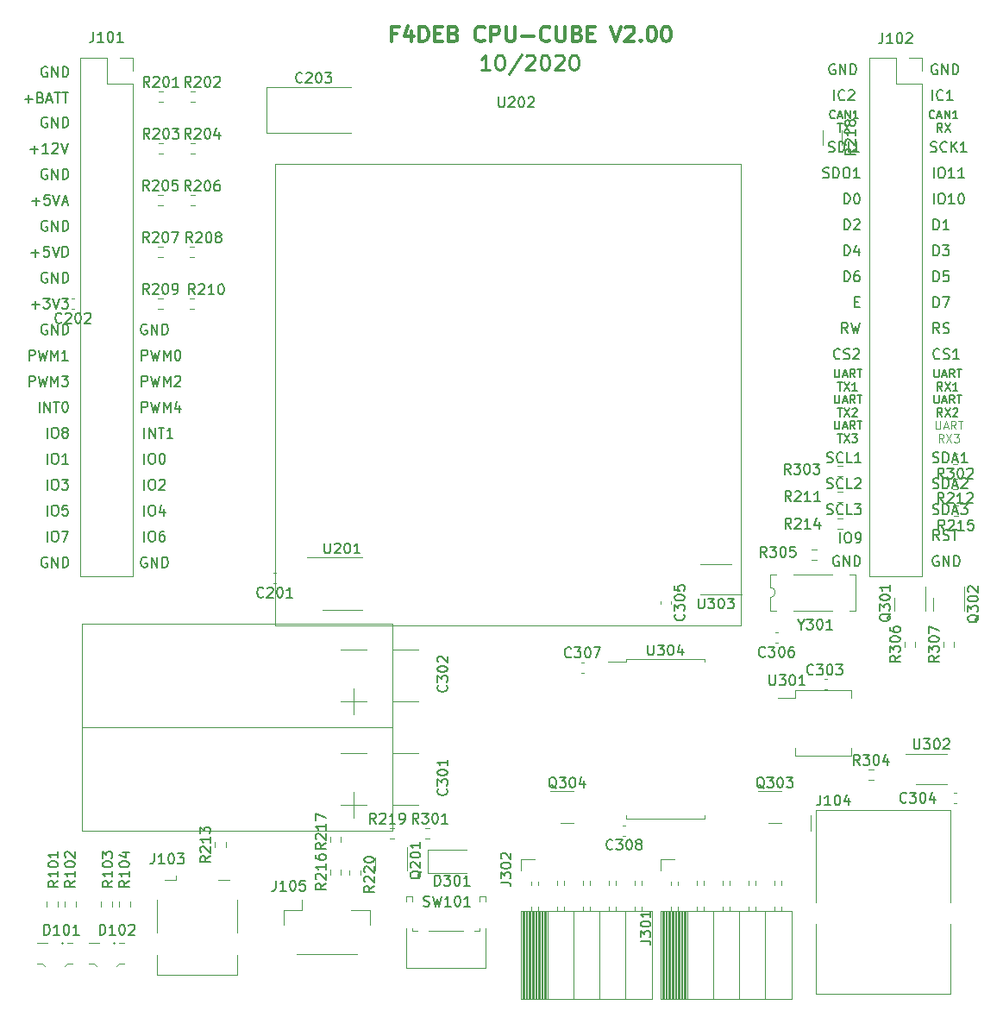
<source format=gto>
%TF.GenerationSoftware,KiCad,Pcbnew,6.0.8+dfsg-1~bpo11+1*%
%TF.CreationDate,2022-11-16T21:16:40+01:00*%
%TF.ProjectId,CpuCubeV2-00,43707543-7562-4655-9632-2d30302e6b69,rev?*%
%TF.SameCoordinates,Original*%
%TF.FileFunction,Legend,Top*%
%TF.FilePolarity,Positive*%
%FSLAX46Y46*%
G04 Gerber Fmt 4.6, Leading zero omitted, Abs format (unit mm)*
G04 Created by KiCad (PCBNEW 6.0.8+dfsg-1~bpo11+1) date 2022-11-16 21:16:40*
%MOMM*%
%LPD*%
G01*
G04 APERTURE LIST*
%ADD10C,0.150000*%
%ADD11C,0.300000*%
%ADD12C,0.250000*%
%ADD13C,0.125000*%
%ADD14C,0.120000*%
%ADD15C,0.100000*%
G04 APERTURE END LIST*
D10*
X104029000Y-92019380D02*
X104029000Y-91019380D01*
X104695666Y-91019380D02*
X104886142Y-91019380D01*
X104981380Y-91067000D01*
X105076619Y-91162238D01*
X105124238Y-91352714D01*
X105124238Y-91686047D01*
X105076619Y-91876523D01*
X104981380Y-91971761D01*
X104886142Y-92019380D01*
X104695666Y-92019380D01*
X104600428Y-91971761D01*
X104505190Y-91876523D01*
X104457571Y-91686047D01*
X104457571Y-91352714D01*
X104505190Y-91162238D01*
X104600428Y-91067000D01*
X104695666Y-91019380D01*
X106076619Y-92019380D02*
X105505190Y-92019380D01*
X105790904Y-92019380D02*
X105790904Y-91019380D01*
X105695666Y-91162238D01*
X105600428Y-91257476D01*
X105505190Y-91305095D01*
X102378095Y-61158428D02*
X103140000Y-61158428D01*
X102759047Y-61539380D02*
X102759047Y-60777476D01*
X104140000Y-61539380D02*
X103568571Y-61539380D01*
X103854285Y-61539380D02*
X103854285Y-60539380D01*
X103759047Y-60682238D01*
X103663809Y-60777476D01*
X103568571Y-60825095D01*
X104520952Y-60634619D02*
X104568571Y-60587000D01*
X104663809Y-60539380D01*
X104901904Y-60539380D01*
X104997142Y-60587000D01*
X105044761Y-60634619D01*
X105092380Y-60729857D01*
X105092380Y-60825095D01*
X105044761Y-60967952D01*
X104473333Y-61539380D01*
X105092380Y-61539380D01*
X105378095Y-60539380D02*
X105711428Y-61539380D01*
X106044761Y-60539380D01*
X191603333Y-79192380D02*
X191270000Y-78716190D01*
X191031904Y-79192380D02*
X191031904Y-78192380D01*
X191412857Y-78192380D01*
X191508095Y-78240000D01*
X191555714Y-78287619D01*
X191603333Y-78382857D01*
X191603333Y-78525714D01*
X191555714Y-78620952D01*
X191508095Y-78668571D01*
X191412857Y-78716190D01*
X191031904Y-78716190D01*
X191984285Y-79144761D02*
X192127142Y-79192380D01*
X192365238Y-79192380D01*
X192460476Y-79144761D01*
X192508095Y-79097142D01*
X192555714Y-79001904D01*
X192555714Y-78906666D01*
X192508095Y-78811428D01*
X192460476Y-78763809D01*
X192365238Y-78716190D01*
X192174761Y-78668571D01*
X192079523Y-78620952D01*
X192031904Y-78573333D01*
X191984285Y-78478095D01*
X191984285Y-78382857D01*
X192031904Y-78287619D01*
X192079523Y-78240000D01*
X192174761Y-78192380D01*
X192412857Y-78192380D01*
X192555714Y-78240000D01*
X191128809Y-85277904D02*
X191128809Y-85925523D01*
X191166904Y-86001714D01*
X191205000Y-86039809D01*
X191281190Y-86077904D01*
X191433571Y-86077904D01*
X191509761Y-86039809D01*
X191547857Y-86001714D01*
X191585952Y-85925523D01*
X191585952Y-85277904D01*
X191928809Y-85849333D02*
X192309761Y-85849333D01*
X191852619Y-86077904D02*
X192119285Y-85277904D01*
X192385952Y-86077904D01*
X193109761Y-86077904D02*
X192843095Y-85696952D01*
X192652619Y-86077904D02*
X192652619Y-85277904D01*
X192957380Y-85277904D01*
X193033571Y-85316000D01*
X193071666Y-85354095D01*
X193109761Y-85430285D01*
X193109761Y-85544571D01*
X193071666Y-85620761D01*
X193033571Y-85658857D01*
X192957380Y-85696952D01*
X192652619Y-85696952D01*
X193338333Y-85277904D02*
X193795476Y-85277904D01*
X193566904Y-86077904D02*
X193566904Y-85277904D01*
X191890714Y-87365904D02*
X191624047Y-86984952D01*
X191433571Y-87365904D02*
X191433571Y-86565904D01*
X191738333Y-86565904D01*
X191814523Y-86604000D01*
X191852619Y-86642095D01*
X191890714Y-86718285D01*
X191890714Y-86832571D01*
X191852619Y-86908761D01*
X191814523Y-86946857D01*
X191738333Y-86984952D01*
X191433571Y-86984952D01*
X192157380Y-86565904D02*
X192690714Y-87365904D01*
X192690714Y-86565904D02*
X192157380Y-87365904D01*
X192957380Y-86642095D02*
X192995476Y-86604000D01*
X193071666Y-86565904D01*
X193262142Y-86565904D01*
X193338333Y-86604000D01*
X193376428Y-86642095D01*
X193414523Y-86718285D01*
X193414523Y-86794476D01*
X193376428Y-86908761D01*
X192919285Y-87365904D01*
X193414523Y-87365904D01*
X182268904Y-69032380D02*
X182268904Y-68032380D01*
X182507000Y-68032380D01*
X182649857Y-68080000D01*
X182745095Y-68175238D01*
X182792714Y-68270476D01*
X182840333Y-68460952D01*
X182840333Y-68603809D01*
X182792714Y-68794285D01*
X182745095Y-68889523D01*
X182649857Y-68984761D01*
X182507000Y-69032380D01*
X182268904Y-69032380D01*
X183221285Y-68127619D02*
X183268904Y-68080000D01*
X183364142Y-68032380D01*
X183602238Y-68032380D01*
X183697476Y-68080000D01*
X183745095Y-68127619D01*
X183792714Y-68222857D01*
X183792714Y-68318095D01*
X183745095Y-68460952D01*
X183173666Y-69032380D01*
X183792714Y-69032380D01*
X180578333Y-91844761D02*
X180721190Y-91892380D01*
X180959285Y-91892380D01*
X181054523Y-91844761D01*
X181102142Y-91797142D01*
X181149761Y-91701904D01*
X181149761Y-91606666D01*
X181102142Y-91511428D01*
X181054523Y-91463809D01*
X180959285Y-91416190D01*
X180768809Y-91368571D01*
X180673571Y-91320952D01*
X180625952Y-91273333D01*
X180578333Y-91178095D01*
X180578333Y-91082857D01*
X180625952Y-90987619D01*
X180673571Y-90940000D01*
X180768809Y-90892380D01*
X181006904Y-90892380D01*
X181149761Y-90940000D01*
X182149761Y-91797142D02*
X182102142Y-91844761D01*
X181959285Y-91892380D01*
X181864047Y-91892380D01*
X181721190Y-91844761D01*
X181625952Y-91749523D01*
X181578333Y-91654285D01*
X181530714Y-91463809D01*
X181530714Y-91320952D01*
X181578333Y-91130476D01*
X181625952Y-91035238D01*
X181721190Y-90940000D01*
X181864047Y-90892380D01*
X181959285Y-90892380D01*
X182102142Y-90940000D01*
X182149761Y-90987619D01*
X183054523Y-91892380D02*
X182578333Y-91892380D01*
X182578333Y-90892380D01*
X183911666Y-91892380D02*
X183340238Y-91892380D01*
X183625952Y-91892380D02*
X183625952Y-90892380D01*
X183530714Y-91035238D01*
X183435476Y-91130476D01*
X183340238Y-91178095D01*
X191128761Y-58061714D02*
X191090666Y-58099809D01*
X190976380Y-58137904D01*
X190900190Y-58137904D01*
X190785904Y-58099809D01*
X190709714Y-58023619D01*
X190671619Y-57947428D01*
X190633523Y-57795047D01*
X190633523Y-57680761D01*
X190671619Y-57528380D01*
X190709714Y-57452190D01*
X190785904Y-57376000D01*
X190900190Y-57337904D01*
X190976380Y-57337904D01*
X191090666Y-57376000D01*
X191128761Y-57414095D01*
X191433523Y-57909333D02*
X191814476Y-57909333D01*
X191357333Y-58137904D02*
X191624000Y-57337904D01*
X191890666Y-58137904D01*
X192157333Y-58137904D02*
X192157333Y-57337904D01*
X192614476Y-58137904D01*
X192614476Y-57337904D01*
X193414476Y-58137904D02*
X192957333Y-58137904D01*
X193185904Y-58137904D02*
X193185904Y-57337904D01*
X193109714Y-57452190D01*
X193033523Y-57528380D01*
X192957333Y-57566476D01*
X191890666Y-59425904D02*
X191624000Y-59044952D01*
X191433523Y-59425904D02*
X191433523Y-58625904D01*
X191738285Y-58625904D01*
X191814476Y-58664000D01*
X191852571Y-58702095D01*
X191890666Y-58778285D01*
X191890666Y-58892571D01*
X191852571Y-58968761D01*
X191814476Y-59006857D01*
X191738285Y-59044952D01*
X191433523Y-59044952D01*
X192157333Y-58625904D02*
X192690666Y-59425904D01*
X192690666Y-58625904D02*
X192157333Y-59425904D01*
X181349809Y-82737904D02*
X181349809Y-83385523D01*
X181387904Y-83461714D01*
X181426000Y-83499809D01*
X181502190Y-83537904D01*
X181654571Y-83537904D01*
X181730761Y-83499809D01*
X181768857Y-83461714D01*
X181806952Y-83385523D01*
X181806952Y-82737904D01*
X182149809Y-83309333D02*
X182530761Y-83309333D01*
X182073619Y-83537904D02*
X182340285Y-82737904D01*
X182606952Y-83537904D01*
X183330761Y-83537904D02*
X183064095Y-83156952D01*
X182873619Y-83537904D02*
X182873619Y-82737904D01*
X183178380Y-82737904D01*
X183254571Y-82776000D01*
X183292666Y-82814095D01*
X183330761Y-82890285D01*
X183330761Y-83004571D01*
X183292666Y-83080761D01*
X183254571Y-83118857D01*
X183178380Y-83156952D01*
X182873619Y-83156952D01*
X183559333Y-82737904D02*
X184016476Y-82737904D01*
X183787904Y-83537904D02*
X183787904Y-82737904D01*
X181635523Y-84025904D02*
X182092666Y-84025904D01*
X181864095Y-84825904D02*
X181864095Y-84025904D01*
X182283142Y-84025904D02*
X182816476Y-84825904D01*
X182816476Y-84025904D02*
X182283142Y-84825904D01*
X183540285Y-84825904D02*
X183083142Y-84825904D01*
X183311714Y-84825904D02*
X183311714Y-84025904D01*
X183235523Y-84140190D01*
X183159333Y-84216380D01*
X183083142Y-84254476D01*
X181349809Y-87817904D02*
X181349809Y-88465523D01*
X181387904Y-88541714D01*
X181426000Y-88579809D01*
X181502190Y-88617904D01*
X181654571Y-88617904D01*
X181730761Y-88579809D01*
X181768857Y-88541714D01*
X181806952Y-88465523D01*
X181806952Y-87817904D01*
X182149809Y-88389333D02*
X182530761Y-88389333D01*
X182073619Y-88617904D02*
X182340285Y-87817904D01*
X182606952Y-88617904D01*
X183330761Y-88617904D02*
X183064095Y-88236952D01*
X182873619Y-88617904D02*
X182873619Y-87817904D01*
X183178380Y-87817904D01*
X183254571Y-87856000D01*
X183292666Y-87894095D01*
X183330761Y-87970285D01*
X183330761Y-88084571D01*
X183292666Y-88160761D01*
X183254571Y-88198857D01*
X183178380Y-88236952D01*
X182873619Y-88236952D01*
X183559333Y-87817904D02*
X184016476Y-87817904D01*
X183787904Y-88617904D02*
X183787904Y-87817904D01*
X181635523Y-89105904D02*
X182092666Y-89105904D01*
X181864095Y-89905904D02*
X181864095Y-89105904D01*
X182283142Y-89105904D02*
X182816476Y-89905904D01*
X182816476Y-89105904D02*
X182283142Y-89905904D01*
X183045047Y-89105904D02*
X183540285Y-89105904D01*
X183273619Y-89410666D01*
X183387904Y-89410666D01*
X183464095Y-89448761D01*
X183502190Y-89486857D01*
X183540285Y-89563047D01*
X183540285Y-89753523D01*
X183502190Y-89829714D01*
X183464095Y-89867809D01*
X183387904Y-89905904D01*
X183159333Y-89905904D01*
X183083142Y-89867809D01*
X183045047Y-89829714D01*
X102259047Y-81859380D02*
X102259047Y-80859380D01*
X102640000Y-80859380D01*
X102735238Y-80907000D01*
X102782857Y-80954619D01*
X102830476Y-81049857D01*
X102830476Y-81192714D01*
X102782857Y-81287952D01*
X102735238Y-81335571D01*
X102640000Y-81383190D01*
X102259047Y-81383190D01*
X103163809Y-80859380D02*
X103401904Y-81859380D01*
X103592380Y-81145095D01*
X103782857Y-81859380D01*
X104020952Y-80859380D01*
X104401904Y-81859380D02*
X104401904Y-80859380D01*
X104735238Y-81573666D01*
X105068571Y-80859380D01*
X105068571Y-81859380D01*
X106068571Y-81859380D02*
X105497142Y-81859380D01*
X105782857Y-81859380D02*
X105782857Y-80859380D01*
X105687619Y-81002238D01*
X105592380Y-81097476D01*
X105497142Y-81145095D01*
X104013095Y-78367000D02*
X103917857Y-78319380D01*
X103775000Y-78319380D01*
X103632142Y-78367000D01*
X103536904Y-78462238D01*
X103489285Y-78557476D01*
X103441666Y-78747952D01*
X103441666Y-78890809D01*
X103489285Y-79081285D01*
X103536904Y-79176523D01*
X103632142Y-79271761D01*
X103775000Y-79319380D01*
X103870238Y-79319380D01*
X104013095Y-79271761D01*
X104060714Y-79224142D01*
X104060714Y-78890809D01*
X103870238Y-78890809D01*
X104489285Y-79319380D02*
X104489285Y-78319380D01*
X105060714Y-79319380D01*
X105060714Y-78319380D01*
X105536904Y-79319380D02*
X105536904Y-78319380D01*
X105775000Y-78319380D01*
X105917857Y-78367000D01*
X106013095Y-78462238D01*
X106060714Y-78557476D01*
X106108333Y-78747952D01*
X106108333Y-78890809D01*
X106060714Y-79081285D01*
X106013095Y-79176523D01*
X105917857Y-79271761D01*
X105775000Y-79319380D01*
X105536904Y-79319380D01*
X190968523Y-94384761D02*
X191111380Y-94432380D01*
X191349476Y-94432380D01*
X191444714Y-94384761D01*
X191492333Y-94337142D01*
X191539952Y-94241904D01*
X191539952Y-94146666D01*
X191492333Y-94051428D01*
X191444714Y-94003809D01*
X191349476Y-93956190D01*
X191159000Y-93908571D01*
X191063761Y-93860952D01*
X191016142Y-93813333D01*
X190968523Y-93718095D01*
X190968523Y-93622857D01*
X191016142Y-93527619D01*
X191063761Y-93480000D01*
X191159000Y-93432380D01*
X191397095Y-93432380D01*
X191539952Y-93480000D01*
X191968523Y-94432380D02*
X191968523Y-93432380D01*
X192206619Y-93432380D01*
X192349476Y-93480000D01*
X192444714Y-93575238D01*
X192492333Y-93670476D01*
X192539952Y-93860952D01*
X192539952Y-94003809D01*
X192492333Y-94194285D01*
X192444714Y-94289523D01*
X192349476Y-94384761D01*
X192206619Y-94432380D01*
X191968523Y-94432380D01*
X192920904Y-94146666D02*
X193397095Y-94146666D01*
X192825666Y-94432380D02*
X193159000Y-93432380D01*
X193492333Y-94432380D01*
X193778047Y-93527619D02*
X193825666Y-93480000D01*
X193920904Y-93432380D01*
X194159000Y-93432380D01*
X194254238Y-93480000D01*
X194301857Y-93527619D01*
X194349476Y-93622857D01*
X194349476Y-93718095D01*
X194301857Y-93860952D01*
X193730428Y-94432380D01*
X194349476Y-94432380D01*
X191031904Y-69032380D02*
X191031904Y-68032380D01*
X191270000Y-68032380D01*
X191412857Y-68080000D01*
X191508095Y-68175238D01*
X191555714Y-68270476D01*
X191603333Y-68460952D01*
X191603333Y-68603809D01*
X191555714Y-68794285D01*
X191508095Y-68889523D01*
X191412857Y-68984761D01*
X191270000Y-69032380D01*
X191031904Y-69032380D01*
X192555714Y-69032380D02*
X191984285Y-69032380D01*
X192270000Y-69032380D02*
X192270000Y-68032380D01*
X192174761Y-68175238D01*
X192079523Y-68270476D01*
X191984285Y-68318095D01*
X191516095Y-101100000D02*
X191420857Y-101052380D01*
X191278000Y-101052380D01*
X191135142Y-101100000D01*
X191039904Y-101195238D01*
X190992285Y-101290476D01*
X190944666Y-101480952D01*
X190944666Y-101623809D01*
X190992285Y-101814285D01*
X191039904Y-101909523D01*
X191135142Y-102004761D01*
X191278000Y-102052380D01*
X191373238Y-102052380D01*
X191516095Y-102004761D01*
X191563714Y-101957142D01*
X191563714Y-101623809D01*
X191373238Y-101623809D01*
X191992285Y-102052380D02*
X191992285Y-101052380D01*
X192563714Y-102052380D01*
X192563714Y-101052380D01*
X193039904Y-102052380D02*
X193039904Y-101052380D01*
X193278000Y-101052380D01*
X193420857Y-101100000D01*
X193516095Y-101195238D01*
X193563714Y-101290476D01*
X193611333Y-101480952D01*
X193611333Y-101623809D01*
X193563714Y-101814285D01*
X193516095Y-101909523D01*
X193420857Y-102004761D01*
X193278000Y-102052380D01*
X193039904Y-102052380D01*
X191031904Y-74112380D02*
X191031904Y-73112380D01*
X191270000Y-73112380D01*
X191412857Y-73160000D01*
X191508095Y-73255238D01*
X191555714Y-73350476D01*
X191603333Y-73540952D01*
X191603333Y-73683809D01*
X191555714Y-73874285D01*
X191508095Y-73969523D01*
X191412857Y-74064761D01*
X191270000Y-74112380D01*
X191031904Y-74112380D01*
X192508095Y-73112380D02*
X192031904Y-73112380D01*
X191984285Y-73588571D01*
X192031904Y-73540952D01*
X192127142Y-73493333D01*
X192365238Y-73493333D01*
X192460476Y-73540952D01*
X192508095Y-73588571D01*
X192555714Y-73683809D01*
X192555714Y-73921904D01*
X192508095Y-74017142D01*
X192460476Y-74064761D01*
X192365238Y-74112380D01*
X192127142Y-74112380D01*
X192031904Y-74064761D01*
X191984285Y-74017142D01*
X113308047Y-86939380D02*
X113308047Y-85939380D01*
X113689000Y-85939380D01*
X113784238Y-85987000D01*
X113831857Y-86034619D01*
X113879476Y-86129857D01*
X113879476Y-86272714D01*
X113831857Y-86367952D01*
X113784238Y-86415571D01*
X113689000Y-86463190D01*
X113308047Y-86463190D01*
X114212809Y-85939380D02*
X114450904Y-86939380D01*
X114641380Y-86225095D01*
X114831857Y-86939380D01*
X115069952Y-85939380D01*
X115450904Y-86939380D02*
X115450904Y-85939380D01*
X115784238Y-86653666D01*
X116117571Y-85939380D01*
X116117571Y-86939380D01*
X117022333Y-86272714D02*
X117022333Y-86939380D01*
X116784238Y-85891761D02*
X116546142Y-86606047D01*
X117165190Y-86606047D01*
X180578333Y-96924761D02*
X180721190Y-96972380D01*
X180959285Y-96972380D01*
X181054523Y-96924761D01*
X181102142Y-96877142D01*
X181149761Y-96781904D01*
X181149761Y-96686666D01*
X181102142Y-96591428D01*
X181054523Y-96543809D01*
X180959285Y-96496190D01*
X180768809Y-96448571D01*
X180673571Y-96400952D01*
X180625952Y-96353333D01*
X180578333Y-96258095D01*
X180578333Y-96162857D01*
X180625952Y-96067619D01*
X180673571Y-96020000D01*
X180768809Y-95972380D01*
X181006904Y-95972380D01*
X181149761Y-96020000D01*
X182149761Y-96877142D02*
X182102142Y-96924761D01*
X181959285Y-96972380D01*
X181864047Y-96972380D01*
X181721190Y-96924761D01*
X181625952Y-96829523D01*
X181578333Y-96734285D01*
X181530714Y-96543809D01*
X181530714Y-96400952D01*
X181578333Y-96210476D01*
X181625952Y-96115238D01*
X181721190Y-96020000D01*
X181864047Y-95972380D01*
X181959285Y-95972380D01*
X182102142Y-96020000D01*
X182149761Y-96067619D01*
X183054523Y-96972380D02*
X182578333Y-96972380D01*
X182578333Y-95972380D01*
X183292619Y-95972380D02*
X183911666Y-95972380D01*
X183578333Y-96353333D01*
X183721190Y-96353333D01*
X183816428Y-96400952D01*
X183864047Y-96448571D01*
X183911666Y-96543809D01*
X183911666Y-96781904D01*
X183864047Y-96877142D01*
X183816428Y-96924761D01*
X183721190Y-96972380D01*
X183435476Y-96972380D01*
X183340238Y-96924761D01*
X183292619Y-96877142D01*
X181349761Y-58061714D02*
X181311666Y-58099809D01*
X181197380Y-58137904D01*
X181121190Y-58137904D01*
X181006904Y-58099809D01*
X180930714Y-58023619D01*
X180892619Y-57947428D01*
X180854523Y-57795047D01*
X180854523Y-57680761D01*
X180892619Y-57528380D01*
X180930714Y-57452190D01*
X181006904Y-57376000D01*
X181121190Y-57337904D01*
X181197380Y-57337904D01*
X181311666Y-57376000D01*
X181349761Y-57414095D01*
X181654523Y-57909333D02*
X182035476Y-57909333D01*
X181578333Y-58137904D02*
X181845000Y-57337904D01*
X182111666Y-58137904D01*
X182378333Y-58137904D02*
X182378333Y-57337904D01*
X182835476Y-58137904D01*
X182835476Y-57337904D01*
X183635476Y-58137904D02*
X183178333Y-58137904D01*
X183406904Y-58137904D02*
X183406904Y-57337904D01*
X183330714Y-57452190D01*
X183254523Y-57528380D01*
X183178333Y-57566476D01*
X181635476Y-58625904D02*
X182092619Y-58625904D01*
X181864047Y-59425904D02*
X181864047Y-58625904D01*
X182283095Y-58625904D02*
X182816428Y-59425904D01*
X182816428Y-58625904D02*
X182283095Y-59425904D01*
X181856142Y-81637142D02*
X181808523Y-81684761D01*
X181665666Y-81732380D01*
X181570428Y-81732380D01*
X181427571Y-81684761D01*
X181332333Y-81589523D01*
X181284714Y-81494285D01*
X181237095Y-81303809D01*
X181237095Y-81160952D01*
X181284714Y-80970476D01*
X181332333Y-80875238D01*
X181427571Y-80780000D01*
X181570428Y-80732380D01*
X181665666Y-80732380D01*
X181808523Y-80780000D01*
X181856142Y-80827619D01*
X182237095Y-81684761D02*
X182379952Y-81732380D01*
X182618047Y-81732380D01*
X182713285Y-81684761D01*
X182760904Y-81637142D01*
X182808523Y-81541904D01*
X182808523Y-81446666D01*
X182760904Y-81351428D01*
X182713285Y-81303809D01*
X182618047Y-81256190D01*
X182427571Y-81208571D01*
X182332333Y-81160952D01*
X182284714Y-81113333D01*
X182237095Y-81018095D01*
X182237095Y-80922857D01*
X182284714Y-80827619D01*
X182332333Y-80780000D01*
X182427571Y-80732380D01*
X182665666Y-80732380D01*
X182808523Y-80780000D01*
X183189476Y-80827619D02*
X183237095Y-80780000D01*
X183332333Y-80732380D01*
X183570428Y-80732380D01*
X183665666Y-80780000D01*
X183713285Y-80827619D01*
X183760904Y-80922857D01*
X183760904Y-81018095D01*
X183713285Y-81160952D01*
X183141857Y-81732380D01*
X183760904Y-81732380D01*
X101814571Y-56205428D02*
X102576476Y-56205428D01*
X102195523Y-56586380D02*
X102195523Y-55824476D01*
X103386000Y-56062571D02*
X103528857Y-56110190D01*
X103576476Y-56157809D01*
X103624095Y-56253047D01*
X103624095Y-56395904D01*
X103576476Y-56491142D01*
X103528857Y-56538761D01*
X103433619Y-56586380D01*
X103052666Y-56586380D01*
X103052666Y-55586380D01*
X103386000Y-55586380D01*
X103481238Y-55634000D01*
X103528857Y-55681619D01*
X103576476Y-55776857D01*
X103576476Y-55872095D01*
X103528857Y-55967333D01*
X103481238Y-56014952D01*
X103386000Y-56062571D01*
X103052666Y-56062571D01*
X104005047Y-56300666D02*
X104481238Y-56300666D01*
X103909809Y-56586380D02*
X104243142Y-55586380D01*
X104576476Y-56586380D01*
X104766952Y-55586380D02*
X105338380Y-55586380D01*
X105052666Y-56586380D02*
X105052666Y-55586380D01*
X105528857Y-55586380D02*
X106100285Y-55586380D01*
X105814571Y-56586380D02*
X105814571Y-55586380D01*
X190920809Y-56332380D02*
X190920809Y-55332380D01*
X191968428Y-56237142D02*
X191920809Y-56284761D01*
X191777952Y-56332380D01*
X191682714Y-56332380D01*
X191539857Y-56284761D01*
X191444619Y-56189523D01*
X191397000Y-56094285D01*
X191349380Y-55903809D01*
X191349380Y-55760952D01*
X191397000Y-55570476D01*
X191444619Y-55475238D01*
X191539857Y-55380000D01*
X191682714Y-55332380D01*
X191777952Y-55332380D01*
X191920809Y-55380000D01*
X191968428Y-55427619D01*
X192920809Y-56332380D02*
X192349380Y-56332380D01*
X192635095Y-56332380D02*
X192635095Y-55332380D01*
X192539857Y-55475238D01*
X192444619Y-55570476D01*
X192349380Y-55618095D01*
X191603380Y-99512380D02*
X191270047Y-99036190D01*
X191031952Y-99512380D02*
X191031952Y-98512380D01*
X191412904Y-98512380D01*
X191508142Y-98560000D01*
X191555761Y-98607619D01*
X191603380Y-98702857D01*
X191603380Y-98845714D01*
X191555761Y-98940952D01*
X191508142Y-98988571D01*
X191412904Y-99036190D01*
X191031952Y-99036190D01*
X191984333Y-99464761D02*
X192127190Y-99512380D01*
X192365285Y-99512380D01*
X192460523Y-99464761D01*
X192508142Y-99417142D01*
X192555761Y-99321904D01*
X192555761Y-99226666D01*
X192508142Y-99131428D01*
X192460523Y-99083809D01*
X192365285Y-99036190D01*
X192174809Y-98988571D01*
X192079571Y-98940952D01*
X192031952Y-98893333D01*
X191984333Y-98798095D01*
X191984333Y-98702857D01*
X192031952Y-98607619D01*
X192079571Y-98560000D01*
X192174809Y-98512380D01*
X192412904Y-98512380D01*
X192555761Y-98560000D01*
X192841476Y-98512380D02*
X193412904Y-98512380D01*
X193127190Y-99512380D02*
X193127190Y-98512380D01*
X191031904Y-76652380D02*
X191031904Y-75652380D01*
X191270000Y-75652380D01*
X191412857Y-75700000D01*
X191508095Y-75795238D01*
X191555714Y-75890476D01*
X191603333Y-76080952D01*
X191603333Y-76223809D01*
X191555714Y-76414285D01*
X191508095Y-76509523D01*
X191412857Y-76604761D01*
X191270000Y-76652380D01*
X191031904Y-76652380D01*
X191936666Y-75652380D02*
X192603333Y-75652380D01*
X192174761Y-76652380D01*
X113554000Y-99639380D02*
X113554000Y-98639380D01*
X114220666Y-98639380D02*
X114411142Y-98639380D01*
X114506380Y-98687000D01*
X114601619Y-98782238D01*
X114649238Y-98972714D01*
X114649238Y-99306047D01*
X114601619Y-99496523D01*
X114506380Y-99591761D01*
X114411142Y-99639380D01*
X114220666Y-99639380D01*
X114125428Y-99591761D01*
X114030190Y-99496523D01*
X113982571Y-99306047D01*
X113982571Y-98972714D01*
X114030190Y-98782238D01*
X114125428Y-98687000D01*
X114220666Y-98639380D01*
X115506380Y-98639380D02*
X115315904Y-98639380D01*
X115220666Y-98687000D01*
X115173047Y-98734619D01*
X115077809Y-98877476D01*
X115030190Y-99067952D01*
X115030190Y-99448904D01*
X115077809Y-99544142D01*
X115125428Y-99591761D01*
X115220666Y-99639380D01*
X115411142Y-99639380D01*
X115506380Y-99591761D01*
X115554000Y-99544142D01*
X115601619Y-99448904D01*
X115601619Y-99210809D01*
X115554000Y-99115571D01*
X115506380Y-99067952D01*
X115411142Y-99020333D01*
X115220666Y-99020333D01*
X115125428Y-99067952D01*
X115077809Y-99115571D01*
X115030190Y-99210809D01*
X113308047Y-81859380D02*
X113308047Y-80859380D01*
X113689000Y-80859380D01*
X113784238Y-80907000D01*
X113831857Y-80954619D01*
X113879476Y-81049857D01*
X113879476Y-81192714D01*
X113831857Y-81287952D01*
X113784238Y-81335571D01*
X113689000Y-81383190D01*
X113308047Y-81383190D01*
X114212809Y-80859380D02*
X114450904Y-81859380D01*
X114641380Y-81145095D01*
X114831857Y-81859380D01*
X115069952Y-80859380D01*
X115450904Y-81859380D02*
X115450904Y-80859380D01*
X115784238Y-81573666D01*
X116117571Y-80859380D01*
X116117571Y-81859380D01*
X116784238Y-80859380D02*
X116879476Y-80859380D01*
X116974714Y-80907000D01*
X117022333Y-80954619D01*
X117069952Y-81049857D01*
X117117571Y-81240333D01*
X117117571Y-81478428D01*
X117069952Y-81668904D01*
X117022333Y-81764142D01*
X116974714Y-81811761D01*
X116879476Y-81859380D01*
X116784238Y-81859380D01*
X116689000Y-81811761D01*
X116641380Y-81764142D01*
X116593761Y-81668904D01*
X116546142Y-81478428D01*
X116546142Y-81240333D01*
X116593761Y-81049857D01*
X116641380Y-80954619D01*
X116689000Y-80907000D01*
X116784238Y-80859380D01*
X191635142Y-81637142D02*
X191587523Y-81684761D01*
X191444666Y-81732380D01*
X191349428Y-81732380D01*
X191206571Y-81684761D01*
X191111333Y-81589523D01*
X191063714Y-81494285D01*
X191016095Y-81303809D01*
X191016095Y-81160952D01*
X191063714Y-80970476D01*
X191111333Y-80875238D01*
X191206571Y-80780000D01*
X191349428Y-80732380D01*
X191444666Y-80732380D01*
X191587523Y-80780000D01*
X191635142Y-80827619D01*
X192016095Y-81684761D02*
X192158952Y-81732380D01*
X192397047Y-81732380D01*
X192492285Y-81684761D01*
X192539904Y-81637142D01*
X192587523Y-81541904D01*
X192587523Y-81446666D01*
X192539904Y-81351428D01*
X192492285Y-81303809D01*
X192397047Y-81256190D01*
X192206571Y-81208571D01*
X192111333Y-81160952D01*
X192063714Y-81113333D01*
X192016095Y-81018095D01*
X192016095Y-80922857D01*
X192063714Y-80827619D01*
X192111333Y-80780000D01*
X192206571Y-80732380D01*
X192444666Y-80732380D01*
X192587523Y-80780000D01*
X193539904Y-81732380D02*
X192968476Y-81732380D01*
X193254190Y-81732380D02*
X193254190Y-80732380D01*
X193158952Y-80875238D01*
X193063714Y-80970476D01*
X192968476Y-81018095D01*
X113554047Y-89479380D02*
X113554047Y-88479380D01*
X114030238Y-89479380D02*
X114030238Y-88479380D01*
X114601666Y-89479380D01*
X114601666Y-88479380D01*
X114935000Y-88479380D02*
X115506428Y-88479380D01*
X115220714Y-89479380D02*
X115220714Y-88479380D01*
X116363571Y-89479380D02*
X115792142Y-89479380D01*
X116077857Y-89479380D02*
X116077857Y-88479380D01*
X115982619Y-88622238D01*
X115887380Y-88717476D01*
X115792142Y-88765095D01*
X102505095Y-76398428D02*
X103267000Y-76398428D01*
X102886047Y-76779380D02*
X102886047Y-76017476D01*
X103647952Y-75779380D02*
X104267000Y-75779380D01*
X103933666Y-76160333D01*
X104076523Y-76160333D01*
X104171761Y-76207952D01*
X104219380Y-76255571D01*
X104267000Y-76350809D01*
X104267000Y-76588904D01*
X104219380Y-76684142D01*
X104171761Y-76731761D01*
X104076523Y-76779380D01*
X103790809Y-76779380D01*
X103695571Y-76731761D01*
X103647952Y-76684142D01*
X104552714Y-75779380D02*
X104886047Y-76779380D01*
X105219380Y-75779380D01*
X105457476Y-75779380D02*
X106076523Y-75779380D01*
X105743190Y-76160333D01*
X105886047Y-76160333D01*
X105981285Y-76207952D01*
X106028904Y-76255571D01*
X106076523Y-76350809D01*
X106076523Y-76588904D01*
X106028904Y-76684142D01*
X105981285Y-76731761D01*
X105886047Y-76779380D01*
X105600333Y-76779380D01*
X105505095Y-76731761D01*
X105457476Y-76684142D01*
X104013095Y-68207000D02*
X103917857Y-68159380D01*
X103775000Y-68159380D01*
X103632142Y-68207000D01*
X103536904Y-68302238D01*
X103489285Y-68397476D01*
X103441666Y-68587952D01*
X103441666Y-68730809D01*
X103489285Y-68921285D01*
X103536904Y-69016523D01*
X103632142Y-69111761D01*
X103775000Y-69159380D01*
X103870238Y-69159380D01*
X104013095Y-69111761D01*
X104060714Y-69064142D01*
X104060714Y-68730809D01*
X103870238Y-68730809D01*
X104489285Y-69159380D02*
X104489285Y-68159380D01*
X105060714Y-69159380D01*
X105060714Y-68159380D01*
X105536904Y-69159380D02*
X105536904Y-68159380D01*
X105775000Y-68159380D01*
X105917857Y-68207000D01*
X106013095Y-68302238D01*
X106060714Y-68397476D01*
X106108333Y-68587952D01*
X106108333Y-68730809D01*
X106060714Y-68921285D01*
X106013095Y-69016523D01*
X105917857Y-69111761D01*
X105775000Y-69159380D01*
X105536904Y-69159380D01*
X104029000Y-89479380D02*
X104029000Y-88479380D01*
X104695666Y-88479380D02*
X104886142Y-88479380D01*
X104981380Y-88527000D01*
X105076619Y-88622238D01*
X105124238Y-88812714D01*
X105124238Y-89146047D01*
X105076619Y-89336523D01*
X104981380Y-89431761D01*
X104886142Y-89479380D01*
X104695666Y-89479380D01*
X104600428Y-89431761D01*
X104505190Y-89336523D01*
X104457571Y-89146047D01*
X104457571Y-88812714D01*
X104505190Y-88622238D01*
X104600428Y-88527000D01*
X104695666Y-88479380D01*
X105695666Y-88907952D02*
X105600428Y-88860333D01*
X105552809Y-88812714D01*
X105505190Y-88717476D01*
X105505190Y-88669857D01*
X105552809Y-88574619D01*
X105600428Y-88527000D01*
X105695666Y-88479380D01*
X105886142Y-88479380D01*
X105981380Y-88527000D01*
X106029000Y-88574619D01*
X106076619Y-88669857D01*
X106076619Y-88717476D01*
X106029000Y-88812714D01*
X105981380Y-88860333D01*
X105886142Y-88907952D01*
X105695666Y-88907952D01*
X105600428Y-88955571D01*
X105552809Y-89003190D01*
X105505190Y-89098428D01*
X105505190Y-89288904D01*
X105552809Y-89384142D01*
X105600428Y-89431761D01*
X105695666Y-89479380D01*
X105886142Y-89479380D01*
X105981380Y-89431761D01*
X106029000Y-89384142D01*
X106076619Y-89288904D01*
X106076619Y-89098428D01*
X106029000Y-89003190D01*
X105981380Y-88955571D01*
X105886142Y-88907952D01*
X191128809Y-82737904D02*
X191128809Y-83385523D01*
X191166904Y-83461714D01*
X191205000Y-83499809D01*
X191281190Y-83537904D01*
X191433571Y-83537904D01*
X191509761Y-83499809D01*
X191547857Y-83461714D01*
X191585952Y-83385523D01*
X191585952Y-82737904D01*
X191928809Y-83309333D02*
X192309761Y-83309333D01*
X191852619Y-83537904D02*
X192119285Y-82737904D01*
X192385952Y-83537904D01*
X193109761Y-83537904D02*
X192843095Y-83156952D01*
X192652619Y-83537904D02*
X192652619Y-82737904D01*
X192957380Y-82737904D01*
X193033571Y-82776000D01*
X193071666Y-82814095D01*
X193109761Y-82890285D01*
X193109761Y-83004571D01*
X193071666Y-83080761D01*
X193033571Y-83118857D01*
X192957380Y-83156952D01*
X192652619Y-83156952D01*
X193338333Y-82737904D02*
X193795476Y-82737904D01*
X193566904Y-83537904D02*
X193566904Y-82737904D01*
X191890714Y-84825904D02*
X191624047Y-84444952D01*
X191433571Y-84825904D02*
X191433571Y-84025904D01*
X191738333Y-84025904D01*
X191814523Y-84064000D01*
X191852619Y-84102095D01*
X191890714Y-84178285D01*
X191890714Y-84292571D01*
X191852619Y-84368761D01*
X191814523Y-84406857D01*
X191738333Y-84444952D01*
X191433571Y-84444952D01*
X192157380Y-84025904D02*
X192690714Y-84825904D01*
X192690714Y-84025904D02*
X192157380Y-84825904D01*
X193414523Y-84825904D02*
X192957380Y-84825904D01*
X193185952Y-84825904D02*
X193185952Y-84025904D01*
X193109761Y-84140190D01*
X193033571Y-84216380D01*
X192957380Y-84254476D01*
D11*
X138368142Y-49803857D02*
X137868142Y-49803857D01*
X137868142Y-50589571D02*
X137868142Y-49089571D01*
X138582428Y-49089571D01*
X139796714Y-49589571D02*
X139796714Y-50589571D01*
X139439571Y-49018142D02*
X139082428Y-50089571D01*
X140011000Y-50089571D01*
X140582428Y-50589571D02*
X140582428Y-49089571D01*
X140939571Y-49089571D01*
X141153857Y-49161000D01*
X141296714Y-49303857D01*
X141368142Y-49446714D01*
X141439571Y-49732428D01*
X141439571Y-49946714D01*
X141368142Y-50232428D01*
X141296714Y-50375285D01*
X141153857Y-50518142D01*
X140939571Y-50589571D01*
X140582428Y-50589571D01*
X142082428Y-49803857D02*
X142582428Y-49803857D01*
X142796714Y-50589571D02*
X142082428Y-50589571D01*
X142082428Y-49089571D01*
X142796714Y-49089571D01*
X143939571Y-49803857D02*
X144153857Y-49875285D01*
X144225285Y-49946714D01*
X144296714Y-50089571D01*
X144296714Y-50303857D01*
X144225285Y-50446714D01*
X144153857Y-50518142D01*
X144011000Y-50589571D01*
X143439571Y-50589571D01*
X143439571Y-49089571D01*
X143939571Y-49089571D01*
X144082428Y-49161000D01*
X144153857Y-49232428D01*
X144225285Y-49375285D01*
X144225285Y-49518142D01*
X144153857Y-49661000D01*
X144082428Y-49732428D01*
X143939571Y-49803857D01*
X143439571Y-49803857D01*
X146939571Y-50446714D02*
X146868142Y-50518142D01*
X146653857Y-50589571D01*
X146511000Y-50589571D01*
X146296714Y-50518142D01*
X146153857Y-50375285D01*
X146082428Y-50232428D01*
X146011000Y-49946714D01*
X146011000Y-49732428D01*
X146082428Y-49446714D01*
X146153857Y-49303857D01*
X146296714Y-49161000D01*
X146511000Y-49089571D01*
X146653857Y-49089571D01*
X146868142Y-49161000D01*
X146939571Y-49232428D01*
X147582428Y-50589571D02*
X147582428Y-49089571D01*
X148153857Y-49089571D01*
X148296714Y-49161000D01*
X148368142Y-49232428D01*
X148439571Y-49375285D01*
X148439571Y-49589571D01*
X148368142Y-49732428D01*
X148296714Y-49803857D01*
X148153857Y-49875285D01*
X147582428Y-49875285D01*
X149082428Y-49089571D02*
X149082428Y-50303857D01*
X149153857Y-50446714D01*
X149225285Y-50518142D01*
X149368142Y-50589571D01*
X149653857Y-50589571D01*
X149796714Y-50518142D01*
X149868142Y-50446714D01*
X149939571Y-50303857D01*
X149939571Y-49089571D01*
X150653857Y-50018142D02*
X151796714Y-50018142D01*
X153368142Y-50446714D02*
X153296714Y-50518142D01*
X153082428Y-50589571D01*
X152939571Y-50589571D01*
X152725285Y-50518142D01*
X152582428Y-50375285D01*
X152511000Y-50232428D01*
X152439571Y-49946714D01*
X152439571Y-49732428D01*
X152511000Y-49446714D01*
X152582428Y-49303857D01*
X152725285Y-49161000D01*
X152939571Y-49089571D01*
X153082428Y-49089571D01*
X153296714Y-49161000D01*
X153368142Y-49232428D01*
X154011000Y-49089571D02*
X154011000Y-50303857D01*
X154082428Y-50446714D01*
X154153857Y-50518142D01*
X154296714Y-50589571D01*
X154582428Y-50589571D01*
X154725285Y-50518142D01*
X154796714Y-50446714D01*
X154868142Y-50303857D01*
X154868142Y-49089571D01*
X156082428Y-49803857D02*
X156296714Y-49875285D01*
X156368142Y-49946714D01*
X156439571Y-50089571D01*
X156439571Y-50303857D01*
X156368142Y-50446714D01*
X156296714Y-50518142D01*
X156153857Y-50589571D01*
X155582428Y-50589571D01*
X155582428Y-49089571D01*
X156082428Y-49089571D01*
X156225285Y-49161000D01*
X156296714Y-49232428D01*
X156368142Y-49375285D01*
X156368142Y-49518142D01*
X156296714Y-49661000D01*
X156225285Y-49732428D01*
X156082428Y-49803857D01*
X155582428Y-49803857D01*
X157082428Y-49803857D02*
X157582428Y-49803857D01*
X157796714Y-50589571D02*
X157082428Y-50589571D01*
X157082428Y-49089571D01*
X157796714Y-49089571D01*
X159368142Y-49089571D02*
X159868142Y-50589571D01*
X160368142Y-49089571D01*
X160796714Y-49232428D02*
X160868142Y-49161000D01*
X161011000Y-49089571D01*
X161368142Y-49089571D01*
X161511000Y-49161000D01*
X161582428Y-49232428D01*
X161653857Y-49375285D01*
X161653857Y-49518142D01*
X161582428Y-49732428D01*
X160725285Y-50589571D01*
X161653857Y-50589571D01*
X162296714Y-50446714D02*
X162368142Y-50518142D01*
X162296714Y-50589571D01*
X162225285Y-50518142D01*
X162296714Y-50446714D01*
X162296714Y-50589571D01*
X163296714Y-49089571D02*
X163439571Y-49089571D01*
X163582428Y-49161000D01*
X163653857Y-49232428D01*
X163725285Y-49375285D01*
X163796714Y-49661000D01*
X163796714Y-50018142D01*
X163725285Y-50303857D01*
X163653857Y-50446714D01*
X163582428Y-50518142D01*
X163439571Y-50589571D01*
X163296714Y-50589571D01*
X163153857Y-50518142D01*
X163082428Y-50446714D01*
X163011000Y-50303857D01*
X162939571Y-50018142D01*
X162939571Y-49661000D01*
X163011000Y-49375285D01*
X163082428Y-49232428D01*
X163153857Y-49161000D01*
X163296714Y-49089571D01*
X164725285Y-49089571D02*
X164868142Y-49089571D01*
X165011000Y-49161000D01*
X165082428Y-49232428D01*
X165153857Y-49375285D01*
X165225285Y-49661000D01*
X165225285Y-50018142D01*
X165153857Y-50303857D01*
X165082428Y-50446714D01*
X165011000Y-50518142D01*
X164868142Y-50589571D01*
X164725285Y-50589571D01*
X164582428Y-50518142D01*
X164511000Y-50446714D01*
X164439571Y-50303857D01*
X164368142Y-50018142D01*
X164368142Y-49661000D01*
X164439571Y-49375285D01*
X164511000Y-49232428D01*
X164582428Y-49161000D01*
X164725285Y-49089571D01*
D10*
X104029000Y-99639380D02*
X104029000Y-98639380D01*
X104695666Y-98639380D02*
X104886142Y-98639380D01*
X104981380Y-98687000D01*
X105076619Y-98782238D01*
X105124238Y-98972714D01*
X105124238Y-99306047D01*
X105076619Y-99496523D01*
X104981380Y-99591761D01*
X104886142Y-99639380D01*
X104695666Y-99639380D01*
X104600428Y-99591761D01*
X104505190Y-99496523D01*
X104457571Y-99306047D01*
X104457571Y-98972714D01*
X104505190Y-98782238D01*
X104600428Y-98687000D01*
X104695666Y-98639380D01*
X105457571Y-98639380D02*
X106124238Y-98639380D01*
X105695666Y-99639380D01*
X190770095Y-61364761D02*
X190912952Y-61412380D01*
X191151047Y-61412380D01*
X191246285Y-61364761D01*
X191293904Y-61317142D01*
X191341523Y-61221904D01*
X191341523Y-61126666D01*
X191293904Y-61031428D01*
X191246285Y-60983809D01*
X191151047Y-60936190D01*
X190960571Y-60888571D01*
X190865333Y-60840952D01*
X190817714Y-60793333D01*
X190770095Y-60698095D01*
X190770095Y-60602857D01*
X190817714Y-60507619D01*
X190865333Y-60460000D01*
X190960571Y-60412380D01*
X191198666Y-60412380D01*
X191341523Y-60460000D01*
X192341523Y-61317142D02*
X192293904Y-61364761D01*
X192151047Y-61412380D01*
X192055809Y-61412380D01*
X191912952Y-61364761D01*
X191817714Y-61269523D01*
X191770095Y-61174285D01*
X191722476Y-60983809D01*
X191722476Y-60840952D01*
X191770095Y-60650476D01*
X191817714Y-60555238D01*
X191912952Y-60460000D01*
X192055809Y-60412380D01*
X192151047Y-60412380D01*
X192293904Y-60460000D01*
X192341523Y-60507619D01*
X192770095Y-61412380D02*
X192770095Y-60412380D01*
X193341523Y-61412380D02*
X192912952Y-60840952D01*
X193341523Y-60412380D02*
X192770095Y-60983809D01*
X194293904Y-61412380D02*
X193722476Y-61412380D01*
X194008190Y-61412380D02*
X194008190Y-60412380D01*
X193912952Y-60555238D01*
X193817714Y-60650476D01*
X193722476Y-60698095D01*
X181349809Y-85277904D02*
X181349809Y-85925523D01*
X181387904Y-86001714D01*
X181426000Y-86039809D01*
X181502190Y-86077904D01*
X181654571Y-86077904D01*
X181730761Y-86039809D01*
X181768857Y-86001714D01*
X181806952Y-85925523D01*
X181806952Y-85277904D01*
X182149809Y-85849333D02*
X182530761Y-85849333D01*
X182073619Y-86077904D02*
X182340285Y-85277904D01*
X182606952Y-86077904D01*
X183330761Y-86077904D02*
X183064095Y-85696952D01*
X182873619Y-86077904D02*
X182873619Y-85277904D01*
X183178380Y-85277904D01*
X183254571Y-85316000D01*
X183292666Y-85354095D01*
X183330761Y-85430285D01*
X183330761Y-85544571D01*
X183292666Y-85620761D01*
X183254571Y-85658857D01*
X183178380Y-85696952D01*
X182873619Y-85696952D01*
X183559333Y-85277904D02*
X184016476Y-85277904D01*
X183787904Y-86077904D02*
X183787904Y-85277904D01*
X181635523Y-86565904D02*
X182092666Y-86565904D01*
X181864095Y-87365904D02*
X181864095Y-86565904D01*
X182283142Y-86565904D02*
X182816476Y-87365904D01*
X182816476Y-86565904D02*
X182283142Y-87365904D01*
X183083142Y-86642095D02*
X183121238Y-86604000D01*
X183197428Y-86565904D01*
X183387904Y-86565904D01*
X183464095Y-86604000D01*
X183502190Y-86642095D01*
X183540285Y-86718285D01*
X183540285Y-86794476D01*
X183502190Y-86908761D01*
X183045047Y-87365904D01*
X183540285Y-87365904D01*
X180578333Y-94384761D02*
X180721190Y-94432380D01*
X180959285Y-94432380D01*
X181054523Y-94384761D01*
X181102142Y-94337142D01*
X181149761Y-94241904D01*
X181149761Y-94146666D01*
X181102142Y-94051428D01*
X181054523Y-94003809D01*
X180959285Y-93956190D01*
X180768809Y-93908571D01*
X180673571Y-93860952D01*
X180625952Y-93813333D01*
X180578333Y-93718095D01*
X180578333Y-93622857D01*
X180625952Y-93527619D01*
X180673571Y-93480000D01*
X180768809Y-93432380D01*
X181006904Y-93432380D01*
X181149761Y-93480000D01*
X182149761Y-94337142D02*
X182102142Y-94384761D01*
X181959285Y-94432380D01*
X181864047Y-94432380D01*
X181721190Y-94384761D01*
X181625952Y-94289523D01*
X181578333Y-94194285D01*
X181530714Y-94003809D01*
X181530714Y-93860952D01*
X181578333Y-93670476D01*
X181625952Y-93575238D01*
X181721190Y-93480000D01*
X181864047Y-93432380D01*
X181959285Y-93432380D01*
X182102142Y-93480000D01*
X182149761Y-93527619D01*
X183054523Y-94432380D02*
X182578333Y-94432380D01*
X182578333Y-93432380D01*
X183340238Y-93527619D02*
X183387857Y-93480000D01*
X183483095Y-93432380D01*
X183721190Y-93432380D01*
X183816428Y-93480000D01*
X183864047Y-93527619D01*
X183911666Y-93622857D01*
X183911666Y-93718095D01*
X183864047Y-93860952D01*
X183292619Y-94432380D01*
X183911666Y-94432380D01*
X104013095Y-63127000D02*
X103917857Y-63079380D01*
X103775000Y-63079380D01*
X103632142Y-63127000D01*
X103536904Y-63222238D01*
X103489285Y-63317476D01*
X103441666Y-63507952D01*
X103441666Y-63650809D01*
X103489285Y-63841285D01*
X103536904Y-63936523D01*
X103632142Y-64031761D01*
X103775000Y-64079380D01*
X103870238Y-64079380D01*
X104013095Y-64031761D01*
X104060714Y-63984142D01*
X104060714Y-63650809D01*
X103870238Y-63650809D01*
X104489285Y-64079380D02*
X104489285Y-63079380D01*
X105060714Y-64079380D01*
X105060714Y-63079380D01*
X105536904Y-64079380D02*
X105536904Y-63079380D01*
X105775000Y-63079380D01*
X105917857Y-63127000D01*
X106013095Y-63222238D01*
X106060714Y-63317476D01*
X106108333Y-63507952D01*
X106108333Y-63650809D01*
X106060714Y-63841285D01*
X106013095Y-63936523D01*
X105917857Y-64031761D01*
X105775000Y-64079380D01*
X105536904Y-64079380D01*
X183300714Y-76128571D02*
X183634047Y-76128571D01*
X183776904Y-76652380D02*
X183300714Y-76652380D01*
X183300714Y-75652380D01*
X183776904Y-75652380D01*
X102259047Y-84399380D02*
X102259047Y-83399380D01*
X102640000Y-83399380D01*
X102735238Y-83447000D01*
X102782857Y-83494619D01*
X102830476Y-83589857D01*
X102830476Y-83732714D01*
X102782857Y-83827952D01*
X102735238Y-83875571D01*
X102640000Y-83923190D01*
X102259047Y-83923190D01*
X103163809Y-83399380D02*
X103401904Y-84399380D01*
X103592380Y-83685095D01*
X103782857Y-84399380D01*
X104020952Y-83399380D01*
X104401904Y-84399380D02*
X104401904Y-83399380D01*
X104735238Y-84113666D01*
X105068571Y-83399380D01*
X105068571Y-84399380D01*
X105449523Y-83399380D02*
X106068571Y-83399380D01*
X105735238Y-83780333D01*
X105878095Y-83780333D01*
X105973333Y-83827952D01*
X106020952Y-83875571D01*
X106068571Y-83970809D01*
X106068571Y-84208904D01*
X106020952Y-84304142D01*
X105973333Y-84351761D01*
X105878095Y-84399380D01*
X105592380Y-84399380D01*
X105497142Y-84351761D01*
X105449523Y-84304142D01*
X113792095Y-101227000D02*
X113696857Y-101179380D01*
X113554000Y-101179380D01*
X113411142Y-101227000D01*
X113315904Y-101322238D01*
X113268285Y-101417476D01*
X113220666Y-101607952D01*
X113220666Y-101750809D01*
X113268285Y-101941285D01*
X113315904Y-102036523D01*
X113411142Y-102131761D01*
X113554000Y-102179380D01*
X113649238Y-102179380D01*
X113792095Y-102131761D01*
X113839714Y-102084142D01*
X113839714Y-101750809D01*
X113649238Y-101750809D01*
X114268285Y-102179380D02*
X114268285Y-101179380D01*
X114839714Y-102179380D01*
X114839714Y-101179380D01*
X115315904Y-102179380D02*
X115315904Y-101179380D01*
X115554000Y-101179380D01*
X115696857Y-101227000D01*
X115792095Y-101322238D01*
X115839714Y-101417476D01*
X115887333Y-101607952D01*
X115887333Y-101750809D01*
X115839714Y-101941285D01*
X115792095Y-102036523D01*
X115696857Y-102131761D01*
X115554000Y-102179380D01*
X115315904Y-102179380D01*
X113554000Y-94559380D02*
X113554000Y-93559380D01*
X114220666Y-93559380D02*
X114411142Y-93559380D01*
X114506380Y-93607000D01*
X114601619Y-93702238D01*
X114649238Y-93892714D01*
X114649238Y-94226047D01*
X114601619Y-94416523D01*
X114506380Y-94511761D01*
X114411142Y-94559380D01*
X114220666Y-94559380D01*
X114125428Y-94511761D01*
X114030190Y-94416523D01*
X113982571Y-94226047D01*
X113982571Y-93892714D01*
X114030190Y-93702238D01*
X114125428Y-93607000D01*
X114220666Y-93559380D01*
X115030190Y-93654619D02*
X115077809Y-93607000D01*
X115173047Y-93559380D01*
X115411142Y-93559380D01*
X115506380Y-93607000D01*
X115554000Y-93654619D01*
X115601619Y-93749857D01*
X115601619Y-93845095D01*
X115554000Y-93987952D01*
X114982571Y-94559380D01*
X115601619Y-94559380D01*
X104029000Y-94559380D02*
X104029000Y-93559380D01*
X104695666Y-93559380D02*
X104886142Y-93559380D01*
X104981380Y-93607000D01*
X105076619Y-93702238D01*
X105124238Y-93892714D01*
X105124238Y-94226047D01*
X105076619Y-94416523D01*
X104981380Y-94511761D01*
X104886142Y-94559380D01*
X104695666Y-94559380D01*
X104600428Y-94511761D01*
X104505190Y-94416523D01*
X104457571Y-94226047D01*
X104457571Y-93892714D01*
X104505190Y-93702238D01*
X104600428Y-93607000D01*
X104695666Y-93559380D01*
X105457571Y-93559380D02*
X106076619Y-93559380D01*
X105743285Y-93940333D01*
X105886142Y-93940333D01*
X105981380Y-93987952D01*
X106029000Y-94035571D01*
X106076619Y-94130809D01*
X106076619Y-94368904D01*
X106029000Y-94464142D01*
X105981380Y-94511761D01*
X105886142Y-94559380D01*
X105600428Y-94559380D01*
X105505190Y-94511761D01*
X105457571Y-94464142D01*
X181356095Y-52840000D02*
X181260857Y-52792380D01*
X181118000Y-52792380D01*
X180975142Y-52840000D01*
X180879904Y-52935238D01*
X180832285Y-53030476D01*
X180784666Y-53220952D01*
X180784666Y-53363809D01*
X180832285Y-53554285D01*
X180879904Y-53649523D01*
X180975142Y-53744761D01*
X181118000Y-53792380D01*
X181213238Y-53792380D01*
X181356095Y-53744761D01*
X181403714Y-53697142D01*
X181403714Y-53363809D01*
X181213238Y-53363809D01*
X181832285Y-53792380D02*
X181832285Y-52792380D01*
X182403714Y-53792380D01*
X182403714Y-52792380D01*
X182879904Y-53792380D02*
X182879904Y-52792380D01*
X183118000Y-52792380D01*
X183260857Y-52840000D01*
X183356095Y-52935238D01*
X183403714Y-53030476D01*
X183451333Y-53220952D01*
X183451333Y-53363809D01*
X183403714Y-53554285D01*
X183356095Y-53649523D01*
X183260857Y-53744761D01*
X183118000Y-53792380D01*
X182879904Y-53792380D01*
X104013095Y-101227000D02*
X103917857Y-101179380D01*
X103775000Y-101179380D01*
X103632142Y-101227000D01*
X103536904Y-101322238D01*
X103489285Y-101417476D01*
X103441666Y-101607952D01*
X103441666Y-101750809D01*
X103489285Y-101941285D01*
X103536904Y-102036523D01*
X103632142Y-102131761D01*
X103775000Y-102179380D01*
X103870238Y-102179380D01*
X104013095Y-102131761D01*
X104060714Y-102084142D01*
X104060714Y-101750809D01*
X103870238Y-101750809D01*
X104489285Y-102179380D02*
X104489285Y-101179380D01*
X105060714Y-102179380D01*
X105060714Y-101179380D01*
X105536904Y-102179380D02*
X105536904Y-101179380D01*
X105775000Y-101179380D01*
X105917857Y-101227000D01*
X106013095Y-101322238D01*
X106060714Y-101417476D01*
X106108333Y-101607952D01*
X106108333Y-101750809D01*
X106060714Y-101941285D01*
X106013095Y-102036523D01*
X105917857Y-102131761D01*
X105775000Y-102179380D01*
X105536904Y-102179380D01*
X191055809Y-63952380D02*
X191055809Y-62952380D01*
X191722476Y-62952380D02*
X191912952Y-62952380D01*
X192008190Y-63000000D01*
X192103428Y-63095238D01*
X192151047Y-63285714D01*
X192151047Y-63619047D01*
X192103428Y-63809523D01*
X192008190Y-63904761D01*
X191912952Y-63952380D01*
X191722476Y-63952380D01*
X191627238Y-63904761D01*
X191532000Y-63809523D01*
X191484380Y-63619047D01*
X191484380Y-63285714D01*
X191532000Y-63095238D01*
X191627238Y-63000000D01*
X191722476Y-62952380D01*
X193103428Y-63952380D02*
X192532000Y-63952380D01*
X192817714Y-63952380D02*
X192817714Y-62952380D01*
X192722476Y-63095238D01*
X192627238Y-63190476D01*
X192532000Y-63238095D01*
X194055809Y-63952380D02*
X193484380Y-63952380D01*
X193770095Y-63952380D02*
X193770095Y-62952380D01*
X193674857Y-63095238D01*
X193579619Y-63190476D01*
X193484380Y-63238095D01*
D12*
X147455428Y-53383571D02*
X146598285Y-53383571D01*
X147026857Y-53383571D02*
X147026857Y-51883571D01*
X146884000Y-52097857D01*
X146741142Y-52240714D01*
X146598285Y-52312142D01*
X148384000Y-51883571D02*
X148526857Y-51883571D01*
X148669714Y-51955000D01*
X148741142Y-52026428D01*
X148812571Y-52169285D01*
X148884000Y-52455000D01*
X148884000Y-52812142D01*
X148812571Y-53097857D01*
X148741142Y-53240714D01*
X148669714Y-53312142D01*
X148526857Y-53383571D01*
X148384000Y-53383571D01*
X148241142Y-53312142D01*
X148169714Y-53240714D01*
X148098285Y-53097857D01*
X148026857Y-52812142D01*
X148026857Y-52455000D01*
X148098285Y-52169285D01*
X148169714Y-52026428D01*
X148241142Y-51955000D01*
X148384000Y-51883571D01*
X150598285Y-51812142D02*
X149312571Y-53740714D01*
X151026857Y-52026428D02*
X151098285Y-51955000D01*
X151241142Y-51883571D01*
X151598285Y-51883571D01*
X151741142Y-51955000D01*
X151812571Y-52026428D01*
X151884000Y-52169285D01*
X151884000Y-52312142D01*
X151812571Y-52526428D01*
X150955428Y-53383571D01*
X151884000Y-53383571D01*
X152812571Y-51883571D02*
X152955428Y-51883571D01*
X153098285Y-51955000D01*
X153169714Y-52026428D01*
X153241142Y-52169285D01*
X153312571Y-52455000D01*
X153312571Y-52812142D01*
X153241142Y-53097857D01*
X153169714Y-53240714D01*
X153098285Y-53312142D01*
X152955428Y-53383571D01*
X152812571Y-53383571D01*
X152669714Y-53312142D01*
X152598285Y-53240714D01*
X152526857Y-53097857D01*
X152455428Y-52812142D01*
X152455428Y-52455000D01*
X152526857Y-52169285D01*
X152598285Y-52026428D01*
X152669714Y-51955000D01*
X152812571Y-51883571D01*
X153884000Y-52026428D02*
X153955428Y-51955000D01*
X154098285Y-51883571D01*
X154455428Y-51883571D01*
X154598285Y-51955000D01*
X154669714Y-52026428D01*
X154741142Y-52169285D01*
X154741142Y-52312142D01*
X154669714Y-52526428D01*
X153812571Y-53383571D01*
X154741142Y-53383571D01*
X155669714Y-51883571D02*
X155812571Y-51883571D01*
X155955428Y-51955000D01*
X156026857Y-52026428D01*
X156098285Y-52169285D01*
X156169714Y-52455000D01*
X156169714Y-52812142D01*
X156098285Y-53097857D01*
X156026857Y-53240714D01*
X155955428Y-53312142D01*
X155812571Y-53383571D01*
X155669714Y-53383571D01*
X155526857Y-53312142D01*
X155455428Y-53240714D01*
X155384000Y-53097857D01*
X155312571Y-52812142D01*
X155312571Y-52455000D01*
X155384000Y-52169285D01*
X155455428Y-52026428D01*
X155526857Y-51955000D01*
X155669714Y-51883571D01*
D10*
X181268809Y-56332380D02*
X181268809Y-55332380D01*
X182316428Y-56237142D02*
X182268809Y-56284761D01*
X182125952Y-56332380D01*
X182030714Y-56332380D01*
X181887857Y-56284761D01*
X181792619Y-56189523D01*
X181745000Y-56094285D01*
X181697380Y-55903809D01*
X181697380Y-55760952D01*
X181745000Y-55570476D01*
X181792619Y-55475238D01*
X181887857Y-55380000D01*
X182030714Y-55332380D01*
X182125952Y-55332380D01*
X182268809Y-55380000D01*
X182316428Y-55427619D01*
X182697380Y-55427619D02*
X182745000Y-55380000D01*
X182840238Y-55332380D01*
X183078333Y-55332380D01*
X183173571Y-55380000D01*
X183221190Y-55427619D01*
X183268809Y-55522857D01*
X183268809Y-55618095D01*
X183221190Y-55760952D01*
X182649761Y-56332380D01*
X183268809Y-56332380D01*
X190968523Y-91844761D02*
X191111380Y-91892380D01*
X191349476Y-91892380D01*
X191444714Y-91844761D01*
X191492333Y-91797142D01*
X191539952Y-91701904D01*
X191539952Y-91606666D01*
X191492333Y-91511428D01*
X191444714Y-91463809D01*
X191349476Y-91416190D01*
X191159000Y-91368571D01*
X191063761Y-91320952D01*
X191016142Y-91273333D01*
X190968523Y-91178095D01*
X190968523Y-91082857D01*
X191016142Y-90987619D01*
X191063761Y-90940000D01*
X191159000Y-90892380D01*
X191397095Y-90892380D01*
X191539952Y-90940000D01*
X191968523Y-91892380D02*
X191968523Y-90892380D01*
X192206619Y-90892380D01*
X192349476Y-90940000D01*
X192444714Y-91035238D01*
X192492333Y-91130476D01*
X192539952Y-91320952D01*
X192539952Y-91463809D01*
X192492333Y-91654285D01*
X192444714Y-91749523D01*
X192349476Y-91844761D01*
X192206619Y-91892380D01*
X191968523Y-91892380D01*
X192920904Y-91606666D02*
X193397095Y-91606666D01*
X192825666Y-91892380D02*
X193159000Y-90892380D01*
X193492333Y-91892380D01*
X194349476Y-91892380D02*
X193778047Y-91892380D01*
X194063761Y-91892380D02*
X194063761Y-90892380D01*
X193968523Y-91035238D01*
X193873285Y-91130476D01*
X193778047Y-91178095D01*
X190968523Y-96924761D02*
X191111380Y-96972380D01*
X191349476Y-96972380D01*
X191444714Y-96924761D01*
X191492333Y-96877142D01*
X191539952Y-96781904D01*
X191539952Y-96686666D01*
X191492333Y-96591428D01*
X191444714Y-96543809D01*
X191349476Y-96496190D01*
X191159000Y-96448571D01*
X191063761Y-96400952D01*
X191016142Y-96353333D01*
X190968523Y-96258095D01*
X190968523Y-96162857D01*
X191016142Y-96067619D01*
X191063761Y-96020000D01*
X191159000Y-95972380D01*
X191397095Y-95972380D01*
X191539952Y-96020000D01*
X191968523Y-96972380D02*
X191968523Y-95972380D01*
X192206619Y-95972380D01*
X192349476Y-96020000D01*
X192444714Y-96115238D01*
X192492333Y-96210476D01*
X192539952Y-96400952D01*
X192539952Y-96543809D01*
X192492333Y-96734285D01*
X192444714Y-96829523D01*
X192349476Y-96924761D01*
X192206619Y-96972380D01*
X191968523Y-96972380D01*
X192920904Y-96686666D02*
X193397095Y-96686666D01*
X192825666Y-96972380D02*
X193159000Y-95972380D01*
X193492333Y-96972380D01*
X193730428Y-95972380D02*
X194349476Y-95972380D01*
X194016142Y-96353333D01*
X194159000Y-96353333D01*
X194254238Y-96400952D01*
X194301857Y-96448571D01*
X194349476Y-96543809D01*
X194349476Y-96781904D01*
X194301857Y-96877142D01*
X194254238Y-96924761D01*
X194159000Y-96972380D01*
X193873285Y-96972380D01*
X193778047Y-96924761D01*
X193730428Y-96877142D01*
X181880000Y-99766380D02*
X181880000Y-98766380D01*
X182546666Y-98766380D02*
X182737142Y-98766380D01*
X182832380Y-98814000D01*
X182927619Y-98909238D01*
X182975238Y-99099714D01*
X182975238Y-99433047D01*
X182927619Y-99623523D01*
X182832380Y-99718761D01*
X182737142Y-99766380D01*
X182546666Y-99766380D01*
X182451428Y-99718761D01*
X182356190Y-99623523D01*
X182308571Y-99433047D01*
X182308571Y-99099714D01*
X182356190Y-98909238D01*
X182451428Y-98814000D01*
X182546666Y-98766380D01*
X183451428Y-99766380D02*
X183641904Y-99766380D01*
X183737142Y-99718761D01*
X183784761Y-99671142D01*
X183880000Y-99528285D01*
X183927619Y-99337809D01*
X183927619Y-98956857D01*
X183880000Y-98861619D01*
X183832380Y-98814000D01*
X183737142Y-98766380D01*
X183546666Y-98766380D01*
X183451428Y-98814000D01*
X183403809Y-98861619D01*
X183356190Y-98956857D01*
X183356190Y-99194952D01*
X183403809Y-99290190D01*
X183451428Y-99337809D01*
X183546666Y-99385428D01*
X183737142Y-99385428D01*
X183832380Y-99337809D01*
X183880000Y-99290190D01*
X183927619Y-99194952D01*
X180745000Y-61364761D02*
X180887857Y-61412380D01*
X181125952Y-61412380D01*
X181221190Y-61364761D01*
X181268809Y-61317142D01*
X181316428Y-61221904D01*
X181316428Y-61126666D01*
X181268809Y-61031428D01*
X181221190Y-60983809D01*
X181125952Y-60936190D01*
X180935476Y-60888571D01*
X180840238Y-60840952D01*
X180792619Y-60793333D01*
X180745000Y-60698095D01*
X180745000Y-60602857D01*
X180792619Y-60507619D01*
X180840238Y-60460000D01*
X180935476Y-60412380D01*
X181173571Y-60412380D01*
X181316428Y-60460000D01*
X181745000Y-61412380D02*
X181745000Y-60412380D01*
X181983095Y-60412380D01*
X182125952Y-60460000D01*
X182221190Y-60555238D01*
X182268809Y-60650476D01*
X182316428Y-60840952D01*
X182316428Y-60983809D01*
X182268809Y-61174285D01*
X182221190Y-61269523D01*
X182125952Y-61364761D01*
X181983095Y-61412380D01*
X181745000Y-61412380D01*
X182745000Y-61412380D02*
X182745000Y-60412380D01*
X183745000Y-61412380D02*
X183173571Y-61412380D01*
X183459285Y-61412380D02*
X183459285Y-60412380D01*
X183364047Y-60555238D01*
X183268809Y-60650476D01*
X183173571Y-60698095D01*
X191389095Y-52840000D02*
X191293857Y-52792380D01*
X191151000Y-52792380D01*
X191008142Y-52840000D01*
X190912904Y-52935238D01*
X190865285Y-53030476D01*
X190817666Y-53220952D01*
X190817666Y-53363809D01*
X190865285Y-53554285D01*
X190912904Y-53649523D01*
X191008142Y-53744761D01*
X191151000Y-53792380D01*
X191246238Y-53792380D01*
X191389095Y-53744761D01*
X191436714Y-53697142D01*
X191436714Y-53363809D01*
X191246238Y-53363809D01*
X191865285Y-53792380D02*
X191865285Y-52792380D01*
X192436714Y-53792380D01*
X192436714Y-52792380D01*
X192912904Y-53792380D02*
X192912904Y-52792380D01*
X193151000Y-52792380D01*
X193293857Y-52840000D01*
X193389095Y-52935238D01*
X193436714Y-53030476D01*
X193484333Y-53220952D01*
X193484333Y-53363809D01*
X193436714Y-53554285D01*
X193389095Y-53649523D01*
X193293857Y-53744761D01*
X193151000Y-53792380D01*
X192912904Y-53792380D01*
X180205285Y-63904761D02*
X180348142Y-63952380D01*
X180586238Y-63952380D01*
X180681476Y-63904761D01*
X180729095Y-63857142D01*
X180776714Y-63761904D01*
X180776714Y-63666666D01*
X180729095Y-63571428D01*
X180681476Y-63523809D01*
X180586238Y-63476190D01*
X180395761Y-63428571D01*
X180300523Y-63380952D01*
X180252904Y-63333333D01*
X180205285Y-63238095D01*
X180205285Y-63142857D01*
X180252904Y-63047619D01*
X180300523Y-63000000D01*
X180395761Y-62952380D01*
X180633857Y-62952380D01*
X180776714Y-63000000D01*
X181205285Y-63952380D02*
X181205285Y-62952380D01*
X181443380Y-62952380D01*
X181586238Y-63000000D01*
X181681476Y-63095238D01*
X181729095Y-63190476D01*
X181776714Y-63380952D01*
X181776714Y-63523809D01*
X181729095Y-63714285D01*
X181681476Y-63809523D01*
X181586238Y-63904761D01*
X181443380Y-63952380D01*
X181205285Y-63952380D01*
X182395761Y-62952380D02*
X182586238Y-62952380D01*
X182681476Y-63000000D01*
X182776714Y-63095238D01*
X182824333Y-63285714D01*
X182824333Y-63619047D01*
X182776714Y-63809523D01*
X182681476Y-63904761D01*
X182586238Y-63952380D01*
X182395761Y-63952380D01*
X182300523Y-63904761D01*
X182205285Y-63809523D01*
X182157666Y-63619047D01*
X182157666Y-63285714D01*
X182205285Y-63095238D01*
X182300523Y-63000000D01*
X182395761Y-62952380D01*
X183776714Y-63952380D02*
X183205285Y-63952380D01*
X183491000Y-63952380D02*
X183491000Y-62952380D01*
X183395761Y-63095238D01*
X183300523Y-63190476D01*
X183205285Y-63238095D01*
X113792095Y-78367000D02*
X113696857Y-78319380D01*
X113554000Y-78319380D01*
X113411142Y-78367000D01*
X113315904Y-78462238D01*
X113268285Y-78557476D01*
X113220666Y-78747952D01*
X113220666Y-78890809D01*
X113268285Y-79081285D01*
X113315904Y-79176523D01*
X113411142Y-79271761D01*
X113554000Y-79319380D01*
X113649238Y-79319380D01*
X113792095Y-79271761D01*
X113839714Y-79224142D01*
X113839714Y-78890809D01*
X113649238Y-78890809D01*
X114268285Y-79319380D02*
X114268285Y-78319380D01*
X114839714Y-79319380D01*
X114839714Y-78319380D01*
X115315904Y-79319380D02*
X115315904Y-78319380D01*
X115554000Y-78319380D01*
X115696857Y-78367000D01*
X115792095Y-78462238D01*
X115839714Y-78557476D01*
X115887333Y-78747952D01*
X115887333Y-78890809D01*
X115839714Y-79081285D01*
X115792095Y-79176523D01*
X115696857Y-79271761D01*
X115554000Y-79319380D01*
X115315904Y-79319380D01*
X181737095Y-101100000D02*
X181641857Y-101052380D01*
X181499000Y-101052380D01*
X181356142Y-101100000D01*
X181260904Y-101195238D01*
X181213285Y-101290476D01*
X181165666Y-101480952D01*
X181165666Y-101623809D01*
X181213285Y-101814285D01*
X181260904Y-101909523D01*
X181356142Y-102004761D01*
X181499000Y-102052380D01*
X181594238Y-102052380D01*
X181737095Y-102004761D01*
X181784714Y-101957142D01*
X181784714Y-101623809D01*
X181594238Y-101623809D01*
X182213285Y-102052380D02*
X182213285Y-101052380D01*
X182784714Y-102052380D01*
X182784714Y-101052380D01*
X183260904Y-102052380D02*
X183260904Y-101052380D01*
X183499000Y-101052380D01*
X183641857Y-101100000D01*
X183737095Y-101195238D01*
X183784714Y-101290476D01*
X183832333Y-101480952D01*
X183832333Y-101623809D01*
X183784714Y-101814285D01*
X183737095Y-101909523D01*
X183641857Y-102004761D01*
X183499000Y-102052380D01*
X183260904Y-102052380D01*
X102481285Y-71318428D02*
X103243190Y-71318428D01*
X102862238Y-71699380D02*
X102862238Y-70937476D01*
X104195571Y-70699380D02*
X103719380Y-70699380D01*
X103671761Y-71175571D01*
X103719380Y-71127952D01*
X103814619Y-71080333D01*
X104052714Y-71080333D01*
X104147952Y-71127952D01*
X104195571Y-71175571D01*
X104243190Y-71270809D01*
X104243190Y-71508904D01*
X104195571Y-71604142D01*
X104147952Y-71651761D01*
X104052714Y-71699380D01*
X103814619Y-71699380D01*
X103719380Y-71651761D01*
X103671761Y-71604142D01*
X104528904Y-70699380D02*
X104862238Y-71699380D01*
X105195571Y-70699380D01*
X105528904Y-71699380D02*
X105528904Y-70699380D01*
X105767000Y-70699380D01*
X105909857Y-70747000D01*
X106005095Y-70842238D01*
X106052714Y-70937476D01*
X106100333Y-71127952D01*
X106100333Y-71270809D01*
X106052714Y-71461285D01*
X106005095Y-71556523D01*
X105909857Y-71651761D01*
X105767000Y-71699380D01*
X105528904Y-71699380D01*
X113554000Y-97099380D02*
X113554000Y-96099380D01*
X114220666Y-96099380D02*
X114411142Y-96099380D01*
X114506380Y-96147000D01*
X114601619Y-96242238D01*
X114649238Y-96432714D01*
X114649238Y-96766047D01*
X114601619Y-96956523D01*
X114506380Y-97051761D01*
X114411142Y-97099380D01*
X114220666Y-97099380D01*
X114125428Y-97051761D01*
X114030190Y-96956523D01*
X113982571Y-96766047D01*
X113982571Y-96432714D01*
X114030190Y-96242238D01*
X114125428Y-96147000D01*
X114220666Y-96099380D01*
X115506380Y-96432714D02*
X115506380Y-97099380D01*
X115268285Y-96051761D02*
X115030190Y-96766047D01*
X115649238Y-96766047D01*
X113308047Y-84399380D02*
X113308047Y-83399380D01*
X113689000Y-83399380D01*
X113784238Y-83447000D01*
X113831857Y-83494619D01*
X113879476Y-83589857D01*
X113879476Y-83732714D01*
X113831857Y-83827952D01*
X113784238Y-83875571D01*
X113689000Y-83923190D01*
X113308047Y-83923190D01*
X114212809Y-83399380D02*
X114450904Y-84399380D01*
X114641380Y-83685095D01*
X114831857Y-84399380D01*
X115069952Y-83399380D01*
X115450904Y-84399380D02*
X115450904Y-83399380D01*
X115784238Y-84113666D01*
X116117571Y-83399380D01*
X116117571Y-84399380D01*
X116546142Y-83494619D02*
X116593761Y-83447000D01*
X116689000Y-83399380D01*
X116927095Y-83399380D01*
X117022333Y-83447000D01*
X117069952Y-83494619D01*
X117117571Y-83589857D01*
X117117571Y-83685095D01*
X117069952Y-83827952D01*
X116498523Y-84399380D01*
X117117571Y-84399380D01*
X182268904Y-74112380D02*
X182268904Y-73112380D01*
X182507000Y-73112380D01*
X182649857Y-73160000D01*
X182745095Y-73255238D01*
X182792714Y-73350476D01*
X182840333Y-73540952D01*
X182840333Y-73683809D01*
X182792714Y-73874285D01*
X182745095Y-73969523D01*
X182649857Y-74064761D01*
X182507000Y-74112380D01*
X182268904Y-74112380D01*
X183697476Y-73112380D02*
X183507000Y-73112380D01*
X183411761Y-73160000D01*
X183364142Y-73207619D01*
X183268904Y-73350476D01*
X183221285Y-73540952D01*
X183221285Y-73921904D01*
X183268904Y-74017142D01*
X183316523Y-74064761D01*
X183411761Y-74112380D01*
X183602238Y-74112380D01*
X183697476Y-74064761D01*
X183745095Y-74017142D01*
X183792714Y-73921904D01*
X183792714Y-73683809D01*
X183745095Y-73588571D01*
X183697476Y-73540952D01*
X183602238Y-73493333D01*
X183411761Y-73493333D01*
X183316523Y-73540952D01*
X183268904Y-73588571D01*
X183221285Y-73683809D01*
X104013095Y-73287000D02*
X103917857Y-73239380D01*
X103775000Y-73239380D01*
X103632142Y-73287000D01*
X103536904Y-73382238D01*
X103489285Y-73477476D01*
X103441666Y-73667952D01*
X103441666Y-73810809D01*
X103489285Y-74001285D01*
X103536904Y-74096523D01*
X103632142Y-74191761D01*
X103775000Y-74239380D01*
X103870238Y-74239380D01*
X104013095Y-74191761D01*
X104060714Y-74144142D01*
X104060714Y-73810809D01*
X103870238Y-73810809D01*
X104489285Y-74239380D02*
X104489285Y-73239380D01*
X105060714Y-74239380D01*
X105060714Y-73239380D01*
X105536904Y-74239380D02*
X105536904Y-73239380D01*
X105775000Y-73239380D01*
X105917857Y-73287000D01*
X106013095Y-73382238D01*
X106060714Y-73477476D01*
X106108333Y-73667952D01*
X106108333Y-73810809D01*
X106060714Y-74001285D01*
X106013095Y-74096523D01*
X105917857Y-74191761D01*
X105775000Y-74239380D01*
X105536904Y-74239380D01*
X182618095Y-79192380D02*
X182284761Y-78716190D01*
X182046666Y-79192380D02*
X182046666Y-78192380D01*
X182427619Y-78192380D01*
X182522857Y-78240000D01*
X182570476Y-78287619D01*
X182618095Y-78382857D01*
X182618095Y-78525714D01*
X182570476Y-78620952D01*
X182522857Y-78668571D01*
X182427619Y-78716190D01*
X182046666Y-78716190D01*
X182951428Y-78192380D02*
X183189523Y-79192380D01*
X183380000Y-78478095D01*
X183570476Y-79192380D01*
X183808571Y-78192380D01*
X191031904Y-71572380D02*
X191031904Y-70572380D01*
X191270000Y-70572380D01*
X191412857Y-70620000D01*
X191508095Y-70715238D01*
X191555714Y-70810476D01*
X191603333Y-71000952D01*
X191603333Y-71143809D01*
X191555714Y-71334285D01*
X191508095Y-71429523D01*
X191412857Y-71524761D01*
X191270000Y-71572380D01*
X191031904Y-71572380D01*
X191936666Y-70572380D02*
X192555714Y-70572380D01*
X192222380Y-70953333D01*
X192365238Y-70953333D01*
X192460476Y-71000952D01*
X192508095Y-71048571D01*
X192555714Y-71143809D01*
X192555714Y-71381904D01*
X192508095Y-71477142D01*
X192460476Y-71524761D01*
X192365238Y-71572380D01*
X192079523Y-71572380D01*
X191984285Y-71524761D01*
X191936666Y-71477142D01*
X113554000Y-92019380D02*
X113554000Y-91019380D01*
X114220666Y-91019380D02*
X114411142Y-91019380D01*
X114506380Y-91067000D01*
X114601619Y-91162238D01*
X114649238Y-91352714D01*
X114649238Y-91686047D01*
X114601619Y-91876523D01*
X114506380Y-91971761D01*
X114411142Y-92019380D01*
X114220666Y-92019380D01*
X114125428Y-91971761D01*
X114030190Y-91876523D01*
X113982571Y-91686047D01*
X113982571Y-91352714D01*
X114030190Y-91162238D01*
X114125428Y-91067000D01*
X114220666Y-91019380D01*
X115268285Y-91019380D02*
X115363523Y-91019380D01*
X115458761Y-91067000D01*
X115506380Y-91114619D01*
X115554000Y-91209857D01*
X115601619Y-91400333D01*
X115601619Y-91638428D01*
X115554000Y-91828904D01*
X115506380Y-91924142D01*
X115458761Y-91971761D01*
X115363523Y-92019380D01*
X115268285Y-92019380D01*
X115173047Y-91971761D01*
X115125428Y-91924142D01*
X115077809Y-91828904D01*
X115030190Y-91638428D01*
X115030190Y-91400333D01*
X115077809Y-91209857D01*
X115125428Y-91114619D01*
X115173047Y-91067000D01*
X115268285Y-91019380D01*
X104013095Y-58047000D02*
X103917857Y-57999380D01*
X103775000Y-57999380D01*
X103632142Y-58047000D01*
X103536904Y-58142238D01*
X103489285Y-58237476D01*
X103441666Y-58427952D01*
X103441666Y-58570809D01*
X103489285Y-58761285D01*
X103536904Y-58856523D01*
X103632142Y-58951761D01*
X103775000Y-58999380D01*
X103870238Y-58999380D01*
X104013095Y-58951761D01*
X104060714Y-58904142D01*
X104060714Y-58570809D01*
X103870238Y-58570809D01*
X104489285Y-58999380D02*
X104489285Y-57999380D01*
X105060714Y-58999380D01*
X105060714Y-57999380D01*
X105536904Y-58999380D02*
X105536904Y-57999380D01*
X105775000Y-57999380D01*
X105917857Y-58047000D01*
X106013095Y-58142238D01*
X106060714Y-58237476D01*
X106108333Y-58427952D01*
X106108333Y-58570809D01*
X106060714Y-58761285D01*
X106013095Y-58856523D01*
X105917857Y-58951761D01*
X105775000Y-58999380D01*
X105536904Y-58999380D01*
X103267047Y-86939380D02*
X103267047Y-85939380D01*
X103743238Y-86939380D02*
X103743238Y-85939380D01*
X104314666Y-86939380D01*
X104314666Y-85939380D01*
X104648000Y-85939380D02*
X105219428Y-85939380D01*
X104933714Y-86939380D02*
X104933714Y-85939380D01*
X105743238Y-85939380D02*
X105838476Y-85939380D01*
X105933714Y-85987000D01*
X105981333Y-86034619D01*
X106028952Y-86129857D01*
X106076571Y-86320333D01*
X106076571Y-86558428D01*
X106028952Y-86748904D01*
X105981333Y-86844142D01*
X105933714Y-86891761D01*
X105838476Y-86939380D01*
X105743238Y-86939380D01*
X105648000Y-86891761D01*
X105600380Y-86844142D01*
X105552761Y-86748904D01*
X105505142Y-86558428D01*
X105505142Y-86320333D01*
X105552761Y-86129857D01*
X105600380Y-86034619D01*
X105648000Y-85987000D01*
X105743238Y-85939380D01*
D13*
X191255809Y-87817904D02*
X191255809Y-88465523D01*
X191293904Y-88541714D01*
X191332000Y-88579809D01*
X191408190Y-88617904D01*
X191560571Y-88617904D01*
X191636761Y-88579809D01*
X191674857Y-88541714D01*
X191712952Y-88465523D01*
X191712952Y-87817904D01*
X192055809Y-88389333D02*
X192436761Y-88389333D01*
X191979619Y-88617904D02*
X192246285Y-87817904D01*
X192512952Y-88617904D01*
X193236761Y-88617904D02*
X192970095Y-88236952D01*
X192779619Y-88617904D02*
X192779619Y-87817904D01*
X193084380Y-87817904D01*
X193160571Y-87856000D01*
X193198666Y-87894095D01*
X193236761Y-87970285D01*
X193236761Y-88084571D01*
X193198666Y-88160761D01*
X193160571Y-88198857D01*
X193084380Y-88236952D01*
X192779619Y-88236952D01*
X193465333Y-87817904D02*
X193922476Y-87817904D01*
X193693904Y-88617904D02*
X193693904Y-87817904D01*
X192017714Y-89905904D02*
X191751047Y-89524952D01*
X191560571Y-89905904D02*
X191560571Y-89105904D01*
X191865333Y-89105904D01*
X191941523Y-89144000D01*
X191979619Y-89182095D01*
X192017714Y-89258285D01*
X192017714Y-89372571D01*
X191979619Y-89448761D01*
X191941523Y-89486857D01*
X191865333Y-89524952D01*
X191560571Y-89524952D01*
X192284380Y-89105904D02*
X192817714Y-89905904D01*
X192817714Y-89105904D02*
X192284380Y-89905904D01*
X193046285Y-89105904D02*
X193541523Y-89105904D01*
X193274857Y-89410666D01*
X193389142Y-89410666D01*
X193465333Y-89448761D01*
X193503428Y-89486857D01*
X193541523Y-89563047D01*
X193541523Y-89753523D01*
X193503428Y-89829714D01*
X193465333Y-89867809D01*
X193389142Y-89905904D01*
X193160571Y-89905904D01*
X193084380Y-89867809D01*
X193046285Y-89829714D01*
D10*
X191055809Y-66492380D02*
X191055809Y-65492380D01*
X191722476Y-65492380D02*
X191912952Y-65492380D01*
X192008190Y-65540000D01*
X192103428Y-65635238D01*
X192151047Y-65825714D01*
X192151047Y-66159047D01*
X192103428Y-66349523D01*
X192008190Y-66444761D01*
X191912952Y-66492380D01*
X191722476Y-66492380D01*
X191627238Y-66444761D01*
X191532000Y-66349523D01*
X191484380Y-66159047D01*
X191484380Y-65825714D01*
X191532000Y-65635238D01*
X191627238Y-65540000D01*
X191722476Y-65492380D01*
X193103428Y-66492380D02*
X192532000Y-66492380D01*
X192817714Y-66492380D02*
X192817714Y-65492380D01*
X192722476Y-65635238D01*
X192627238Y-65730476D01*
X192532000Y-65778095D01*
X193722476Y-65492380D02*
X193817714Y-65492380D01*
X193912952Y-65540000D01*
X193960571Y-65587619D01*
X194008190Y-65682857D01*
X194055809Y-65873333D01*
X194055809Y-66111428D01*
X194008190Y-66301904D01*
X193960571Y-66397142D01*
X193912952Y-66444761D01*
X193817714Y-66492380D01*
X193722476Y-66492380D01*
X193627238Y-66444761D01*
X193579619Y-66397142D01*
X193532000Y-66301904D01*
X193484380Y-66111428D01*
X193484380Y-65873333D01*
X193532000Y-65682857D01*
X193579619Y-65587619D01*
X193627238Y-65540000D01*
X193722476Y-65492380D01*
X102552714Y-66238428D02*
X103314619Y-66238428D01*
X102933666Y-66619380D02*
X102933666Y-65857476D01*
X104267000Y-65619380D02*
X103790809Y-65619380D01*
X103743190Y-66095571D01*
X103790809Y-66047952D01*
X103886047Y-66000333D01*
X104124142Y-66000333D01*
X104219380Y-66047952D01*
X104267000Y-66095571D01*
X104314619Y-66190809D01*
X104314619Y-66428904D01*
X104267000Y-66524142D01*
X104219380Y-66571761D01*
X104124142Y-66619380D01*
X103886047Y-66619380D01*
X103790809Y-66571761D01*
X103743190Y-66524142D01*
X104600333Y-65619380D02*
X104933666Y-66619380D01*
X105267000Y-65619380D01*
X105552714Y-66333666D02*
X106028904Y-66333666D01*
X105457476Y-66619380D02*
X105790809Y-65619380D01*
X106124142Y-66619380D01*
X182268904Y-71572380D02*
X182268904Y-70572380D01*
X182507000Y-70572380D01*
X182649857Y-70620000D01*
X182745095Y-70715238D01*
X182792714Y-70810476D01*
X182840333Y-71000952D01*
X182840333Y-71143809D01*
X182792714Y-71334285D01*
X182745095Y-71429523D01*
X182649857Y-71524761D01*
X182507000Y-71572380D01*
X182268904Y-71572380D01*
X183697476Y-70905714D02*
X183697476Y-71572380D01*
X183459380Y-70524761D02*
X183221285Y-71239047D01*
X183840333Y-71239047D01*
X182268904Y-66492380D02*
X182268904Y-65492380D01*
X182507000Y-65492380D01*
X182649857Y-65540000D01*
X182745095Y-65635238D01*
X182792714Y-65730476D01*
X182840333Y-65920952D01*
X182840333Y-66063809D01*
X182792714Y-66254285D01*
X182745095Y-66349523D01*
X182649857Y-66444761D01*
X182507000Y-66492380D01*
X182268904Y-66492380D01*
X183459380Y-65492380D02*
X183554619Y-65492380D01*
X183649857Y-65540000D01*
X183697476Y-65587619D01*
X183745095Y-65682857D01*
X183792714Y-65873333D01*
X183792714Y-66111428D01*
X183745095Y-66301904D01*
X183697476Y-66397142D01*
X183649857Y-66444761D01*
X183554619Y-66492380D01*
X183459380Y-66492380D01*
X183364142Y-66444761D01*
X183316523Y-66397142D01*
X183268904Y-66301904D01*
X183221285Y-66111428D01*
X183221285Y-65873333D01*
X183268904Y-65682857D01*
X183316523Y-65587619D01*
X183364142Y-65540000D01*
X183459380Y-65492380D01*
X104013095Y-53094000D02*
X103917857Y-53046380D01*
X103775000Y-53046380D01*
X103632142Y-53094000D01*
X103536904Y-53189238D01*
X103489285Y-53284476D01*
X103441666Y-53474952D01*
X103441666Y-53617809D01*
X103489285Y-53808285D01*
X103536904Y-53903523D01*
X103632142Y-53998761D01*
X103775000Y-54046380D01*
X103870238Y-54046380D01*
X104013095Y-53998761D01*
X104060714Y-53951142D01*
X104060714Y-53617809D01*
X103870238Y-53617809D01*
X104489285Y-54046380D02*
X104489285Y-53046380D01*
X105060714Y-54046380D01*
X105060714Y-53046380D01*
X105536904Y-54046380D02*
X105536904Y-53046380D01*
X105775000Y-53046380D01*
X105917857Y-53094000D01*
X106013095Y-53189238D01*
X106060714Y-53284476D01*
X106108333Y-53474952D01*
X106108333Y-53617809D01*
X106060714Y-53808285D01*
X106013095Y-53903523D01*
X105917857Y-53998761D01*
X105775000Y-54046380D01*
X105536904Y-54046380D01*
X104029000Y-97099380D02*
X104029000Y-96099380D01*
X104695666Y-96099380D02*
X104886142Y-96099380D01*
X104981380Y-96147000D01*
X105076619Y-96242238D01*
X105124238Y-96432714D01*
X105124238Y-96766047D01*
X105076619Y-96956523D01*
X104981380Y-97051761D01*
X104886142Y-97099380D01*
X104695666Y-97099380D01*
X104600428Y-97051761D01*
X104505190Y-96956523D01*
X104457571Y-96766047D01*
X104457571Y-96432714D01*
X104505190Y-96242238D01*
X104600428Y-96147000D01*
X104695666Y-96099380D01*
X106029000Y-96099380D02*
X105552809Y-96099380D01*
X105505190Y-96575571D01*
X105552809Y-96527952D01*
X105648047Y-96480333D01*
X105886142Y-96480333D01*
X105981380Y-96527952D01*
X106029000Y-96575571D01*
X106076619Y-96670809D01*
X106076619Y-96908904D01*
X106029000Y-97004142D01*
X105981380Y-97051761D01*
X105886142Y-97099380D01*
X105648047Y-97099380D01*
X105552809Y-97051761D01*
X105505190Y-97004142D01*
%TO.C,J103*%
X114538285Y-130262380D02*
X114538285Y-130976666D01*
X114490666Y-131119523D01*
X114395428Y-131214761D01*
X114252571Y-131262380D01*
X114157333Y-131262380D01*
X115538285Y-131262380D02*
X114966857Y-131262380D01*
X115252571Y-131262380D02*
X115252571Y-130262380D01*
X115157333Y-130405238D01*
X115062095Y-130500476D01*
X114966857Y-130548095D01*
X116157333Y-130262380D02*
X116252571Y-130262380D01*
X116347809Y-130310000D01*
X116395428Y-130357619D01*
X116443047Y-130452857D01*
X116490666Y-130643333D01*
X116490666Y-130881428D01*
X116443047Y-131071904D01*
X116395428Y-131167142D01*
X116347809Y-131214761D01*
X116252571Y-131262380D01*
X116157333Y-131262380D01*
X116062095Y-131214761D01*
X116014476Y-131167142D01*
X115966857Y-131071904D01*
X115919238Y-130881428D01*
X115919238Y-130643333D01*
X115966857Y-130452857D01*
X116014476Y-130357619D01*
X116062095Y-130310000D01*
X116157333Y-130262380D01*
X116824000Y-130262380D02*
X117443047Y-130262380D01*
X117109714Y-130643333D01*
X117252571Y-130643333D01*
X117347809Y-130690952D01*
X117395428Y-130738571D01*
X117443047Y-130833809D01*
X117443047Y-131071904D01*
X117395428Y-131167142D01*
X117347809Y-131214761D01*
X117252571Y-131262380D01*
X116966857Y-131262380D01*
X116871619Y-131214761D01*
X116824000Y-131167142D01*
%TO.C,J101*%
X108569285Y-49617380D02*
X108569285Y-50331666D01*
X108521666Y-50474523D01*
X108426428Y-50569761D01*
X108283571Y-50617380D01*
X108188333Y-50617380D01*
X109569285Y-50617380D02*
X108997857Y-50617380D01*
X109283571Y-50617380D02*
X109283571Y-49617380D01*
X109188333Y-49760238D01*
X109093095Y-49855476D01*
X108997857Y-49903095D01*
X110188333Y-49617380D02*
X110283571Y-49617380D01*
X110378809Y-49665000D01*
X110426428Y-49712619D01*
X110474047Y-49807857D01*
X110521666Y-49998333D01*
X110521666Y-50236428D01*
X110474047Y-50426904D01*
X110426428Y-50522142D01*
X110378809Y-50569761D01*
X110283571Y-50617380D01*
X110188333Y-50617380D01*
X110093095Y-50569761D01*
X110045476Y-50522142D01*
X109997857Y-50426904D01*
X109950238Y-50236428D01*
X109950238Y-49998333D01*
X109997857Y-49807857D01*
X110045476Y-49712619D01*
X110093095Y-49665000D01*
X110188333Y-49617380D01*
X111474047Y-50617380D02*
X110902619Y-50617380D01*
X111188333Y-50617380D02*
X111188333Y-49617380D01*
X111093095Y-49760238D01*
X110997857Y-49855476D01*
X110902619Y-49903095D01*
%TO.C,Q303*%
X174417880Y-123877619D02*
X174322642Y-123830000D01*
X174227404Y-123734761D01*
X174084547Y-123591904D01*
X173989309Y-123544285D01*
X173894071Y-123544285D01*
X173941690Y-123782380D02*
X173846452Y-123734761D01*
X173751214Y-123639523D01*
X173703595Y-123449047D01*
X173703595Y-123115714D01*
X173751214Y-122925238D01*
X173846452Y-122830000D01*
X173941690Y-122782380D01*
X174132166Y-122782380D01*
X174227404Y-122830000D01*
X174322642Y-122925238D01*
X174370261Y-123115714D01*
X174370261Y-123449047D01*
X174322642Y-123639523D01*
X174227404Y-123734761D01*
X174132166Y-123782380D01*
X173941690Y-123782380D01*
X174703595Y-122782380D02*
X175322642Y-122782380D01*
X174989309Y-123163333D01*
X175132166Y-123163333D01*
X175227404Y-123210952D01*
X175275023Y-123258571D01*
X175322642Y-123353809D01*
X175322642Y-123591904D01*
X175275023Y-123687142D01*
X175227404Y-123734761D01*
X175132166Y-123782380D01*
X174846452Y-123782380D01*
X174751214Y-123734761D01*
X174703595Y-123687142D01*
X175941690Y-122782380D02*
X176036928Y-122782380D01*
X176132166Y-122830000D01*
X176179785Y-122877619D01*
X176227404Y-122972857D01*
X176275023Y-123163333D01*
X176275023Y-123401428D01*
X176227404Y-123591904D01*
X176179785Y-123687142D01*
X176132166Y-123734761D01*
X176036928Y-123782380D01*
X175941690Y-123782380D01*
X175846452Y-123734761D01*
X175798833Y-123687142D01*
X175751214Y-123591904D01*
X175703595Y-123401428D01*
X175703595Y-123163333D01*
X175751214Y-122972857D01*
X175798833Y-122877619D01*
X175846452Y-122830000D01*
X175941690Y-122782380D01*
X176608357Y-122782380D02*
X177227404Y-122782380D01*
X176894071Y-123163333D01*
X177036928Y-123163333D01*
X177132166Y-123210952D01*
X177179785Y-123258571D01*
X177227404Y-123353809D01*
X177227404Y-123591904D01*
X177179785Y-123687142D01*
X177132166Y-123734761D01*
X177036928Y-123782380D01*
X176751214Y-123782380D01*
X176655976Y-123734761D01*
X176608357Y-123687142D01*
%TO.C,C302*%
X143232142Y-113768047D02*
X143279761Y-113815666D01*
X143327380Y-113958523D01*
X143327380Y-114053761D01*
X143279761Y-114196619D01*
X143184523Y-114291857D01*
X143089285Y-114339476D01*
X142898809Y-114387095D01*
X142755952Y-114387095D01*
X142565476Y-114339476D01*
X142470238Y-114291857D01*
X142375000Y-114196619D01*
X142327380Y-114053761D01*
X142327380Y-113958523D01*
X142375000Y-113815666D01*
X142422619Y-113768047D01*
X142327380Y-113434714D02*
X142327380Y-112815666D01*
X142708333Y-113149000D01*
X142708333Y-113006142D01*
X142755952Y-112910904D01*
X142803571Y-112863285D01*
X142898809Y-112815666D01*
X143136904Y-112815666D01*
X143232142Y-112863285D01*
X143279761Y-112910904D01*
X143327380Y-113006142D01*
X143327380Y-113291857D01*
X143279761Y-113387095D01*
X143232142Y-113434714D01*
X142327380Y-112196619D02*
X142327380Y-112101380D01*
X142375000Y-112006142D01*
X142422619Y-111958523D01*
X142517857Y-111910904D01*
X142708333Y-111863285D01*
X142946428Y-111863285D01*
X143136904Y-111910904D01*
X143232142Y-111958523D01*
X143279761Y-112006142D01*
X143327380Y-112101380D01*
X143327380Y-112196619D01*
X143279761Y-112291857D01*
X143232142Y-112339476D01*
X143136904Y-112387095D01*
X142946428Y-112434714D01*
X142708333Y-112434714D01*
X142517857Y-112387095D01*
X142422619Y-112339476D01*
X142375000Y-112291857D01*
X142327380Y-112196619D01*
X142422619Y-111482333D02*
X142375000Y-111434714D01*
X142327380Y-111339476D01*
X142327380Y-111101380D01*
X142375000Y-111006142D01*
X142422619Y-110958523D01*
X142517857Y-110910904D01*
X142613095Y-110910904D01*
X142755952Y-110958523D01*
X143327380Y-111529952D01*
X143327380Y-110910904D01*
%TO.C,C308*%
X159535952Y-129803142D02*
X159488333Y-129850761D01*
X159345476Y-129898380D01*
X159250238Y-129898380D01*
X159107380Y-129850761D01*
X159012142Y-129755523D01*
X158964523Y-129660285D01*
X158916904Y-129469809D01*
X158916904Y-129326952D01*
X158964523Y-129136476D01*
X159012142Y-129041238D01*
X159107380Y-128946000D01*
X159250238Y-128898380D01*
X159345476Y-128898380D01*
X159488333Y-128946000D01*
X159535952Y-128993619D01*
X159869285Y-128898380D02*
X160488333Y-128898380D01*
X160155000Y-129279333D01*
X160297857Y-129279333D01*
X160393095Y-129326952D01*
X160440714Y-129374571D01*
X160488333Y-129469809D01*
X160488333Y-129707904D01*
X160440714Y-129803142D01*
X160393095Y-129850761D01*
X160297857Y-129898380D01*
X160012142Y-129898380D01*
X159916904Y-129850761D01*
X159869285Y-129803142D01*
X161107380Y-128898380D02*
X161202619Y-128898380D01*
X161297857Y-128946000D01*
X161345476Y-128993619D01*
X161393095Y-129088857D01*
X161440714Y-129279333D01*
X161440714Y-129517428D01*
X161393095Y-129707904D01*
X161345476Y-129803142D01*
X161297857Y-129850761D01*
X161202619Y-129898380D01*
X161107380Y-129898380D01*
X161012142Y-129850761D01*
X160964523Y-129803142D01*
X160916904Y-129707904D01*
X160869285Y-129517428D01*
X160869285Y-129279333D01*
X160916904Y-129088857D01*
X160964523Y-128993619D01*
X161012142Y-128946000D01*
X161107380Y-128898380D01*
X162012142Y-129326952D02*
X161916904Y-129279333D01*
X161869285Y-129231714D01*
X161821666Y-129136476D01*
X161821666Y-129088857D01*
X161869285Y-128993619D01*
X161916904Y-128946000D01*
X162012142Y-128898380D01*
X162202619Y-128898380D01*
X162297857Y-128946000D01*
X162345476Y-128993619D01*
X162393095Y-129088857D01*
X162393095Y-129136476D01*
X162345476Y-129231714D01*
X162297857Y-129279333D01*
X162202619Y-129326952D01*
X162012142Y-129326952D01*
X161916904Y-129374571D01*
X161869285Y-129422190D01*
X161821666Y-129517428D01*
X161821666Y-129707904D01*
X161869285Y-129803142D01*
X161916904Y-129850761D01*
X162012142Y-129898380D01*
X162202619Y-129898380D01*
X162297857Y-129850761D01*
X162345476Y-129803142D01*
X162393095Y-129707904D01*
X162393095Y-129517428D01*
X162345476Y-129422190D01*
X162297857Y-129374571D01*
X162202619Y-129326952D01*
%TO.C,R211*%
X177061952Y-95702380D02*
X176728619Y-95226190D01*
X176490523Y-95702380D02*
X176490523Y-94702380D01*
X176871476Y-94702380D01*
X176966714Y-94750000D01*
X177014333Y-94797619D01*
X177061952Y-94892857D01*
X177061952Y-95035714D01*
X177014333Y-95130952D01*
X176966714Y-95178571D01*
X176871476Y-95226190D01*
X176490523Y-95226190D01*
X177442904Y-94797619D02*
X177490523Y-94750000D01*
X177585761Y-94702380D01*
X177823857Y-94702380D01*
X177919095Y-94750000D01*
X177966714Y-94797619D01*
X178014333Y-94892857D01*
X178014333Y-94988095D01*
X177966714Y-95130952D01*
X177395285Y-95702380D01*
X178014333Y-95702380D01*
X178966714Y-95702380D02*
X178395285Y-95702380D01*
X178681000Y-95702380D02*
X178681000Y-94702380D01*
X178585761Y-94845238D01*
X178490523Y-94940476D01*
X178395285Y-94988095D01*
X179919095Y-95702380D02*
X179347666Y-95702380D01*
X179633380Y-95702380D02*
X179633380Y-94702380D01*
X179538142Y-94845238D01*
X179442904Y-94940476D01*
X179347666Y-94988095D01*
%TO.C,U302*%
X189117714Y-119013380D02*
X189117714Y-119822904D01*
X189165333Y-119918142D01*
X189212952Y-119965761D01*
X189308190Y-120013380D01*
X189498666Y-120013380D01*
X189593904Y-119965761D01*
X189641523Y-119918142D01*
X189689142Y-119822904D01*
X189689142Y-119013380D01*
X190070095Y-119013380D02*
X190689142Y-119013380D01*
X190355809Y-119394333D01*
X190498666Y-119394333D01*
X190593904Y-119441952D01*
X190641523Y-119489571D01*
X190689142Y-119584809D01*
X190689142Y-119822904D01*
X190641523Y-119918142D01*
X190593904Y-119965761D01*
X190498666Y-120013380D01*
X190212952Y-120013380D01*
X190117714Y-119965761D01*
X190070095Y-119918142D01*
X191308190Y-119013380D02*
X191403428Y-119013380D01*
X191498666Y-119061000D01*
X191546285Y-119108619D01*
X191593904Y-119203857D01*
X191641523Y-119394333D01*
X191641523Y-119632428D01*
X191593904Y-119822904D01*
X191546285Y-119918142D01*
X191498666Y-119965761D01*
X191403428Y-120013380D01*
X191308190Y-120013380D01*
X191212952Y-119965761D01*
X191165333Y-119918142D01*
X191117714Y-119822904D01*
X191070095Y-119632428D01*
X191070095Y-119394333D01*
X191117714Y-119203857D01*
X191165333Y-119108619D01*
X191212952Y-119061000D01*
X191308190Y-119013380D01*
X192022476Y-119108619D02*
X192070095Y-119061000D01*
X192165333Y-119013380D01*
X192403428Y-119013380D01*
X192498666Y-119061000D01*
X192546285Y-119108619D01*
X192593904Y-119203857D01*
X192593904Y-119299095D01*
X192546285Y-119441952D01*
X191974857Y-120013380D01*
X192593904Y-120013380D01*
%TO.C,C305*%
X166506142Y-106783047D02*
X166553761Y-106830666D01*
X166601380Y-106973523D01*
X166601380Y-107068761D01*
X166553761Y-107211619D01*
X166458523Y-107306857D01*
X166363285Y-107354476D01*
X166172809Y-107402095D01*
X166029952Y-107402095D01*
X165839476Y-107354476D01*
X165744238Y-107306857D01*
X165649000Y-107211619D01*
X165601380Y-107068761D01*
X165601380Y-106973523D01*
X165649000Y-106830666D01*
X165696619Y-106783047D01*
X165601380Y-106449714D02*
X165601380Y-105830666D01*
X165982333Y-106164000D01*
X165982333Y-106021142D01*
X166029952Y-105925904D01*
X166077571Y-105878285D01*
X166172809Y-105830666D01*
X166410904Y-105830666D01*
X166506142Y-105878285D01*
X166553761Y-105925904D01*
X166601380Y-106021142D01*
X166601380Y-106306857D01*
X166553761Y-106402095D01*
X166506142Y-106449714D01*
X165601380Y-105211619D02*
X165601380Y-105116380D01*
X165649000Y-105021142D01*
X165696619Y-104973523D01*
X165791857Y-104925904D01*
X165982333Y-104878285D01*
X166220428Y-104878285D01*
X166410904Y-104925904D01*
X166506142Y-104973523D01*
X166553761Y-105021142D01*
X166601380Y-105116380D01*
X166601380Y-105211619D01*
X166553761Y-105306857D01*
X166506142Y-105354476D01*
X166410904Y-105402095D01*
X166220428Y-105449714D01*
X165982333Y-105449714D01*
X165791857Y-105402095D01*
X165696619Y-105354476D01*
X165649000Y-105306857D01*
X165601380Y-105211619D01*
X165601380Y-103973523D02*
X165601380Y-104449714D01*
X166077571Y-104497333D01*
X166029952Y-104449714D01*
X165982333Y-104354476D01*
X165982333Y-104116380D01*
X166029952Y-104021142D01*
X166077571Y-103973523D01*
X166172809Y-103925904D01*
X166410904Y-103925904D01*
X166506142Y-103973523D01*
X166553761Y-104021142D01*
X166601380Y-104116380D01*
X166601380Y-104354476D01*
X166553761Y-104449714D01*
X166506142Y-104497333D01*
%TO.C,R307*%
X191554380Y-110847047D02*
X191078190Y-111180380D01*
X191554380Y-111418476D02*
X190554380Y-111418476D01*
X190554380Y-111037523D01*
X190602000Y-110942285D01*
X190649619Y-110894666D01*
X190744857Y-110847047D01*
X190887714Y-110847047D01*
X190982952Y-110894666D01*
X191030571Y-110942285D01*
X191078190Y-111037523D01*
X191078190Y-111418476D01*
X190554380Y-110513714D02*
X190554380Y-109894666D01*
X190935333Y-110228000D01*
X190935333Y-110085142D01*
X190982952Y-109989904D01*
X191030571Y-109942285D01*
X191125809Y-109894666D01*
X191363904Y-109894666D01*
X191459142Y-109942285D01*
X191506761Y-109989904D01*
X191554380Y-110085142D01*
X191554380Y-110370857D01*
X191506761Y-110466095D01*
X191459142Y-110513714D01*
X190554380Y-109275619D02*
X190554380Y-109180380D01*
X190602000Y-109085142D01*
X190649619Y-109037523D01*
X190744857Y-108989904D01*
X190935333Y-108942285D01*
X191173428Y-108942285D01*
X191363904Y-108989904D01*
X191459142Y-109037523D01*
X191506761Y-109085142D01*
X191554380Y-109180380D01*
X191554380Y-109275619D01*
X191506761Y-109370857D01*
X191459142Y-109418476D01*
X191363904Y-109466095D01*
X191173428Y-109513714D01*
X190935333Y-109513714D01*
X190744857Y-109466095D01*
X190649619Y-109418476D01*
X190602000Y-109370857D01*
X190554380Y-109275619D01*
X190554380Y-108608952D02*
X190554380Y-107942285D01*
X191554380Y-108370857D01*
%TO.C,Q301*%
X186856619Y-106711619D02*
X186809000Y-106806857D01*
X186713761Y-106902095D01*
X186570904Y-107044952D01*
X186523285Y-107140190D01*
X186523285Y-107235428D01*
X186761380Y-107187809D02*
X186713761Y-107283047D01*
X186618523Y-107378285D01*
X186428047Y-107425904D01*
X186094714Y-107425904D01*
X185904238Y-107378285D01*
X185809000Y-107283047D01*
X185761380Y-107187809D01*
X185761380Y-106997333D01*
X185809000Y-106902095D01*
X185904238Y-106806857D01*
X186094714Y-106759238D01*
X186428047Y-106759238D01*
X186618523Y-106806857D01*
X186713761Y-106902095D01*
X186761380Y-106997333D01*
X186761380Y-107187809D01*
X185761380Y-106425904D02*
X185761380Y-105806857D01*
X186142333Y-106140190D01*
X186142333Y-105997333D01*
X186189952Y-105902095D01*
X186237571Y-105854476D01*
X186332809Y-105806857D01*
X186570904Y-105806857D01*
X186666142Y-105854476D01*
X186713761Y-105902095D01*
X186761380Y-105997333D01*
X186761380Y-106283047D01*
X186713761Y-106378285D01*
X186666142Y-106425904D01*
X185761380Y-105187809D02*
X185761380Y-105092571D01*
X185809000Y-104997333D01*
X185856619Y-104949714D01*
X185951857Y-104902095D01*
X186142333Y-104854476D01*
X186380428Y-104854476D01*
X186570904Y-104902095D01*
X186666142Y-104949714D01*
X186713761Y-104997333D01*
X186761380Y-105092571D01*
X186761380Y-105187809D01*
X186713761Y-105283047D01*
X186666142Y-105330666D01*
X186570904Y-105378285D01*
X186380428Y-105425904D01*
X186142333Y-105425904D01*
X185951857Y-105378285D01*
X185856619Y-105330666D01*
X185809000Y-105283047D01*
X185761380Y-105187809D01*
X186761380Y-103902095D02*
X186761380Y-104473523D01*
X186761380Y-104187809D02*
X185761380Y-104187809D01*
X185904238Y-104283047D01*
X185999476Y-104378285D01*
X186047095Y-104473523D01*
%TO.C,J104*%
X179929285Y-124523380D02*
X179929285Y-125237666D01*
X179881666Y-125380523D01*
X179786428Y-125475761D01*
X179643571Y-125523380D01*
X179548333Y-125523380D01*
X180929285Y-125523380D02*
X180357857Y-125523380D01*
X180643571Y-125523380D02*
X180643571Y-124523380D01*
X180548333Y-124666238D01*
X180453095Y-124761476D01*
X180357857Y-124809095D01*
X181548333Y-124523380D02*
X181643571Y-124523380D01*
X181738809Y-124571000D01*
X181786428Y-124618619D01*
X181834047Y-124713857D01*
X181881666Y-124904333D01*
X181881666Y-125142428D01*
X181834047Y-125332904D01*
X181786428Y-125428142D01*
X181738809Y-125475761D01*
X181643571Y-125523380D01*
X181548333Y-125523380D01*
X181453095Y-125475761D01*
X181405476Y-125428142D01*
X181357857Y-125332904D01*
X181310238Y-125142428D01*
X181310238Y-124904333D01*
X181357857Y-124713857D01*
X181405476Y-124618619D01*
X181453095Y-124571000D01*
X181548333Y-124523380D01*
X182738809Y-124856714D02*
X182738809Y-125523380D01*
X182500714Y-124475761D02*
X182262619Y-125190047D01*
X182881666Y-125190047D01*
%TO.C,R219*%
X136294952Y-127325380D02*
X135961619Y-126849190D01*
X135723523Y-127325380D02*
X135723523Y-126325380D01*
X136104476Y-126325380D01*
X136199714Y-126373000D01*
X136247333Y-126420619D01*
X136294952Y-126515857D01*
X136294952Y-126658714D01*
X136247333Y-126753952D01*
X136199714Y-126801571D01*
X136104476Y-126849190D01*
X135723523Y-126849190D01*
X136675904Y-126420619D02*
X136723523Y-126373000D01*
X136818761Y-126325380D01*
X137056857Y-126325380D01*
X137152095Y-126373000D01*
X137199714Y-126420619D01*
X137247333Y-126515857D01*
X137247333Y-126611095D01*
X137199714Y-126753952D01*
X136628285Y-127325380D01*
X137247333Y-127325380D01*
X138199714Y-127325380D02*
X137628285Y-127325380D01*
X137914000Y-127325380D02*
X137914000Y-126325380D01*
X137818761Y-126468238D01*
X137723523Y-126563476D01*
X137628285Y-126611095D01*
X138675904Y-127325380D02*
X138866380Y-127325380D01*
X138961619Y-127277761D01*
X139009238Y-127230142D01*
X139104476Y-127087285D01*
X139152095Y-126896809D01*
X139152095Y-126515857D01*
X139104476Y-126420619D01*
X139056857Y-126373000D01*
X138961619Y-126325380D01*
X138771142Y-126325380D01*
X138675904Y-126373000D01*
X138628285Y-126420619D01*
X138580666Y-126515857D01*
X138580666Y-126753952D01*
X138628285Y-126849190D01*
X138675904Y-126896809D01*
X138771142Y-126944428D01*
X138961619Y-126944428D01*
X139056857Y-126896809D01*
X139104476Y-126849190D01*
X139152095Y-126753952D01*
%TO.C,U304*%
X163004714Y-109801380D02*
X163004714Y-110610904D01*
X163052333Y-110706142D01*
X163099952Y-110753761D01*
X163195190Y-110801380D01*
X163385666Y-110801380D01*
X163480904Y-110753761D01*
X163528523Y-110706142D01*
X163576142Y-110610904D01*
X163576142Y-109801380D01*
X163957095Y-109801380D02*
X164576142Y-109801380D01*
X164242809Y-110182333D01*
X164385666Y-110182333D01*
X164480904Y-110229952D01*
X164528523Y-110277571D01*
X164576142Y-110372809D01*
X164576142Y-110610904D01*
X164528523Y-110706142D01*
X164480904Y-110753761D01*
X164385666Y-110801380D01*
X164099952Y-110801380D01*
X164004714Y-110753761D01*
X163957095Y-110706142D01*
X165195190Y-109801380D02*
X165290428Y-109801380D01*
X165385666Y-109849000D01*
X165433285Y-109896619D01*
X165480904Y-109991857D01*
X165528523Y-110182333D01*
X165528523Y-110420428D01*
X165480904Y-110610904D01*
X165433285Y-110706142D01*
X165385666Y-110753761D01*
X165290428Y-110801380D01*
X165195190Y-110801380D01*
X165099952Y-110753761D01*
X165052333Y-110706142D01*
X165004714Y-110610904D01*
X164957095Y-110420428D01*
X164957095Y-110182333D01*
X165004714Y-109991857D01*
X165052333Y-109896619D01*
X165099952Y-109849000D01*
X165195190Y-109801380D01*
X166385666Y-110134714D02*
X166385666Y-110801380D01*
X166147571Y-109753761D02*
X165909476Y-110468047D01*
X166528523Y-110468047D01*
%TO.C,R218*%
X183374380Y-61124547D02*
X182898190Y-61457880D01*
X183374380Y-61695976D02*
X182374380Y-61695976D01*
X182374380Y-61315023D01*
X182422000Y-61219785D01*
X182469619Y-61172166D01*
X182564857Y-61124547D01*
X182707714Y-61124547D01*
X182802952Y-61172166D01*
X182850571Y-61219785D01*
X182898190Y-61315023D01*
X182898190Y-61695976D01*
X182469619Y-60743595D02*
X182422000Y-60695976D01*
X182374380Y-60600738D01*
X182374380Y-60362642D01*
X182422000Y-60267404D01*
X182469619Y-60219785D01*
X182564857Y-60172166D01*
X182660095Y-60172166D01*
X182802952Y-60219785D01*
X183374380Y-60791214D01*
X183374380Y-60172166D01*
X183374380Y-59219785D02*
X183374380Y-59791214D01*
X183374380Y-59505500D02*
X182374380Y-59505500D01*
X182517238Y-59600738D01*
X182612476Y-59695976D01*
X182660095Y-59791214D01*
X182802952Y-58648357D02*
X182755333Y-58743595D01*
X182707714Y-58791214D01*
X182612476Y-58838833D01*
X182564857Y-58838833D01*
X182469619Y-58791214D01*
X182422000Y-58743595D01*
X182374380Y-58648357D01*
X182374380Y-58457880D01*
X182422000Y-58362642D01*
X182469619Y-58315023D01*
X182564857Y-58267404D01*
X182612476Y-58267404D01*
X182707714Y-58315023D01*
X182755333Y-58362642D01*
X182802952Y-58457880D01*
X182802952Y-58648357D01*
X182850571Y-58743595D01*
X182898190Y-58791214D01*
X182993428Y-58838833D01*
X183183904Y-58838833D01*
X183279142Y-58791214D01*
X183326761Y-58743595D01*
X183374380Y-58648357D01*
X183374380Y-58457880D01*
X183326761Y-58362642D01*
X183279142Y-58315023D01*
X183183904Y-58267404D01*
X182993428Y-58267404D01*
X182898190Y-58315023D01*
X182850571Y-58362642D01*
X182802952Y-58457880D01*
%TO.C,D301*%
X142073523Y-133421380D02*
X142073523Y-132421380D01*
X142311619Y-132421380D01*
X142454476Y-132469000D01*
X142549714Y-132564238D01*
X142597333Y-132659476D01*
X142644952Y-132849952D01*
X142644952Y-132992809D01*
X142597333Y-133183285D01*
X142549714Y-133278523D01*
X142454476Y-133373761D01*
X142311619Y-133421380D01*
X142073523Y-133421380D01*
X142978285Y-132421380D02*
X143597333Y-132421380D01*
X143264000Y-132802333D01*
X143406857Y-132802333D01*
X143502095Y-132849952D01*
X143549714Y-132897571D01*
X143597333Y-132992809D01*
X143597333Y-133230904D01*
X143549714Y-133326142D01*
X143502095Y-133373761D01*
X143406857Y-133421380D01*
X143121142Y-133421380D01*
X143025904Y-133373761D01*
X142978285Y-133326142D01*
X144216380Y-132421380D02*
X144311619Y-132421380D01*
X144406857Y-132469000D01*
X144454476Y-132516619D01*
X144502095Y-132611857D01*
X144549714Y-132802333D01*
X144549714Y-133040428D01*
X144502095Y-133230904D01*
X144454476Y-133326142D01*
X144406857Y-133373761D01*
X144311619Y-133421380D01*
X144216380Y-133421380D01*
X144121142Y-133373761D01*
X144073523Y-133326142D01*
X144025904Y-133230904D01*
X143978285Y-133040428D01*
X143978285Y-132802333D01*
X144025904Y-132611857D01*
X144073523Y-132516619D01*
X144121142Y-132469000D01*
X144216380Y-132421380D01*
X145502095Y-133421380D02*
X144930666Y-133421380D01*
X145216380Y-133421380D02*
X145216380Y-132421380D01*
X145121142Y-132564238D01*
X145025904Y-132659476D01*
X144930666Y-132707095D01*
%TO.C,R104*%
X112085380Y-132945047D02*
X111609190Y-133278380D01*
X112085380Y-133516476D02*
X111085380Y-133516476D01*
X111085380Y-133135523D01*
X111133000Y-133040285D01*
X111180619Y-132992666D01*
X111275857Y-132945047D01*
X111418714Y-132945047D01*
X111513952Y-132992666D01*
X111561571Y-133040285D01*
X111609190Y-133135523D01*
X111609190Y-133516476D01*
X112085380Y-131992666D02*
X112085380Y-132564095D01*
X112085380Y-132278380D02*
X111085380Y-132278380D01*
X111228238Y-132373619D01*
X111323476Y-132468857D01*
X111371095Y-132564095D01*
X111085380Y-131373619D02*
X111085380Y-131278380D01*
X111133000Y-131183142D01*
X111180619Y-131135523D01*
X111275857Y-131087904D01*
X111466333Y-131040285D01*
X111704428Y-131040285D01*
X111894904Y-131087904D01*
X111990142Y-131135523D01*
X112037761Y-131183142D01*
X112085380Y-131278380D01*
X112085380Y-131373619D01*
X112037761Y-131468857D01*
X111990142Y-131516476D01*
X111894904Y-131564095D01*
X111704428Y-131611714D01*
X111466333Y-131611714D01*
X111275857Y-131564095D01*
X111180619Y-131516476D01*
X111133000Y-131468857D01*
X111085380Y-131373619D01*
X111418714Y-130183142D02*
X112085380Y-130183142D01*
X111037761Y-130421238D02*
X111752047Y-130659333D01*
X111752047Y-130040285D01*
%TO.C,U301*%
X174942714Y-112736380D02*
X174942714Y-113545904D01*
X174990333Y-113641142D01*
X175037952Y-113688761D01*
X175133190Y-113736380D01*
X175323666Y-113736380D01*
X175418904Y-113688761D01*
X175466523Y-113641142D01*
X175514142Y-113545904D01*
X175514142Y-112736380D01*
X175895095Y-112736380D02*
X176514142Y-112736380D01*
X176180809Y-113117333D01*
X176323666Y-113117333D01*
X176418904Y-113164952D01*
X176466523Y-113212571D01*
X176514142Y-113307809D01*
X176514142Y-113545904D01*
X176466523Y-113641142D01*
X176418904Y-113688761D01*
X176323666Y-113736380D01*
X176037952Y-113736380D01*
X175942714Y-113688761D01*
X175895095Y-113641142D01*
X177133190Y-112736380D02*
X177228428Y-112736380D01*
X177323666Y-112784000D01*
X177371285Y-112831619D01*
X177418904Y-112926857D01*
X177466523Y-113117333D01*
X177466523Y-113355428D01*
X177418904Y-113545904D01*
X177371285Y-113641142D01*
X177323666Y-113688761D01*
X177228428Y-113736380D01*
X177133190Y-113736380D01*
X177037952Y-113688761D01*
X176990333Y-113641142D01*
X176942714Y-113545904D01*
X176895095Y-113355428D01*
X176895095Y-113117333D01*
X176942714Y-112926857D01*
X176990333Y-112831619D01*
X177037952Y-112784000D01*
X177133190Y-112736380D01*
X178418904Y-113736380D02*
X177847476Y-113736380D01*
X178133190Y-113736380D02*
X178133190Y-112736380D01*
X178037952Y-112879238D01*
X177942714Y-112974476D01*
X177847476Y-113022095D01*
%TO.C,R208*%
X118260952Y-70302380D02*
X117927619Y-69826190D01*
X117689523Y-70302380D02*
X117689523Y-69302380D01*
X118070476Y-69302380D01*
X118165714Y-69350000D01*
X118213333Y-69397619D01*
X118260952Y-69492857D01*
X118260952Y-69635714D01*
X118213333Y-69730952D01*
X118165714Y-69778571D01*
X118070476Y-69826190D01*
X117689523Y-69826190D01*
X118641904Y-69397619D02*
X118689523Y-69350000D01*
X118784761Y-69302380D01*
X119022857Y-69302380D01*
X119118095Y-69350000D01*
X119165714Y-69397619D01*
X119213333Y-69492857D01*
X119213333Y-69588095D01*
X119165714Y-69730952D01*
X118594285Y-70302380D01*
X119213333Y-70302380D01*
X119832380Y-69302380D02*
X119927619Y-69302380D01*
X120022857Y-69350000D01*
X120070476Y-69397619D01*
X120118095Y-69492857D01*
X120165714Y-69683333D01*
X120165714Y-69921428D01*
X120118095Y-70111904D01*
X120070476Y-70207142D01*
X120022857Y-70254761D01*
X119927619Y-70302380D01*
X119832380Y-70302380D01*
X119737142Y-70254761D01*
X119689523Y-70207142D01*
X119641904Y-70111904D01*
X119594285Y-69921428D01*
X119594285Y-69683333D01*
X119641904Y-69492857D01*
X119689523Y-69397619D01*
X119737142Y-69350000D01*
X119832380Y-69302380D01*
X120737142Y-69730952D02*
X120641904Y-69683333D01*
X120594285Y-69635714D01*
X120546666Y-69540476D01*
X120546666Y-69492857D01*
X120594285Y-69397619D01*
X120641904Y-69350000D01*
X120737142Y-69302380D01*
X120927619Y-69302380D01*
X121022857Y-69350000D01*
X121070476Y-69397619D01*
X121118095Y-69492857D01*
X121118095Y-69540476D01*
X121070476Y-69635714D01*
X121022857Y-69683333D01*
X120927619Y-69730952D01*
X120737142Y-69730952D01*
X120641904Y-69778571D01*
X120594285Y-69826190D01*
X120546666Y-69921428D01*
X120546666Y-70111904D01*
X120594285Y-70207142D01*
X120641904Y-70254761D01*
X120737142Y-70302380D01*
X120927619Y-70302380D01*
X121022857Y-70254761D01*
X121070476Y-70207142D01*
X121118095Y-70111904D01*
X121118095Y-69921428D01*
X121070476Y-69826190D01*
X121022857Y-69778571D01*
X120927619Y-69730952D01*
%TO.C,R203*%
X114069952Y-60109380D02*
X113736619Y-59633190D01*
X113498523Y-60109380D02*
X113498523Y-59109380D01*
X113879476Y-59109380D01*
X113974714Y-59157000D01*
X114022333Y-59204619D01*
X114069952Y-59299857D01*
X114069952Y-59442714D01*
X114022333Y-59537952D01*
X113974714Y-59585571D01*
X113879476Y-59633190D01*
X113498523Y-59633190D01*
X114450904Y-59204619D02*
X114498523Y-59157000D01*
X114593761Y-59109380D01*
X114831857Y-59109380D01*
X114927095Y-59157000D01*
X114974714Y-59204619D01*
X115022333Y-59299857D01*
X115022333Y-59395095D01*
X114974714Y-59537952D01*
X114403285Y-60109380D01*
X115022333Y-60109380D01*
X115641380Y-59109380D02*
X115736619Y-59109380D01*
X115831857Y-59157000D01*
X115879476Y-59204619D01*
X115927095Y-59299857D01*
X115974714Y-59490333D01*
X115974714Y-59728428D01*
X115927095Y-59918904D01*
X115879476Y-60014142D01*
X115831857Y-60061761D01*
X115736619Y-60109380D01*
X115641380Y-60109380D01*
X115546142Y-60061761D01*
X115498523Y-60014142D01*
X115450904Y-59918904D01*
X115403285Y-59728428D01*
X115403285Y-59490333D01*
X115450904Y-59299857D01*
X115498523Y-59204619D01*
X115546142Y-59157000D01*
X115641380Y-59109380D01*
X116308047Y-59109380D02*
X116927095Y-59109380D01*
X116593761Y-59490333D01*
X116736619Y-59490333D01*
X116831857Y-59537952D01*
X116879476Y-59585571D01*
X116927095Y-59680809D01*
X116927095Y-59918904D01*
X116879476Y-60014142D01*
X116831857Y-60061761D01*
X116736619Y-60109380D01*
X116450904Y-60109380D01*
X116355666Y-60061761D01*
X116308047Y-60014142D01*
%TO.C,R216*%
X131356380Y-133199047D02*
X130880190Y-133532380D01*
X131356380Y-133770476D02*
X130356380Y-133770476D01*
X130356380Y-133389523D01*
X130404000Y-133294285D01*
X130451619Y-133246666D01*
X130546857Y-133199047D01*
X130689714Y-133199047D01*
X130784952Y-133246666D01*
X130832571Y-133294285D01*
X130880190Y-133389523D01*
X130880190Y-133770476D01*
X130451619Y-132818095D02*
X130404000Y-132770476D01*
X130356380Y-132675238D01*
X130356380Y-132437142D01*
X130404000Y-132341904D01*
X130451619Y-132294285D01*
X130546857Y-132246666D01*
X130642095Y-132246666D01*
X130784952Y-132294285D01*
X131356380Y-132865714D01*
X131356380Y-132246666D01*
X131356380Y-131294285D02*
X131356380Y-131865714D01*
X131356380Y-131580000D02*
X130356380Y-131580000D01*
X130499238Y-131675238D01*
X130594476Y-131770476D01*
X130642095Y-131865714D01*
X130356380Y-130437142D02*
X130356380Y-130627619D01*
X130404000Y-130722857D01*
X130451619Y-130770476D01*
X130594476Y-130865714D01*
X130784952Y-130913333D01*
X131165904Y-130913333D01*
X131261142Y-130865714D01*
X131308761Y-130818095D01*
X131356380Y-130722857D01*
X131356380Y-130532380D01*
X131308761Y-130437142D01*
X131261142Y-130389523D01*
X131165904Y-130341904D01*
X130927809Y-130341904D01*
X130832571Y-130389523D01*
X130784952Y-130437142D01*
X130737333Y-130532380D01*
X130737333Y-130722857D01*
X130784952Y-130818095D01*
X130832571Y-130865714D01*
X130927809Y-130913333D01*
%TO.C,R303*%
X176997952Y-93035380D02*
X176664619Y-92559190D01*
X176426523Y-93035380D02*
X176426523Y-92035380D01*
X176807476Y-92035380D01*
X176902714Y-92083000D01*
X176950333Y-92130619D01*
X176997952Y-92225857D01*
X176997952Y-92368714D01*
X176950333Y-92463952D01*
X176902714Y-92511571D01*
X176807476Y-92559190D01*
X176426523Y-92559190D01*
X177331285Y-92035380D02*
X177950333Y-92035380D01*
X177617000Y-92416333D01*
X177759857Y-92416333D01*
X177855095Y-92463952D01*
X177902714Y-92511571D01*
X177950333Y-92606809D01*
X177950333Y-92844904D01*
X177902714Y-92940142D01*
X177855095Y-92987761D01*
X177759857Y-93035380D01*
X177474142Y-93035380D01*
X177378904Y-92987761D01*
X177331285Y-92940142D01*
X178569380Y-92035380D02*
X178664619Y-92035380D01*
X178759857Y-92083000D01*
X178807476Y-92130619D01*
X178855095Y-92225857D01*
X178902714Y-92416333D01*
X178902714Y-92654428D01*
X178855095Y-92844904D01*
X178807476Y-92940142D01*
X178759857Y-92987761D01*
X178664619Y-93035380D01*
X178569380Y-93035380D01*
X178474142Y-92987761D01*
X178426523Y-92940142D01*
X178378904Y-92844904D01*
X178331285Y-92654428D01*
X178331285Y-92416333D01*
X178378904Y-92225857D01*
X178426523Y-92130619D01*
X178474142Y-92083000D01*
X178569380Y-92035380D01*
X179236047Y-92035380D02*
X179855095Y-92035380D01*
X179521761Y-92416333D01*
X179664619Y-92416333D01*
X179759857Y-92463952D01*
X179807476Y-92511571D01*
X179855095Y-92606809D01*
X179855095Y-92844904D01*
X179807476Y-92940142D01*
X179759857Y-92987761D01*
X179664619Y-93035380D01*
X179378904Y-93035380D01*
X179283666Y-92987761D01*
X179236047Y-92940142D01*
%TO.C,R213*%
X120053380Y-130532047D02*
X119577190Y-130865380D01*
X120053380Y-131103476D02*
X119053380Y-131103476D01*
X119053380Y-130722523D01*
X119101000Y-130627285D01*
X119148619Y-130579666D01*
X119243857Y-130532047D01*
X119386714Y-130532047D01*
X119481952Y-130579666D01*
X119529571Y-130627285D01*
X119577190Y-130722523D01*
X119577190Y-131103476D01*
X119148619Y-130151095D02*
X119101000Y-130103476D01*
X119053380Y-130008238D01*
X119053380Y-129770142D01*
X119101000Y-129674904D01*
X119148619Y-129627285D01*
X119243857Y-129579666D01*
X119339095Y-129579666D01*
X119481952Y-129627285D01*
X120053380Y-130198714D01*
X120053380Y-129579666D01*
X120053380Y-128627285D02*
X120053380Y-129198714D01*
X120053380Y-128913000D02*
X119053380Y-128913000D01*
X119196238Y-129008238D01*
X119291476Y-129103476D01*
X119339095Y-129198714D01*
X119053380Y-128293952D02*
X119053380Y-127674904D01*
X119434333Y-128008238D01*
X119434333Y-127865380D01*
X119481952Y-127770142D01*
X119529571Y-127722523D01*
X119624809Y-127674904D01*
X119862904Y-127674904D01*
X119958142Y-127722523D01*
X120005761Y-127770142D01*
X120053380Y-127865380D01*
X120053380Y-128151095D01*
X120005761Y-128246333D01*
X119958142Y-128293952D01*
%TO.C,R302*%
X192047952Y-93449380D02*
X191714619Y-92973190D01*
X191476523Y-93449380D02*
X191476523Y-92449380D01*
X191857476Y-92449380D01*
X191952714Y-92497000D01*
X192000333Y-92544619D01*
X192047952Y-92639857D01*
X192047952Y-92782714D01*
X192000333Y-92877952D01*
X191952714Y-92925571D01*
X191857476Y-92973190D01*
X191476523Y-92973190D01*
X192381285Y-92449380D02*
X193000333Y-92449380D01*
X192667000Y-92830333D01*
X192809857Y-92830333D01*
X192905095Y-92877952D01*
X192952714Y-92925571D01*
X193000333Y-93020809D01*
X193000333Y-93258904D01*
X192952714Y-93354142D01*
X192905095Y-93401761D01*
X192809857Y-93449380D01*
X192524142Y-93449380D01*
X192428904Y-93401761D01*
X192381285Y-93354142D01*
X193619380Y-92449380D02*
X193714619Y-92449380D01*
X193809857Y-92497000D01*
X193857476Y-92544619D01*
X193905095Y-92639857D01*
X193952714Y-92830333D01*
X193952714Y-93068428D01*
X193905095Y-93258904D01*
X193857476Y-93354142D01*
X193809857Y-93401761D01*
X193714619Y-93449380D01*
X193619380Y-93449380D01*
X193524142Y-93401761D01*
X193476523Y-93354142D01*
X193428904Y-93258904D01*
X193381285Y-93068428D01*
X193381285Y-92830333D01*
X193428904Y-92639857D01*
X193476523Y-92544619D01*
X193524142Y-92497000D01*
X193619380Y-92449380D01*
X194333666Y-92544619D02*
X194381285Y-92497000D01*
X194476523Y-92449380D01*
X194714619Y-92449380D01*
X194809857Y-92497000D01*
X194857476Y-92544619D01*
X194905095Y-92639857D01*
X194905095Y-92735095D01*
X194857476Y-92877952D01*
X194286047Y-93449380D01*
X194905095Y-93449380D01*
%TO.C,R209*%
X114006952Y-75349380D02*
X113673619Y-74873190D01*
X113435523Y-75349380D02*
X113435523Y-74349380D01*
X113816476Y-74349380D01*
X113911714Y-74397000D01*
X113959333Y-74444619D01*
X114006952Y-74539857D01*
X114006952Y-74682714D01*
X113959333Y-74777952D01*
X113911714Y-74825571D01*
X113816476Y-74873190D01*
X113435523Y-74873190D01*
X114387904Y-74444619D02*
X114435523Y-74397000D01*
X114530761Y-74349380D01*
X114768857Y-74349380D01*
X114864095Y-74397000D01*
X114911714Y-74444619D01*
X114959333Y-74539857D01*
X114959333Y-74635095D01*
X114911714Y-74777952D01*
X114340285Y-75349380D01*
X114959333Y-75349380D01*
X115578380Y-74349380D02*
X115673619Y-74349380D01*
X115768857Y-74397000D01*
X115816476Y-74444619D01*
X115864095Y-74539857D01*
X115911714Y-74730333D01*
X115911714Y-74968428D01*
X115864095Y-75158904D01*
X115816476Y-75254142D01*
X115768857Y-75301761D01*
X115673619Y-75349380D01*
X115578380Y-75349380D01*
X115483142Y-75301761D01*
X115435523Y-75254142D01*
X115387904Y-75158904D01*
X115340285Y-74968428D01*
X115340285Y-74730333D01*
X115387904Y-74539857D01*
X115435523Y-74444619D01*
X115483142Y-74397000D01*
X115578380Y-74349380D01*
X116387904Y-75349380D02*
X116578380Y-75349380D01*
X116673619Y-75301761D01*
X116721238Y-75254142D01*
X116816476Y-75111285D01*
X116864095Y-74920809D01*
X116864095Y-74539857D01*
X116816476Y-74444619D01*
X116768857Y-74397000D01*
X116673619Y-74349380D01*
X116483142Y-74349380D01*
X116387904Y-74397000D01*
X116340285Y-74444619D01*
X116292666Y-74539857D01*
X116292666Y-74777952D01*
X116340285Y-74873190D01*
X116387904Y-74920809D01*
X116483142Y-74968428D01*
X116673619Y-74968428D01*
X116768857Y-74920809D01*
X116816476Y-74873190D01*
X116864095Y-74777952D01*
%TO.C,R207*%
X114005952Y-70269380D02*
X113672619Y-69793190D01*
X113434523Y-70269380D02*
X113434523Y-69269380D01*
X113815476Y-69269380D01*
X113910714Y-69317000D01*
X113958333Y-69364619D01*
X114005952Y-69459857D01*
X114005952Y-69602714D01*
X113958333Y-69697952D01*
X113910714Y-69745571D01*
X113815476Y-69793190D01*
X113434523Y-69793190D01*
X114386904Y-69364619D02*
X114434523Y-69317000D01*
X114529761Y-69269380D01*
X114767857Y-69269380D01*
X114863095Y-69317000D01*
X114910714Y-69364619D01*
X114958333Y-69459857D01*
X114958333Y-69555095D01*
X114910714Y-69697952D01*
X114339285Y-70269380D01*
X114958333Y-70269380D01*
X115577380Y-69269380D02*
X115672619Y-69269380D01*
X115767857Y-69317000D01*
X115815476Y-69364619D01*
X115863095Y-69459857D01*
X115910714Y-69650333D01*
X115910714Y-69888428D01*
X115863095Y-70078904D01*
X115815476Y-70174142D01*
X115767857Y-70221761D01*
X115672619Y-70269380D01*
X115577380Y-70269380D01*
X115482142Y-70221761D01*
X115434523Y-70174142D01*
X115386904Y-70078904D01*
X115339285Y-69888428D01*
X115339285Y-69650333D01*
X115386904Y-69459857D01*
X115434523Y-69364619D01*
X115482142Y-69317000D01*
X115577380Y-69269380D01*
X116244047Y-69269380D02*
X116910714Y-69269380D01*
X116482142Y-70269380D01*
%TO.C,U201*%
X131254714Y-99811380D02*
X131254714Y-100620904D01*
X131302333Y-100716142D01*
X131349952Y-100763761D01*
X131445190Y-100811380D01*
X131635666Y-100811380D01*
X131730904Y-100763761D01*
X131778523Y-100716142D01*
X131826142Y-100620904D01*
X131826142Y-99811380D01*
X132254714Y-99906619D02*
X132302333Y-99859000D01*
X132397571Y-99811380D01*
X132635666Y-99811380D01*
X132730904Y-99859000D01*
X132778523Y-99906619D01*
X132826142Y-100001857D01*
X132826142Y-100097095D01*
X132778523Y-100239952D01*
X132207095Y-100811380D01*
X132826142Y-100811380D01*
X133445190Y-99811380D02*
X133540428Y-99811380D01*
X133635666Y-99859000D01*
X133683285Y-99906619D01*
X133730904Y-100001857D01*
X133778523Y-100192333D01*
X133778523Y-100430428D01*
X133730904Y-100620904D01*
X133683285Y-100716142D01*
X133635666Y-100763761D01*
X133540428Y-100811380D01*
X133445190Y-100811380D01*
X133349952Y-100763761D01*
X133302333Y-100716142D01*
X133254714Y-100620904D01*
X133207095Y-100430428D01*
X133207095Y-100192333D01*
X133254714Y-100001857D01*
X133302333Y-99906619D01*
X133349952Y-99859000D01*
X133445190Y-99811380D01*
X134730904Y-100811380D02*
X134159476Y-100811380D01*
X134445190Y-100811380D02*
X134445190Y-99811380D01*
X134349952Y-99954238D01*
X134254714Y-100049476D01*
X134159476Y-100097095D01*
%TO.C,R201*%
X114069952Y-55029380D02*
X113736619Y-54553190D01*
X113498523Y-55029380D02*
X113498523Y-54029380D01*
X113879476Y-54029380D01*
X113974714Y-54077000D01*
X114022333Y-54124619D01*
X114069952Y-54219857D01*
X114069952Y-54362714D01*
X114022333Y-54457952D01*
X113974714Y-54505571D01*
X113879476Y-54553190D01*
X113498523Y-54553190D01*
X114450904Y-54124619D02*
X114498523Y-54077000D01*
X114593761Y-54029380D01*
X114831857Y-54029380D01*
X114927095Y-54077000D01*
X114974714Y-54124619D01*
X115022333Y-54219857D01*
X115022333Y-54315095D01*
X114974714Y-54457952D01*
X114403285Y-55029380D01*
X115022333Y-55029380D01*
X115641380Y-54029380D02*
X115736619Y-54029380D01*
X115831857Y-54077000D01*
X115879476Y-54124619D01*
X115927095Y-54219857D01*
X115974714Y-54410333D01*
X115974714Y-54648428D01*
X115927095Y-54838904D01*
X115879476Y-54934142D01*
X115831857Y-54981761D01*
X115736619Y-55029380D01*
X115641380Y-55029380D01*
X115546142Y-54981761D01*
X115498523Y-54934142D01*
X115450904Y-54838904D01*
X115403285Y-54648428D01*
X115403285Y-54410333D01*
X115450904Y-54219857D01*
X115498523Y-54124619D01*
X115546142Y-54077000D01*
X115641380Y-54029380D01*
X116927095Y-55029380D02*
X116355666Y-55029380D01*
X116641380Y-55029380D02*
X116641380Y-54029380D01*
X116546142Y-54172238D01*
X116450904Y-54267476D01*
X116355666Y-54315095D01*
%TO.C,J105*%
X126476285Y-132929380D02*
X126476285Y-133643666D01*
X126428666Y-133786523D01*
X126333428Y-133881761D01*
X126190571Y-133929380D01*
X126095333Y-133929380D01*
X127476285Y-133929380D02*
X126904857Y-133929380D01*
X127190571Y-133929380D02*
X127190571Y-132929380D01*
X127095333Y-133072238D01*
X127000095Y-133167476D01*
X126904857Y-133215095D01*
X128095333Y-132929380D02*
X128190571Y-132929380D01*
X128285809Y-132977000D01*
X128333428Y-133024619D01*
X128381047Y-133119857D01*
X128428666Y-133310333D01*
X128428666Y-133548428D01*
X128381047Y-133738904D01*
X128333428Y-133834142D01*
X128285809Y-133881761D01*
X128190571Y-133929380D01*
X128095333Y-133929380D01*
X128000095Y-133881761D01*
X127952476Y-133834142D01*
X127904857Y-133738904D01*
X127857238Y-133548428D01*
X127857238Y-133310333D01*
X127904857Y-133119857D01*
X127952476Y-133024619D01*
X128000095Y-132977000D01*
X128095333Y-132929380D01*
X129333428Y-132929380D02*
X128857238Y-132929380D01*
X128809619Y-133405571D01*
X128857238Y-133357952D01*
X128952476Y-133310333D01*
X129190571Y-133310333D01*
X129285809Y-133357952D01*
X129333428Y-133405571D01*
X129381047Y-133500809D01*
X129381047Y-133738904D01*
X129333428Y-133834142D01*
X129285809Y-133881761D01*
X129190571Y-133929380D01*
X128952476Y-133929380D01*
X128857238Y-133881761D01*
X128809619Y-133834142D01*
%TO.C,C202*%
X105433952Y-78114142D02*
X105386333Y-78161761D01*
X105243476Y-78209380D01*
X105148238Y-78209380D01*
X105005380Y-78161761D01*
X104910142Y-78066523D01*
X104862523Y-77971285D01*
X104814904Y-77780809D01*
X104814904Y-77637952D01*
X104862523Y-77447476D01*
X104910142Y-77352238D01*
X105005380Y-77257000D01*
X105148238Y-77209380D01*
X105243476Y-77209380D01*
X105386333Y-77257000D01*
X105433952Y-77304619D01*
X105814904Y-77304619D02*
X105862523Y-77257000D01*
X105957761Y-77209380D01*
X106195857Y-77209380D01*
X106291095Y-77257000D01*
X106338714Y-77304619D01*
X106386333Y-77399857D01*
X106386333Y-77495095D01*
X106338714Y-77637952D01*
X105767285Y-78209380D01*
X106386333Y-78209380D01*
X107005380Y-77209380D02*
X107100619Y-77209380D01*
X107195857Y-77257000D01*
X107243476Y-77304619D01*
X107291095Y-77399857D01*
X107338714Y-77590333D01*
X107338714Y-77828428D01*
X107291095Y-78018904D01*
X107243476Y-78114142D01*
X107195857Y-78161761D01*
X107100619Y-78209380D01*
X107005380Y-78209380D01*
X106910142Y-78161761D01*
X106862523Y-78114142D01*
X106814904Y-78018904D01*
X106767285Y-77828428D01*
X106767285Y-77590333D01*
X106814904Y-77399857D01*
X106862523Y-77304619D01*
X106910142Y-77257000D01*
X107005380Y-77209380D01*
X107719666Y-77304619D02*
X107767285Y-77257000D01*
X107862523Y-77209380D01*
X108100619Y-77209380D01*
X108195857Y-77257000D01*
X108243476Y-77304619D01*
X108291095Y-77399857D01*
X108291095Y-77495095D01*
X108243476Y-77637952D01*
X107672047Y-78209380D01*
X108291095Y-78209380D01*
%TO.C,R202*%
X118133952Y-55029380D02*
X117800619Y-54553190D01*
X117562523Y-55029380D02*
X117562523Y-54029380D01*
X117943476Y-54029380D01*
X118038714Y-54077000D01*
X118086333Y-54124619D01*
X118133952Y-54219857D01*
X118133952Y-54362714D01*
X118086333Y-54457952D01*
X118038714Y-54505571D01*
X117943476Y-54553190D01*
X117562523Y-54553190D01*
X118514904Y-54124619D02*
X118562523Y-54077000D01*
X118657761Y-54029380D01*
X118895857Y-54029380D01*
X118991095Y-54077000D01*
X119038714Y-54124619D01*
X119086333Y-54219857D01*
X119086333Y-54315095D01*
X119038714Y-54457952D01*
X118467285Y-55029380D01*
X119086333Y-55029380D01*
X119705380Y-54029380D02*
X119800619Y-54029380D01*
X119895857Y-54077000D01*
X119943476Y-54124619D01*
X119991095Y-54219857D01*
X120038714Y-54410333D01*
X120038714Y-54648428D01*
X119991095Y-54838904D01*
X119943476Y-54934142D01*
X119895857Y-54981761D01*
X119800619Y-55029380D01*
X119705380Y-55029380D01*
X119610142Y-54981761D01*
X119562523Y-54934142D01*
X119514904Y-54838904D01*
X119467285Y-54648428D01*
X119467285Y-54410333D01*
X119514904Y-54219857D01*
X119562523Y-54124619D01*
X119610142Y-54077000D01*
X119705380Y-54029380D01*
X120419666Y-54124619D02*
X120467285Y-54077000D01*
X120562523Y-54029380D01*
X120800619Y-54029380D01*
X120895857Y-54077000D01*
X120943476Y-54124619D01*
X120991095Y-54219857D01*
X120991095Y-54315095D01*
X120943476Y-54457952D01*
X120372047Y-55029380D01*
X120991095Y-55029380D01*
%TO.C,R220*%
X136121380Y-133453047D02*
X135645190Y-133786380D01*
X136121380Y-134024476D02*
X135121380Y-134024476D01*
X135121380Y-133643523D01*
X135169000Y-133548285D01*
X135216619Y-133500666D01*
X135311857Y-133453047D01*
X135454714Y-133453047D01*
X135549952Y-133500666D01*
X135597571Y-133548285D01*
X135645190Y-133643523D01*
X135645190Y-134024476D01*
X135216619Y-133072095D02*
X135169000Y-133024476D01*
X135121380Y-132929238D01*
X135121380Y-132691142D01*
X135169000Y-132595904D01*
X135216619Y-132548285D01*
X135311857Y-132500666D01*
X135407095Y-132500666D01*
X135549952Y-132548285D01*
X136121380Y-133119714D01*
X136121380Y-132500666D01*
X135216619Y-132119714D02*
X135169000Y-132072095D01*
X135121380Y-131976857D01*
X135121380Y-131738761D01*
X135169000Y-131643523D01*
X135216619Y-131595904D01*
X135311857Y-131548285D01*
X135407095Y-131548285D01*
X135549952Y-131595904D01*
X136121380Y-132167333D01*
X136121380Y-131548285D01*
X135121380Y-130929238D02*
X135121380Y-130834000D01*
X135169000Y-130738761D01*
X135216619Y-130691142D01*
X135311857Y-130643523D01*
X135502333Y-130595904D01*
X135740428Y-130595904D01*
X135930904Y-130643523D01*
X136026142Y-130691142D01*
X136073761Y-130738761D01*
X136121380Y-130834000D01*
X136121380Y-130929238D01*
X136073761Y-131024476D01*
X136026142Y-131072095D01*
X135930904Y-131119714D01*
X135740428Y-131167333D01*
X135502333Y-131167333D01*
X135311857Y-131119714D01*
X135216619Y-131072095D01*
X135169000Y-131024476D01*
X135121380Y-130929238D01*
%TO.C,R102*%
X106751380Y-132945047D02*
X106275190Y-133278380D01*
X106751380Y-133516476D02*
X105751380Y-133516476D01*
X105751380Y-133135523D01*
X105799000Y-133040285D01*
X105846619Y-132992666D01*
X105941857Y-132945047D01*
X106084714Y-132945047D01*
X106179952Y-132992666D01*
X106227571Y-133040285D01*
X106275190Y-133135523D01*
X106275190Y-133516476D01*
X106751380Y-131992666D02*
X106751380Y-132564095D01*
X106751380Y-132278380D02*
X105751380Y-132278380D01*
X105894238Y-132373619D01*
X105989476Y-132468857D01*
X106037095Y-132564095D01*
X105751380Y-131373619D02*
X105751380Y-131278380D01*
X105799000Y-131183142D01*
X105846619Y-131135523D01*
X105941857Y-131087904D01*
X106132333Y-131040285D01*
X106370428Y-131040285D01*
X106560904Y-131087904D01*
X106656142Y-131135523D01*
X106703761Y-131183142D01*
X106751380Y-131278380D01*
X106751380Y-131373619D01*
X106703761Y-131468857D01*
X106656142Y-131516476D01*
X106560904Y-131564095D01*
X106370428Y-131611714D01*
X106132333Y-131611714D01*
X105941857Y-131564095D01*
X105846619Y-131516476D01*
X105799000Y-131468857D01*
X105751380Y-131373619D01*
X105846619Y-130659333D02*
X105799000Y-130611714D01*
X105751380Y-130516476D01*
X105751380Y-130278380D01*
X105799000Y-130183142D01*
X105846619Y-130135523D01*
X105941857Y-130087904D01*
X106037095Y-130087904D01*
X106179952Y-130135523D01*
X106751380Y-130706952D01*
X106751380Y-130087904D01*
%TO.C,R306*%
X187744380Y-110847047D02*
X187268190Y-111180380D01*
X187744380Y-111418476D02*
X186744380Y-111418476D01*
X186744380Y-111037523D01*
X186792000Y-110942285D01*
X186839619Y-110894666D01*
X186934857Y-110847047D01*
X187077714Y-110847047D01*
X187172952Y-110894666D01*
X187220571Y-110942285D01*
X187268190Y-111037523D01*
X187268190Y-111418476D01*
X186744380Y-110513714D02*
X186744380Y-109894666D01*
X187125333Y-110228000D01*
X187125333Y-110085142D01*
X187172952Y-109989904D01*
X187220571Y-109942285D01*
X187315809Y-109894666D01*
X187553904Y-109894666D01*
X187649142Y-109942285D01*
X187696761Y-109989904D01*
X187744380Y-110085142D01*
X187744380Y-110370857D01*
X187696761Y-110466095D01*
X187649142Y-110513714D01*
X186744380Y-109275619D02*
X186744380Y-109180380D01*
X186792000Y-109085142D01*
X186839619Y-109037523D01*
X186934857Y-108989904D01*
X187125333Y-108942285D01*
X187363428Y-108942285D01*
X187553904Y-108989904D01*
X187649142Y-109037523D01*
X187696761Y-109085142D01*
X187744380Y-109180380D01*
X187744380Y-109275619D01*
X187696761Y-109370857D01*
X187649142Y-109418476D01*
X187553904Y-109466095D01*
X187363428Y-109513714D01*
X187125333Y-109513714D01*
X186934857Y-109466095D01*
X186839619Y-109418476D01*
X186792000Y-109370857D01*
X186744380Y-109275619D01*
X186744380Y-108085142D02*
X186744380Y-108275619D01*
X186792000Y-108370857D01*
X186839619Y-108418476D01*
X186982476Y-108513714D01*
X187172952Y-108561333D01*
X187553904Y-108561333D01*
X187649142Y-108513714D01*
X187696761Y-108466095D01*
X187744380Y-108370857D01*
X187744380Y-108180380D01*
X187696761Y-108085142D01*
X187649142Y-108037523D01*
X187553904Y-107989904D01*
X187315809Y-107989904D01*
X187220571Y-108037523D01*
X187172952Y-108085142D01*
X187125333Y-108180380D01*
X187125333Y-108370857D01*
X187172952Y-108466095D01*
X187220571Y-108513714D01*
X187315809Y-108561333D01*
%TO.C,R217*%
X131356380Y-129262047D02*
X130880190Y-129595380D01*
X131356380Y-129833476D02*
X130356380Y-129833476D01*
X130356380Y-129452523D01*
X130404000Y-129357285D01*
X130451619Y-129309666D01*
X130546857Y-129262047D01*
X130689714Y-129262047D01*
X130784952Y-129309666D01*
X130832571Y-129357285D01*
X130880190Y-129452523D01*
X130880190Y-129833476D01*
X130451619Y-128881095D02*
X130404000Y-128833476D01*
X130356380Y-128738238D01*
X130356380Y-128500142D01*
X130404000Y-128404904D01*
X130451619Y-128357285D01*
X130546857Y-128309666D01*
X130642095Y-128309666D01*
X130784952Y-128357285D01*
X131356380Y-128928714D01*
X131356380Y-128309666D01*
X131356380Y-127357285D02*
X131356380Y-127928714D01*
X131356380Y-127643000D02*
X130356380Y-127643000D01*
X130499238Y-127738238D01*
X130594476Y-127833476D01*
X130642095Y-127928714D01*
X130356380Y-127023952D02*
X130356380Y-126357285D01*
X131356380Y-126785857D01*
%TO.C,J301*%
X162270380Y-138851714D02*
X162984666Y-138851714D01*
X163127523Y-138899333D01*
X163222761Y-138994571D01*
X163270380Y-139137428D01*
X163270380Y-139232666D01*
X162270380Y-138470761D02*
X162270380Y-137851714D01*
X162651333Y-138185047D01*
X162651333Y-138042190D01*
X162698952Y-137946952D01*
X162746571Y-137899333D01*
X162841809Y-137851714D01*
X163079904Y-137851714D01*
X163175142Y-137899333D01*
X163222761Y-137946952D01*
X163270380Y-138042190D01*
X163270380Y-138327904D01*
X163222761Y-138423142D01*
X163175142Y-138470761D01*
X162270380Y-137232666D02*
X162270380Y-137137428D01*
X162318000Y-137042190D01*
X162365619Y-136994571D01*
X162460857Y-136946952D01*
X162651333Y-136899333D01*
X162889428Y-136899333D01*
X163079904Y-136946952D01*
X163175142Y-136994571D01*
X163222761Y-137042190D01*
X163270380Y-137137428D01*
X163270380Y-137232666D01*
X163222761Y-137327904D01*
X163175142Y-137375523D01*
X163079904Y-137423142D01*
X162889428Y-137470761D01*
X162651333Y-137470761D01*
X162460857Y-137423142D01*
X162365619Y-137375523D01*
X162318000Y-137327904D01*
X162270380Y-137232666D01*
X163270380Y-135946952D02*
X163270380Y-136518380D01*
X163270380Y-136232666D02*
X162270380Y-136232666D01*
X162413238Y-136327904D01*
X162508476Y-136423142D01*
X162556095Y-136518380D01*
%TO.C,Q302*%
X195479619Y-106838619D02*
X195432000Y-106933857D01*
X195336761Y-107029095D01*
X195193904Y-107171952D01*
X195146285Y-107267190D01*
X195146285Y-107362428D01*
X195384380Y-107314809D02*
X195336761Y-107410047D01*
X195241523Y-107505285D01*
X195051047Y-107552904D01*
X194717714Y-107552904D01*
X194527238Y-107505285D01*
X194432000Y-107410047D01*
X194384380Y-107314809D01*
X194384380Y-107124333D01*
X194432000Y-107029095D01*
X194527238Y-106933857D01*
X194717714Y-106886238D01*
X195051047Y-106886238D01*
X195241523Y-106933857D01*
X195336761Y-107029095D01*
X195384380Y-107124333D01*
X195384380Y-107314809D01*
X194384380Y-106552904D02*
X194384380Y-105933857D01*
X194765333Y-106267190D01*
X194765333Y-106124333D01*
X194812952Y-106029095D01*
X194860571Y-105981476D01*
X194955809Y-105933857D01*
X195193904Y-105933857D01*
X195289142Y-105981476D01*
X195336761Y-106029095D01*
X195384380Y-106124333D01*
X195384380Y-106410047D01*
X195336761Y-106505285D01*
X195289142Y-106552904D01*
X194384380Y-105314809D02*
X194384380Y-105219571D01*
X194432000Y-105124333D01*
X194479619Y-105076714D01*
X194574857Y-105029095D01*
X194765333Y-104981476D01*
X195003428Y-104981476D01*
X195193904Y-105029095D01*
X195289142Y-105076714D01*
X195336761Y-105124333D01*
X195384380Y-105219571D01*
X195384380Y-105314809D01*
X195336761Y-105410047D01*
X195289142Y-105457666D01*
X195193904Y-105505285D01*
X195003428Y-105552904D01*
X194765333Y-105552904D01*
X194574857Y-105505285D01*
X194479619Y-105457666D01*
X194432000Y-105410047D01*
X194384380Y-105314809D01*
X194479619Y-104600523D02*
X194432000Y-104552904D01*
X194384380Y-104457666D01*
X194384380Y-104219571D01*
X194432000Y-104124333D01*
X194479619Y-104076714D01*
X194574857Y-104029095D01*
X194670095Y-104029095D01*
X194812952Y-104076714D01*
X195384380Y-104648142D01*
X195384380Y-104029095D01*
%TO.C,R205*%
X114006952Y-65189380D02*
X113673619Y-64713190D01*
X113435523Y-65189380D02*
X113435523Y-64189380D01*
X113816476Y-64189380D01*
X113911714Y-64237000D01*
X113959333Y-64284619D01*
X114006952Y-64379857D01*
X114006952Y-64522714D01*
X113959333Y-64617952D01*
X113911714Y-64665571D01*
X113816476Y-64713190D01*
X113435523Y-64713190D01*
X114387904Y-64284619D02*
X114435523Y-64237000D01*
X114530761Y-64189380D01*
X114768857Y-64189380D01*
X114864095Y-64237000D01*
X114911714Y-64284619D01*
X114959333Y-64379857D01*
X114959333Y-64475095D01*
X114911714Y-64617952D01*
X114340285Y-65189380D01*
X114959333Y-65189380D01*
X115578380Y-64189380D02*
X115673619Y-64189380D01*
X115768857Y-64237000D01*
X115816476Y-64284619D01*
X115864095Y-64379857D01*
X115911714Y-64570333D01*
X115911714Y-64808428D01*
X115864095Y-64998904D01*
X115816476Y-65094142D01*
X115768857Y-65141761D01*
X115673619Y-65189380D01*
X115578380Y-65189380D01*
X115483142Y-65141761D01*
X115435523Y-65094142D01*
X115387904Y-64998904D01*
X115340285Y-64808428D01*
X115340285Y-64570333D01*
X115387904Y-64379857D01*
X115435523Y-64284619D01*
X115483142Y-64237000D01*
X115578380Y-64189380D01*
X116816476Y-64189380D02*
X116340285Y-64189380D01*
X116292666Y-64665571D01*
X116340285Y-64617952D01*
X116435523Y-64570333D01*
X116673619Y-64570333D01*
X116768857Y-64617952D01*
X116816476Y-64665571D01*
X116864095Y-64760809D01*
X116864095Y-64998904D01*
X116816476Y-65094142D01*
X116768857Y-65141761D01*
X116673619Y-65189380D01*
X116435523Y-65189380D01*
X116340285Y-65141761D01*
X116292666Y-65094142D01*
%TO.C,D101*%
X103719523Y-138247380D02*
X103719523Y-137247380D01*
X103957619Y-137247380D01*
X104100476Y-137295000D01*
X104195714Y-137390238D01*
X104243333Y-137485476D01*
X104290952Y-137675952D01*
X104290952Y-137818809D01*
X104243333Y-138009285D01*
X104195714Y-138104523D01*
X104100476Y-138199761D01*
X103957619Y-138247380D01*
X103719523Y-138247380D01*
X105243333Y-138247380D02*
X104671904Y-138247380D01*
X104957619Y-138247380D02*
X104957619Y-137247380D01*
X104862380Y-137390238D01*
X104767142Y-137485476D01*
X104671904Y-137533095D01*
X105862380Y-137247380D02*
X105957619Y-137247380D01*
X106052857Y-137295000D01*
X106100476Y-137342619D01*
X106148095Y-137437857D01*
X106195714Y-137628333D01*
X106195714Y-137866428D01*
X106148095Y-138056904D01*
X106100476Y-138152142D01*
X106052857Y-138199761D01*
X105957619Y-138247380D01*
X105862380Y-138247380D01*
X105767142Y-138199761D01*
X105719523Y-138152142D01*
X105671904Y-138056904D01*
X105624285Y-137866428D01*
X105624285Y-137628333D01*
X105671904Y-137437857D01*
X105719523Y-137342619D01*
X105767142Y-137295000D01*
X105862380Y-137247380D01*
X107148095Y-138247380D02*
X106576666Y-138247380D01*
X106862380Y-138247380D02*
X106862380Y-137247380D01*
X106767142Y-137390238D01*
X106671904Y-137485476D01*
X106576666Y-137533095D01*
%TO.C,U303*%
X167957714Y-105230380D02*
X167957714Y-106039904D01*
X168005333Y-106135142D01*
X168052952Y-106182761D01*
X168148190Y-106230380D01*
X168338666Y-106230380D01*
X168433904Y-106182761D01*
X168481523Y-106135142D01*
X168529142Y-106039904D01*
X168529142Y-105230380D01*
X168910095Y-105230380D02*
X169529142Y-105230380D01*
X169195809Y-105611333D01*
X169338666Y-105611333D01*
X169433904Y-105658952D01*
X169481523Y-105706571D01*
X169529142Y-105801809D01*
X169529142Y-106039904D01*
X169481523Y-106135142D01*
X169433904Y-106182761D01*
X169338666Y-106230380D01*
X169052952Y-106230380D01*
X168957714Y-106182761D01*
X168910095Y-106135142D01*
X170148190Y-105230380D02*
X170243428Y-105230380D01*
X170338666Y-105278000D01*
X170386285Y-105325619D01*
X170433904Y-105420857D01*
X170481523Y-105611333D01*
X170481523Y-105849428D01*
X170433904Y-106039904D01*
X170386285Y-106135142D01*
X170338666Y-106182761D01*
X170243428Y-106230380D01*
X170148190Y-106230380D01*
X170052952Y-106182761D01*
X170005333Y-106135142D01*
X169957714Y-106039904D01*
X169910095Y-105849428D01*
X169910095Y-105611333D01*
X169957714Y-105420857D01*
X170005333Y-105325619D01*
X170052952Y-105278000D01*
X170148190Y-105230380D01*
X170814857Y-105230380D02*
X171433904Y-105230380D01*
X171100571Y-105611333D01*
X171243428Y-105611333D01*
X171338666Y-105658952D01*
X171386285Y-105706571D01*
X171433904Y-105801809D01*
X171433904Y-106039904D01*
X171386285Y-106135142D01*
X171338666Y-106182761D01*
X171243428Y-106230380D01*
X170957714Y-106230380D01*
X170862476Y-106182761D01*
X170814857Y-106135142D01*
%TO.C,R204*%
X118133952Y-60109380D02*
X117800619Y-59633190D01*
X117562523Y-60109380D02*
X117562523Y-59109380D01*
X117943476Y-59109380D01*
X118038714Y-59157000D01*
X118086333Y-59204619D01*
X118133952Y-59299857D01*
X118133952Y-59442714D01*
X118086333Y-59537952D01*
X118038714Y-59585571D01*
X117943476Y-59633190D01*
X117562523Y-59633190D01*
X118514904Y-59204619D02*
X118562523Y-59157000D01*
X118657761Y-59109380D01*
X118895857Y-59109380D01*
X118991095Y-59157000D01*
X119038714Y-59204619D01*
X119086333Y-59299857D01*
X119086333Y-59395095D01*
X119038714Y-59537952D01*
X118467285Y-60109380D01*
X119086333Y-60109380D01*
X119705380Y-59109380D02*
X119800619Y-59109380D01*
X119895857Y-59157000D01*
X119943476Y-59204619D01*
X119991095Y-59299857D01*
X120038714Y-59490333D01*
X120038714Y-59728428D01*
X119991095Y-59918904D01*
X119943476Y-60014142D01*
X119895857Y-60061761D01*
X119800619Y-60109380D01*
X119705380Y-60109380D01*
X119610142Y-60061761D01*
X119562523Y-60014142D01*
X119514904Y-59918904D01*
X119467285Y-59728428D01*
X119467285Y-59490333D01*
X119514904Y-59299857D01*
X119562523Y-59204619D01*
X119610142Y-59157000D01*
X119705380Y-59109380D01*
X120895857Y-59442714D02*
X120895857Y-60109380D01*
X120657761Y-59061761D02*
X120419666Y-59776047D01*
X121038714Y-59776047D01*
%TO.C,Q201*%
X140755619Y-131984619D02*
X140708000Y-132079857D01*
X140612761Y-132175095D01*
X140469904Y-132317952D01*
X140422285Y-132413190D01*
X140422285Y-132508428D01*
X140660380Y-132460809D02*
X140612761Y-132556047D01*
X140517523Y-132651285D01*
X140327047Y-132698904D01*
X139993714Y-132698904D01*
X139803238Y-132651285D01*
X139708000Y-132556047D01*
X139660380Y-132460809D01*
X139660380Y-132270333D01*
X139708000Y-132175095D01*
X139803238Y-132079857D01*
X139993714Y-132032238D01*
X140327047Y-132032238D01*
X140517523Y-132079857D01*
X140612761Y-132175095D01*
X140660380Y-132270333D01*
X140660380Y-132460809D01*
X139755619Y-131651285D02*
X139708000Y-131603666D01*
X139660380Y-131508428D01*
X139660380Y-131270333D01*
X139708000Y-131175095D01*
X139755619Y-131127476D01*
X139850857Y-131079857D01*
X139946095Y-131079857D01*
X140088952Y-131127476D01*
X140660380Y-131698904D01*
X140660380Y-131079857D01*
X139660380Y-130460809D02*
X139660380Y-130365571D01*
X139708000Y-130270333D01*
X139755619Y-130222714D01*
X139850857Y-130175095D01*
X140041333Y-130127476D01*
X140279428Y-130127476D01*
X140469904Y-130175095D01*
X140565142Y-130222714D01*
X140612761Y-130270333D01*
X140660380Y-130365571D01*
X140660380Y-130460809D01*
X140612761Y-130556047D01*
X140565142Y-130603666D01*
X140469904Y-130651285D01*
X140279428Y-130698904D01*
X140041333Y-130698904D01*
X139850857Y-130651285D01*
X139755619Y-130603666D01*
X139708000Y-130556047D01*
X139660380Y-130460809D01*
X140660380Y-129175095D02*
X140660380Y-129746523D01*
X140660380Y-129460809D02*
X139660380Y-129460809D01*
X139803238Y-129556047D01*
X139898476Y-129651285D01*
X139946095Y-129746523D01*
%TO.C,R212*%
X192047952Y-95862380D02*
X191714619Y-95386190D01*
X191476523Y-95862380D02*
X191476523Y-94862380D01*
X191857476Y-94862380D01*
X191952714Y-94910000D01*
X192000333Y-94957619D01*
X192047952Y-95052857D01*
X192047952Y-95195714D01*
X192000333Y-95290952D01*
X191952714Y-95338571D01*
X191857476Y-95386190D01*
X191476523Y-95386190D01*
X192428904Y-94957619D02*
X192476523Y-94910000D01*
X192571761Y-94862380D01*
X192809857Y-94862380D01*
X192905095Y-94910000D01*
X192952714Y-94957619D01*
X193000333Y-95052857D01*
X193000333Y-95148095D01*
X192952714Y-95290952D01*
X192381285Y-95862380D01*
X193000333Y-95862380D01*
X193952714Y-95862380D02*
X193381285Y-95862380D01*
X193667000Y-95862380D02*
X193667000Y-94862380D01*
X193571761Y-95005238D01*
X193476523Y-95100476D01*
X193381285Y-95148095D01*
X194333666Y-94957619D02*
X194381285Y-94910000D01*
X194476523Y-94862380D01*
X194714619Y-94862380D01*
X194809857Y-94910000D01*
X194857476Y-94957619D01*
X194905095Y-95052857D01*
X194905095Y-95148095D01*
X194857476Y-95290952D01*
X194286047Y-95862380D01*
X194905095Y-95862380D01*
%TO.C,C203*%
X129055952Y-54534142D02*
X129008333Y-54581761D01*
X128865476Y-54629380D01*
X128770238Y-54629380D01*
X128627380Y-54581761D01*
X128532142Y-54486523D01*
X128484523Y-54391285D01*
X128436904Y-54200809D01*
X128436904Y-54057952D01*
X128484523Y-53867476D01*
X128532142Y-53772238D01*
X128627380Y-53677000D01*
X128770238Y-53629380D01*
X128865476Y-53629380D01*
X129008333Y-53677000D01*
X129055952Y-53724619D01*
X129436904Y-53724619D02*
X129484523Y-53677000D01*
X129579761Y-53629380D01*
X129817857Y-53629380D01*
X129913095Y-53677000D01*
X129960714Y-53724619D01*
X130008333Y-53819857D01*
X130008333Y-53915095D01*
X129960714Y-54057952D01*
X129389285Y-54629380D01*
X130008333Y-54629380D01*
X130627380Y-53629380D02*
X130722619Y-53629380D01*
X130817857Y-53677000D01*
X130865476Y-53724619D01*
X130913095Y-53819857D01*
X130960714Y-54010333D01*
X130960714Y-54248428D01*
X130913095Y-54438904D01*
X130865476Y-54534142D01*
X130817857Y-54581761D01*
X130722619Y-54629380D01*
X130627380Y-54629380D01*
X130532142Y-54581761D01*
X130484523Y-54534142D01*
X130436904Y-54438904D01*
X130389285Y-54248428D01*
X130389285Y-54010333D01*
X130436904Y-53819857D01*
X130484523Y-53724619D01*
X130532142Y-53677000D01*
X130627380Y-53629380D01*
X131294047Y-53629380D02*
X131913095Y-53629380D01*
X131579761Y-54010333D01*
X131722619Y-54010333D01*
X131817857Y-54057952D01*
X131865476Y-54105571D01*
X131913095Y-54200809D01*
X131913095Y-54438904D01*
X131865476Y-54534142D01*
X131817857Y-54581761D01*
X131722619Y-54629380D01*
X131436904Y-54629380D01*
X131341666Y-54581761D01*
X131294047Y-54534142D01*
%TO.C,R206*%
X118133952Y-65222380D02*
X117800619Y-64746190D01*
X117562523Y-65222380D02*
X117562523Y-64222380D01*
X117943476Y-64222380D01*
X118038714Y-64270000D01*
X118086333Y-64317619D01*
X118133952Y-64412857D01*
X118133952Y-64555714D01*
X118086333Y-64650952D01*
X118038714Y-64698571D01*
X117943476Y-64746190D01*
X117562523Y-64746190D01*
X118514904Y-64317619D02*
X118562523Y-64270000D01*
X118657761Y-64222380D01*
X118895857Y-64222380D01*
X118991095Y-64270000D01*
X119038714Y-64317619D01*
X119086333Y-64412857D01*
X119086333Y-64508095D01*
X119038714Y-64650952D01*
X118467285Y-65222380D01*
X119086333Y-65222380D01*
X119705380Y-64222380D02*
X119800619Y-64222380D01*
X119895857Y-64270000D01*
X119943476Y-64317619D01*
X119991095Y-64412857D01*
X120038714Y-64603333D01*
X120038714Y-64841428D01*
X119991095Y-65031904D01*
X119943476Y-65127142D01*
X119895857Y-65174761D01*
X119800619Y-65222380D01*
X119705380Y-65222380D01*
X119610142Y-65174761D01*
X119562523Y-65127142D01*
X119514904Y-65031904D01*
X119467285Y-64841428D01*
X119467285Y-64603333D01*
X119514904Y-64412857D01*
X119562523Y-64317619D01*
X119610142Y-64270000D01*
X119705380Y-64222380D01*
X120895857Y-64222380D02*
X120705380Y-64222380D01*
X120610142Y-64270000D01*
X120562523Y-64317619D01*
X120467285Y-64460476D01*
X120419666Y-64650952D01*
X120419666Y-65031904D01*
X120467285Y-65127142D01*
X120514904Y-65174761D01*
X120610142Y-65222380D01*
X120800619Y-65222380D01*
X120895857Y-65174761D01*
X120943476Y-65127142D01*
X120991095Y-65031904D01*
X120991095Y-64793809D01*
X120943476Y-64698571D01*
X120895857Y-64650952D01*
X120800619Y-64603333D01*
X120610142Y-64603333D01*
X120514904Y-64650952D01*
X120467285Y-64698571D01*
X120419666Y-64793809D01*
%TO.C,R210*%
X118514952Y-75382380D02*
X118181619Y-74906190D01*
X117943523Y-75382380D02*
X117943523Y-74382380D01*
X118324476Y-74382380D01*
X118419714Y-74430000D01*
X118467333Y-74477619D01*
X118514952Y-74572857D01*
X118514952Y-74715714D01*
X118467333Y-74810952D01*
X118419714Y-74858571D01*
X118324476Y-74906190D01*
X117943523Y-74906190D01*
X118895904Y-74477619D02*
X118943523Y-74430000D01*
X119038761Y-74382380D01*
X119276857Y-74382380D01*
X119372095Y-74430000D01*
X119419714Y-74477619D01*
X119467333Y-74572857D01*
X119467333Y-74668095D01*
X119419714Y-74810952D01*
X118848285Y-75382380D01*
X119467333Y-75382380D01*
X120419714Y-75382380D02*
X119848285Y-75382380D01*
X120134000Y-75382380D02*
X120134000Y-74382380D01*
X120038761Y-74525238D01*
X119943523Y-74620476D01*
X119848285Y-74668095D01*
X121038761Y-74382380D02*
X121134000Y-74382380D01*
X121229238Y-74430000D01*
X121276857Y-74477619D01*
X121324476Y-74572857D01*
X121372095Y-74763333D01*
X121372095Y-75001428D01*
X121324476Y-75191904D01*
X121276857Y-75287142D01*
X121229238Y-75334761D01*
X121134000Y-75382380D01*
X121038761Y-75382380D01*
X120943523Y-75334761D01*
X120895904Y-75287142D01*
X120848285Y-75191904D01*
X120800666Y-75001428D01*
X120800666Y-74763333D01*
X120848285Y-74572857D01*
X120895904Y-74477619D01*
X120943523Y-74430000D01*
X121038761Y-74382380D01*
%TO.C,R101*%
X105100380Y-132945047D02*
X104624190Y-133278380D01*
X105100380Y-133516476D02*
X104100380Y-133516476D01*
X104100380Y-133135523D01*
X104148000Y-133040285D01*
X104195619Y-132992666D01*
X104290857Y-132945047D01*
X104433714Y-132945047D01*
X104528952Y-132992666D01*
X104576571Y-133040285D01*
X104624190Y-133135523D01*
X104624190Y-133516476D01*
X105100380Y-131992666D02*
X105100380Y-132564095D01*
X105100380Y-132278380D02*
X104100380Y-132278380D01*
X104243238Y-132373619D01*
X104338476Y-132468857D01*
X104386095Y-132564095D01*
X104100380Y-131373619D02*
X104100380Y-131278380D01*
X104148000Y-131183142D01*
X104195619Y-131135523D01*
X104290857Y-131087904D01*
X104481333Y-131040285D01*
X104719428Y-131040285D01*
X104909904Y-131087904D01*
X105005142Y-131135523D01*
X105052761Y-131183142D01*
X105100380Y-131278380D01*
X105100380Y-131373619D01*
X105052761Y-131468857D01*
X105005142Y-131516476D01*
X104909904Y-131564095D01*
X104719428Y-131611714D01*
X104481333Y-131611714D01*
X104290857Y-131564095D01*
X104195619Y-131516476D01*
X104148000Y-131468857D01*
X104100380Y-131373619D01*
X105100380Y-130087904D02*
X105100380Y-130659333D01*
X105100380Y-130373619D02*
X104100380Y-130373619D01*
X104243238Y-130468857D01*
X104338476Y-130564095D01*
X104386095Y-130659333D01*
%TO.C,C306*%
X174508952Y-110880142D02*
X174461333Y-110927761D01*
X174318476Y-110975380D01*
X174223238Y-110975380D01*
X174080380Y-110927761D01*
X173985142Y-110832523D01*
X173937523Y-110737285D01*
X173889904Y-110546809D01*
X173889904Y-110403952D01*
X173937523Y-110213476D01*
X173985142Y-110118238D01*
X174080380Y-110023000D01*
X174223238Y-109975380D01*
X174318476Y-109975380D01*
X174461333Y-110023000D01*
X174508952Y-110070619D01*
X174842285Y-109975380D02*
X175461333Y-109975380D01*
X175128000Y-110356333D01*
X175270857Y-110356333D01*
X175366095Y-110403952D01*
X175413714Y-110451571D01*
X175461333Y-110546809D01*
X175461333Y-110784904D01*
X175413714Y-110880142D01*
X175366095Y-110927761D01*
X175270857Y-110975380D01*
X174985142Y-110975380D01*
X174889904Y-110927761D01*
X174842285Y-110880142D01*
X176080380Y-109975380D02*
X176175619Y-109975380D01*
X176270857Y-110023000D01*
X176318476Y-110070619D01*
X176366095Y-110165857D01*
X176413714Y-110356333D01*
X176413714Y-110594428D01*
X176366095Y-110784904D01*
X176318476Y-110880142D01*
X176270857Y-110927761D01*
X176175619Y-110975380D01*
X176080380Y-110975380D01*
X175985142Y-110927761D01*
X175937523Y-110880142D01*
X175889904Y-110784904D01*
X175842285Y-110594428D01*
X175842285Y-110356333D01*
X175889904Y-110165857D01*
X175937523Y-110070619D01*
X175985142Y-110023000D01*
X176080380Y-109975380D01*
X177270857Y-109975380D02*
X177080380Y-109975380D01*
X176985142Y-110023000D01*
X176937523Y-110070619D01*
X176842285Y-110213476D01*
X176794666Y-110403952D01*
X176794666Y-110784904D01*
X176842285Y-110880142D01*
X176889904Y-110927761D01*
X176985142Y-110975380D01*
X177175619Y-110975380D01*
X177270857Y-110927761D01*
X177318476Y-110880142D01*
X177366095Y-110784904D01*
X177366095Y-110546809D01*
X177318476Y-110451571D01*
X177270857Y-110403952D01*
X177175619Y-110356333D01*
X176985142Y-110356333D01*
X176889904Y-110403952D01*
X176842285Y-110451571D01*
X176794666Y-110546809D01*
%TO.C,R215*%
X192110952Y-98529380D02*
X191777619Y-98053190D01*
X191539523Y-98529380D02*
X191539523Y-97529380D01*
X191920476Y-97529380D01*
X192015714Y-97577000D01*
X192063333Y-97624619D01*
X192110952Y-97719857D01*
X192110952Y-97862714D01*
X192063333Y-97957952D01*
X192015714Y-98005571D01*
X191920476Y-98053190D01*
X191539523Y-98053190D01*
X192491904Y-97624619D02*
X192539523Y-97577000D01*
X192634761Y-97529380D01*
X192872857Y-97529380D01*
X192968095Y-97577000D01*
X193015714Y-97624619D01*
X193063333Y-97719857D01*
X193063333Y-97815095D01*
X193015714Y-97957952D01*
X192444285Y-98529380D01*
X193063333Y-98529380D01*
X194015714Y-98529380D02*
X193444285Y-98529380D01*
X193730000Y-98529380D02*
X193730000Y-97529380D01*
X193634761Y-97672238D01*
X193539523Y-97767476D01*
X193444285Y-97815095D01*
X194920476Y-97529380D02*
X194444285Y-97529380D01*
X194396666Y-98005571D01*
X194444285Y-97957952D01*
X194539523Y-97910333D01*
X194777619Y-97910333D01*
X194872857Y-97957952D01*
X194920476Y-98005571D01*
X194968095Y-98100809D01*
X194968095Y-98338904D01*
X194920476Y-98434142D01*
X194872857Y-98481761D01*
X194777619Y-98529380D01*
X194539523Y-98529380D01*
X194444285Y-98481761D01*
X194396666Y-98434142D01*
%TO.C,D102*%
X109180523Y-138247380D02*
X109180523Y-137247380D01*
X109418619Y-137247380D01*
X109561476Y-137295000D01*
X109656714Y-137390238D01*
X109704333Y-137485476D01*
X109751952Y-137675952D01*
X109751952Y-137818809D01*
X109704333Y-138009285D01*
X109656714Y-138104523D01*
X109561476Y-138199761D01*
X109418619Y-138247380D01*
X109180523Y-138247380D01*
X110704333Y-138247380D02*
X110132904Y-138247380D01*
X110418619Y-138247380D02*
X110418619Y-137247380D01*
X110323380Y-137390238D01*
X110228142Y-137485476D01*
X110132904Y-137533095D01*
X111323380Y-137247380D02*
X111418619Y-137247380D01*
X111513857Y-137295000D01*
X111561476Y-137342619D01*
X111609095Y-137437857D01*
X111656714Y-137628333D01*
X111656714Y-137866428D01*
X111609095Y-138056904D01*
X111561476Y-138152142D01*
X111513857Y-138199761D01*
X111418619Y-138247380D01*
X111323380Y-138247380D01*
X111228142Y-138199761D01*
X111180523Y-138152142D01*
X111132904Y-138056904D01*
X111085285Y-137866428D01*
X111085285Y-137628333D01*
X111132904Y-137437857D01*
X111180523Y-137342619D01*
X111228142Y-137295000D01*
X111323380Y-137247380D01*
X112037666Y-137342619D02*
X112085285Y-137295000D01*
X112180523Y-137247380D01*
X112418619Y-137247380D01*
X112513857Y-137295000D01*
X112561476Y-137342619D01*
X112609095Y-137437857D01*
X112609095Y-137533095D01*
X112561476Y-137675952D01*
X111990047Y-138247380D01*
X112609095Y-138247380D01*
%TO.C,R305*%
X174648952Y-101163380D02*
X174315619Y-100687190D01*
X174077523Y-101163380D02*
X174077523Y-100163380D01*
X174458476Y-100163380D01*
X174553714Y-100211000D01*
X174601333Y-100258619D01*
X174648952Y-100353857D01*
X174648952Y-100496714D01*
X174601333Y-100591952D01*
X174553714Y-100639571D01*
X174458476Y-100687190D01*
X174077523Y-100687190D01*
X174982285Y-100163380D02*
X175601333Y-100163380D01*
X175268000Y-100544333D01*
X175410857Y-100544333D01*
X175506095Y-100591952D01*
X175553714Y-100639571D01*
X175601333Y-100734809D01*
X175601333Y-100972904D01*
X175553714Y-101068142D01*
X175506095Y-101115761D01*
X175410857Y-101163380D01*
X175125142Y-101163380D01*
X175029904Y-101115761D01*
X174982285Y-101068142D01*
X176220380Y-100163380D02*
X176315619Y-100163380D01*
X176410857Y-100211000D01*
X176458476Y-100258619D01*
X176506095Y-100353857D01*
X176553714Y-100544333D01*
X176553714Y-100782428D01*
X176506095Y-100972904D01*
X176458476Y-101068142D01*
X176410857Y-101115761D01*
X176315619Y-101163380D01*
X176220380Y-101163380D01*
X176125142Y-101115761D01*
X176077523Y-101068142D01*
X176029904Y-100972904D01*
X175982285Y-100782428D01*
X175982285Y-100544333D01*
X176029904Y-100353857D01*
X176077523Y-100258619D01*
X176125142Y-100211000D01*
X176220380Y-100163380D01*
X177458476Y-100163380D02*
X176982285Y-100163380D01*
X176934666Y-100639571D01*
X176982285Y-100591952D01*
X177077523Y-100544333D01*
X177315619Y-100544333D01*
X177410857Y-100591952D01*
X177458476Y-100639571D01*
X177506095Y-100734809D01*
X177506095Y-100972904D01*
X177458476Y-101068142D01*
X177410857Y-101115761D01*
X177315619Y-101163380D01*
X177077523Y-101163380D01*
X176982285Y-101115761D01*
X176934666Y-101068142D01*
%TO.C,U202*%
X148348914Y-56018180D02*
X148348914Y-56827704D01*
X148396533Y-56922942D01*
X148444152Y-56970561D01*
X148539390Y-57018180D01*
X148729866Y-57018180D01*
X148825104Y-56970561D01*
X148872723Y-56922942D01*
X148920342Y-56827704D01*
X148920342Y-56018180D01*
X149348914Y-56113419D02*
X149396533Y-56065800D01*
X149491771Y-56018180D01*
X149729866Y-56018180D01*
X149825104Y-56065800D01*
X149872723Y-56113419D01*
X149920342Y-56208657D01*
X149920342Y-56303895D01*
X149872723Y-56446752D01*
X149301295Y-57018180D01*
X149920342Y-57018180D01*
X150539390Y-56018180D02*
X150634628Y-56018180D01*
X150729866Y-56065800D01*
X150777485Y-56113419D01*
X150825104Y-56208657D01*
X150872723Y-56399133D01*
X150872723Y-56637228D01*
X150825104Y-56827704D01*
X150777485Y-56922942D01*
X150729866Y-56970561D01*
X150634628Y-57018180D01*
X150539390Y-57018180D01*
X150444152Y-56970561D01*
X150396533Y-56922942D01*
X150348914Y-56827704D01*
X150301295Y-56637228D01*
X150301295Y-56399133D01*
X150348914Y-56208657D01*
X150396533Y-56113419D01*
X150444152Y-56065800D01*
X150539390Y-56018180D01*
X151253676Y-56113419D02*
X151301295Y-56065800D01*
X151396533Y-56018180D01*
X151634628Y-56018180D01*
X151729866Y-56065800D01*
X151777485Y-56113419D01*
X151825104Y-56208657D01*
X151825104Y-56303895D01*
X151777485Y-56446752D01*
X151206057Y-57018180D01*
X151825104Y-57018180D01*
%TO.C,J302*%
X148554380Y-133111714D02*
X149268666Y-133111714D01*
X149411523Y-133159333D01*
X149506761Y-133254571D01*
X149554380Y-133397428D01*
X149554380Y-133492666D01*
X148554380Y-132730761D02*
X148554380Y-132111714D01*
X148935333Y-132445047D01*
X148935333Y-132302190D01*
X148982952Y-132206952D01*
X149030571Y-132159333D01*
X149125809Y-132111714D01*
X149363904Y-132111714D01*
X149459142Y-132159333D01*
X149506761Y-132206952D01*
X149554380Y-132302190D01*
X149554380Y-132587904D01*
X149506761Y-132683142D01*
X149459142Y-132730761D01*
X148554380Y-131492666D02*
X148554380Y-131397428D01*
X148602000Y-131302190D01*
X148649619Y-131254571D01*
X148744857Y-131206952D01*
X148935333Y-131159333D01*
X149173428Y-131159333D01*
X149363904Y-131206952D01*
X149459142Y-131254571D01*
X149506761Y-131302190D01*
X149554380Y-131397428D01*
X149554380Y-131492666D01*
X149506761Y-131587904D01*
X149459142Y-131635523D01*
X149363904Y-131683142D01*
X149173428Y-131730761D01*
X148935333Y-131730761D01*
X148744857Y-131683142D01*
X148649619Y-131635523D01*
X148602000Y-131587904D01*
X148554380Y-131492666D01*
X148649619Y-130778380D02*
X148602000Y-130730761D01*
X148554380Y-130635523D01*
X148554380Y-130397428D01*
X148602000Y-130302190D01*
X148649619Y-130254571D01*
X148744857Y-130206952D01*
X148840095Y-130206952D01*
X148982952Y-130254571D01*
X149554380Y-130826000D01*
X149554380Y-130206952D01*
%TO.C,C201*%
X125258952Y-105038142D02*
X125211333Y-105085761D01*
X125068476Y-105133380D01*
X124973238Y-105133380D01*
X124830380Y-105085761D01*
X124735142Y-104990523D01*
X124687523Y-104895285D01*
X124639904Y-104704809D01*
X124639904Y-104561952D01*
X124687523Y-104371476D01*
X124735142Y-104276238D01*
X124830380Y-104181000D01*
X124973238Y-104133380D01*
X125068476Y-104133380D01*
X125211333Y-104181000D01*
X125258952Y-104228619D01*
X125639904Y-104228619D02*
X125687523Y-104181000D01*
X125782761Y-104133380D01*
X126020857Y-104133380D01*
X126116095Y-104181000D01*
X126163714Y-104228619D01*
X126211333Y-104323857D01*
X126211333Y-104419095D01*
X126163714Y-104561952D01*
X125592285Y-105133380D01*
X126211333Y-105133380D01*
X126830380Y-104133380D02*
X126925619Y-104133380D01*
X127020857Y-104181000D01*
X127068476Y-104228619D01*
X127116095Y-104323857D01*
X127163714Y-104514333D01*
X127163714Y-104752428D01*
X127116095Y-104942904D01*
X127068476Y-105038142D01*
X127020857Y-105085761D01*
X126925619Y-105133380D01*
X126830380Y-105133380D01*
X126735142Y-105085761D01*
X126687523Y-105038142D01*
X126639904Y-104942904D01*
X126592285Y-104752428D01*
X126592285Y-104514333D01*
X126639904Y-104323857D01*
X126687523Y-104228619D01*
X126735142Y-104181000D01*
X126830380Y-104133380D01*
X128116095Y-105133380D02*
X127544666Y-105133380D01*
X127830380Y-105133380D02*
X127830380Y-104133380D01*
X127735142Y-104276238D01*
X127639904Y-104371476D01*
X127544666Y-104419095D01*
%TO.C,R304*%
X183792952Y-121577380D02*
X183459619Y-121101190D01*
X183221523Y-121577380D02*
X183221523Y-120577380D01*
X183602476Y-120577380D01*
X183697714Y-120625000D01*
X183745333Y-120672619D01*
X183792952Y-120767857D01*
X183792952Y-120910714D01*
X183745333Y-121005952D01*
X183697714Y-121053571D01*
X183602476Y-121101190D01*
X183221523Y-121101190D01*
X184126285Y-120577380D02*
X184745333Y-120577380D01*
X184412000Y-120958333D01*
X184554857Y-120958333D01*
X184650095Y-121005952D01*
X184697714Y-121053571D01*
X184745333Y-121148809D01*
X184745333Y-121386904D01*
X184697714Y-121482142D01*
X184650095Y-121529761D01*
X184554857Y-121577380D01*
X184269142Y-121577380D01*
X184173904Y-121529761D01*
X184126285Y-121482142D01*
X185364380Y-120577380D02*
X185459619Y-120577380D01*
X185554857Y-120625000D01*
X185602476Y-120672619D01*
X185650095Y-120767857D01*
X185697714Y-120958333D01*
X185697714Y-121196428D01*
X185650095Y-121386904D01*
X185602476Y-121482142D01*
X185554857Y-121529761D01*
X185459619Y-121577380D01*
X185364380Y-121577380D01*
X185269142Y-121529761D01*
X185221523Y-121482142D01*
X185173904Y-121386904D01*
X185126285Y-121196428D01*
X185126285Y-120958333D01*
X185173904Y-120767857D01*
X185221523Y-120672619D01*
X185269142Y-120625000D01*
X185364380Y-120577380D01*
X186554857Y-120910714D02*
X186554857Y-121577380D01*
X186316761Y-120529761D02*
X186078666Y-121244047D01*
X186697714Y-121244047D01*
%TO.C,C304*%
X188364952Y-125198142D02*
X188317333Y-125245761D01*
X188174476Y-125293380D01*
X188079238Y-125293380D01*
X187936380Y-125245761D01*
X187841142Y-125150523D01*
X187793523Y-125055285D01*
X187745904Y-124864809D01*
X187745904Y-124721952D01*
X187793523Y-124531476D01*
X187841142Y-124436238D01*
X187936380Y-124341000D01*
X188079238Y-124293380D01*
X188174476Y-124293380D01*
X188317333Y-124341000D01*
X188364952Y-124388619D01*
X188698285Y-124293380D02*
X189317333Y-124293380D01*
X188984000Y-124674333D01*
X189126857Y-124674333D01*
X189222095Y-124721952D01*
X189269714Y-124769571D01*
X189317333Y-124864809D01*
X189317333Y-125102904D01*
X189269714Y-125198142D01*
X189222095Y-125245761D01*
X189126857Y-125293380D01*
X188841142Y-125293380D01*
X188745904Y-125245761D01*
X188698285Y-125198142D01*
X189936380Y-124293380D02*
X190031619Y-124293380D01*
X190126857Y-124341000D01*
X190174476Y-124388619D01*
X190222095Y-124483857D01*
X190269714Y-124674333D01*
X190269714Y-124912428D01*
X190222095Y-125102904D01*
X190174476Y-125198142D01*
X190126857Y-125245761D01*
X190031619Y-125293380D01*
X189936380Y-125293380D01*
X189841142Y-125245761D01*
X189793523Y-125198142D01*
X189745904Y-125102904D01*
X189698285Y-124912428D01*
X189698285Y-124674333D01*
X189745904Y-124483857D01*
X189793523Y-124388619D01*
X189841142Y-124341000D01*
X189936380Y-124293380D01*
X191126857Y-124626714D02*
X191126857Y-125293380D01*
X190888761Y-124245761D02*
X190650666Y-124960047D01*
X191269714Y-124960047D01*
%TO.C,Q304*%
X154019380Y-123877619D02*
X153924142Y-123830000D01*
X153828904Y-123734761D01*
X153686047Y-123591904D01*
X153590809Y-123544285D01*
X153495571Y-123544285D01*
X153543190Y-123782380D02*
X153447952Y-123734761D01*
X153352714Y-123639523D01*
X153305095Y-123449047D01*
X153305095Y-123115714D01*
X153352714Y-122925238D01*
X153447952Y-122830000D01*
X153543190Y-122782380D01*
X153733666Y-122782380D01*
X153828904Y-122830000D01*
X153924142Y-122925238D01*
X153971761Y-123115714D01*
X153971761Y-123449047D01*
X153924142Y-123639523D01*
X153828904Y-123734761D01*
X153733666Y-123782380D01*
X153543190Y-123782380D01*
X154305095Y-122782380D02*
X154924142Y-122782380D01*
X154590809Y-123163333D01*
X154733666Y-123163333D01*
X154828904Y-123210952D01*
X154876523Y-123258571D01*
X154924142Y-123353809D01*
X154924142Y-123591904D01*
X154876523Y-123687142D01*
X154828904Y-123734761D01*
X154733666Y-123782380D01*
X154447952Y-123782380D01*
X154352714Y-123734761D01*
X154305095Y-123687142D01*
X155543190Y-122782380D02*
X155638428Y-122782380D01*
X155733666Y-122830000D01*
X155781285Y-122877619D01*
X155828904Y-122972857D01*
X155876523Y-123163333D01*
X155876523Y-123401428D01*
X155828904Y-123591904D01*
X155781285Y-123687142D01*
X155733666Y-123734761D01*
X155638428Y-123782380D01*
X155543190Y-123782380D01*
X155447952Y-123734761D01*
X155400333Y-123687142D01*
X155352714Y-123591904D01*
X155305095Y-123401428D01*
X155305095Y-123163333D01*
X155352714Y-122972857D01*
X155400333Y-122877619D01*
X155447952Y-122830000D01*
X155543190Y-122782380D01*
X156733666Y-123115714D02*
X156733666Y-123782380D01*
X156495571Y-122734761D02*
X156257476Y-123449047D01*
X156876523Y-123449047D01*
%TO.C,R103*%
X110434380Y-132945047D02*
X109958190Y-133278380D01*
X110434380Y-133516476D02*
X109434380Y-133516476D01*
X109434380Y-133135523D01*
X109482000Y-133040285D01*
X109529619Y-132992666D01*
X109624857Y-132945047D01*
X109767714Y-132945047D01*
X109862952Y-132992666D01*
X109910571Y-133040285D01*
X109958190Y-133135523D01*
X109958190Y-133516476D01*
X110434380Y-131992666D02*
X110434380Y-132564095D01*
X110434380Y-132278380D02*
X109434380Y-132278380D01*
X109577238Y-132373619D01*
X109672476Y-132468857D01*
X109720095Y-132564095D01*
X109434380Y-131373619D02*
X109434380Y-131278380D01*
X109482000Y-131183142D01*
X109529619Y-131135523D01*
X109624857Y-131087904D01*
X109815333Y-131040285D01*
X110053428Y-131040285D01*
X110243904Y-131087904D01*
X110339142Y-131135523D01*
X110386761Y-131183142D01*
X110434380Y-131278380D01*
X110434380Y-131373619D01*
X110386761Y-131468857D01*
X110339142Y-131516476D01*
X110243904Y-131564095D01*
X110053428Y-131611714D01*
X109815333Y-131611714D01*
X109624857Y-131564095D01*
X109529619Y-131516476D01*
X109482000Y-131468857D01*
X109434380Y-131373619D01*
X109434380Y-130706952D02*
X109434380Y-130087904D01*
X109815333Y-130421238D01*
X109815333Y-130278380D01*
X109862952Y-130183142D01*
X109910571Y-130135523D01*
X110005809Y-130087904D01*
X110243904Y-130087904D01*
X110339142Y-130135523D01*
X110386761Y-130183142D01*
X110434380Y-130278380D01*
X110434380Y-130564095D01*
X110386761Y-130659333D01*
X110339142Y-130706952D01*
%TO.C,R214*%
X177061952Y-98369380D02*
X176728619Y-97893190D01*
X176490523Y-98369380D02*
X176490523Y-97369380D01*
X176871476Y-97369380D01*
X176966714Y-97417000D01*
X177014333Y-97464619D01*
X177061952Y-97559857D01*
X177061952Y-97702714D01*
X177014333Y-97797952D01*
X176966714Y-97845571D01*
X176871476Y-97893190D01*
X176490523Y-97893190D01*
X177442904Y-97464619D02*
X177490523Y-97417000D01*
X177585761Y-97369380D01*
X177823857Y-97369380D01*
X177919095Y-97417000D01*
X177966714Y-97464619D01*
X178014333Y-97559857D01*
X178014333Y-97655095D01*
X177966714Y-97797952D01*
X177395285Y-98369380D01*
X178014333Y-98369380D01*
X178966714Y-98369380D02*
X178395285Y-98369380D01*
X178681000Y-98369380D02*
X178681000Y-97369380D01*
X178585761Y-97512238D01*
X178490523Y-97607476D01*
X178395285Y-97655095D01*
X179823857Y-97702714D02*
X179823857Y-98369380D01*
X179585761Y-97321761D02*
X179347666Y-98036047D01*
X179966714Y-98036047D01*
%TO.C,C303*%
X179220952Y-112625142D02*
X179173333Y-112672761D01*
X179030476Y-112720380D01*
X178935238Y-112720380D01*
X178792380Y-112672761D01*
X178697142Y-112577523D01*
X178649523Y-112482285D01*
X178601904Y-112291809D01*
X178601904Y-112148952D01*
X178649523Y-111958476D01*
X178697142Y-111863238D01*
X178792380Y-111768000D01*
X178935238Y-111720380D01*
X179030476Y-111720380D01*
X179173333Y-111768000D01*
X179220952Y-111815619D01*
X179554285Y-111720380D02*
X180173333Y-111720380D01*
X179840000Y-112101333D01*
X179982857Y-112101333D01*
X180078095Y-112148952D01*
X180125714Y-112196571D01*
X180173333Y-112291809D01*
X180173333Y-112529904D01*
X180125714Y-112625142D01*
X180078095Y-112672761D01*
X179982857Y-112720380D01*
X179697142Y-112720380D01*
X179601904Y-112672761D01*
X179554285Y-112625142D01*
X180792380Y-111720380D02*
X180887619Y-111720380D01*
X180982857Y-111768000D01*
X181030476Y-111815619D01*
X181078095Y-111910857D01*
X181125714Y-112101333D01*
X181125714Y-112339428D01*
X181078095Y-112529904D01*
X181030476Y-112625142D01*
X180982857Y-112672761D01*
X180887619Y-112720380D01*
X180792380Y-112720380D01*
X180697142Y-112672761D01*
X180649523Y-112625142D01*
X180601904Y-112529904D01*
X180554285Y-112339428D01*
X180554285Y-112101333D01*
X180601904Y-111910857D01*
X180649523Y-111815619D01*
X180697142Y-111768000D01*
X180792380Y-111720380D01*
X181459047Y-111720380D02*
X182078095Y-111720380D01*
X181744761Y-112101333D01*
X181887619Y-112101333D01*
X181982857Y-112148952D01*
X182030476Y-112196571D01*
X182078095Y-112291809D01*
X182078095Y-112529904D01*
X182030476Y-112625142D01*
X181982857Y-112672761D01*
X181887619Y-112720380D01*
X181601904Y-112720380D01*
X181506666Y-112672761D01*
X181459047Y-112625142D01*
%TO.C,C307*%
X155458952Y-110941142D02*
X155411333Y-110988761D01*
X155268476Y-111036380D01*
X155173238Y-111036380D01*
X155030380Y-110988761D01*
X154935142Y-110893523D01*
X154887523Y-110798285D01*
X154839904Y-110607809D01*
X154839904Y-110464952D01*
X154887523Y-110274476D01*
X154935142Y-110179238D01*
X155030380Y-110084000D01*
X155173238Y-110036380D01*
X155268476Y-110036380D01*
X155411333Y-110084000D01*
X155458952Y-110131619D01*
X155792285Y-110036380D02*
X156411333Y-110036380D01*
X156078000Y-110417333D01*
X156220857Y-110417333D01*
X156316095Y-110464952D01*
X156363714Y-110512571D01*
X156411333Y-110607809D01*
X156411333Y-110845904D01*
X156363714Y-110941142D01*
X156316095Y-110988761D01*
X156220857Y-111036380D01*
X155935142Y-111036380D01*
X155839904Y-110988761D01*
X155792285Y-110941142D01*
X157030380Y-110036380D02*
X157125619Y-110036380D01*
X157220857Y-110084000D01*
X157268476Y-110131619D01*
X157316095Y-110226857D01*
X157363714Y-110417333D01*
X157363714Y-110655428D01*
X157316095Y-110845904D01*
X157268476Y-110941142D01*
X157220857Y-110988761D01*
X157125619Y-111036380D01*
X157030380Y-111036380D01*
X156935142Y-110988761D01*
X156887523Y-110941142D01*
X156839904Y-110845904D01*
X156792285Y-110655428D01*
X156792285Y-110417333D01*
X156839904Y-110226857D01*
X156887523Y-110131619D01*
X156935142Y-110084000D01*
X157030380Y-110036380D01*
X157697047Y-110036380D02*
X158363714Y-110036380D01*
X157935142Y-111036380D01*
%TO.C,SW101*%
X140970285Y-135405761D02*
X141113142Y-135453380D01*
X141351238Y-135453380D01*
X141446476Y-135405761D01*
X141494095Y-135358142D01*
X141541714Y-135262904D01*
X141541714Y-135167666D01*
X141494095Y-135072428D01*
X141446476Y-135024809D01*
X141351238Y-134977190D01*
X141160761Y-134929571D01*
X141065523Y-134881952D01*
X141017904Y-134834333D01*
X140970285Y-134739095D01*
X140970285Y-134643857D01*
X141017904Y-134548619D01*
X141065523Y-134501000D01*
X141160761Y-134453380D01*
X141398857Y-134453380D01*
X141541714Y-134501000D01*
X141875047Y-134453380D02*
X142113142Y-135453380D01*
X142303619Y-134739095D01*
X142494095Y-135453380D01*
X142732190Y-134453380D01*
X143636952Y-135453380D02*
X143065523Y-135453380D01*
X143351238Y-135453380D02*
X143351238Y-134453380D01*
X143256000Y-134596238D01*
X143160761Y-134691476D01*
X143065523Y-134739095D01*
X144256000Y-134453380D02*
X144351238Y-134453380D01*
X144446476Y-134501000D01*
X144494095Y-134548619D01*
X144541714Y-134643857D01*
X144589333Y-134834333D01*
X144589333Y-135072428D01*
X144541714Y-135262904D01*
X144494095Y-135358142D01*
X144446476Y-135405761D01*
X144351238Y-135453380D01*
X144256000Y-135453380D01*
X144160761Y-135405761D01*
X144113142Y-135358142D01*
X144065523Y-135262904D01*
X144017904Y-135072428D01*
X144017904Y-134834333D01*
X144065523Y-134643857D01*
X144113142Y-134548619D01*
X144160761Y-134501000D01*
X144256000Y-134453380D01*
X145541714Y-135453380D02*
X144970285Y-135453380D01*
X145256000Y-135453380D02*
X145256000Y-134453380D01*
X145160761Y-134596238D01*
X145065523Y-134691476D01*
X144970285Y-134739095D01*
%TO.C,J102*%
X186039285Y-49744380D02*
X186039285Y-50458666D01*
X185991666Y-50601523D01*
X185896428Y-50696761D01*
X185753571Y-50744380D01*
X185658333Y-50744380D01*
X187039285Y-50744380D02*
X186467857Y-50744380D01*
X186753571Y-50744380D02*
X186753571Y-49744380D01*
X186658333Y-49887238D01*
X186563095Y-49982476D01*
X186467857Y-50030095D01*
X187658333Y-49744380D02*
X187753571Y-49744380D01*
X187848809Y-49792000D01*
X187896428Y-49839619D01*
X187944047Y-49934857D01*
X187991666Y-50125333D01*
X187991666Y-50363428D01*
X187944047Y-50553904D01*
X187896428Y-50649142D01*
X187848809Y-50696761D01*
X187753571Y-50744380D01*
X187658333Y-50744380D01*
X187563095Y-50696761D01*
X187515476Y-50649142D01*
X187467857Y-50553904D01*
X187420238Y-50363428D01*
X187420238Y-50125333D01*
X187467857Y-49934857D01*
X187515476Y-49839619D01*
X187563095Y-49792000D01*
X187658333Y-49744380D01*
X188372619Y-49839619D02*
X188420238Y-49792000D01*
X188515476Y-49744380D01*
X188753571Y-49744380D01*
X188848809Y-49792000D01*
X188896428Y-49839619D01*
X188944047Y-49934857D01*
X188944047Y-50030095D01*
X188896428Y-50172952D01*
X188325000Y-50744380D01*
X188944047Y-50744380D01*
%TO.C,R301*%
X140485952Y-127325380D02*
X140152619Y-126849190D01*
X139914523Y-127325380D02*
X139914523Y-126325380D01*
X140295476Y-126325380D01*
X140390714Y-126373000D01*
X140438333Y-126420619D01*
X140485952Y-126515857D01*
X140485952Y-126658714D01*
X140438333Y-126753952D01*
X140390714Y-126801571D01*
X140295476Y-126849190D01*
X139914523Y-126849190D01*
X140819285Y-126325380D02*
X141438333Y-126325380D01*
X141105000Y-126706333D01*
X141247857Y-126706333D01*
X141343095Y-126753952D01*
X141390714Y-126801571D01*
X141438333Y-126896809D01*
X141438333Y-127134904D01*
X141390714Y-127230142D01*
X141343095Y-127277761D01*
X141247857Y-127325380D01*
X140962142Y-127325380D01*
X140866904Y-127277761D01*
X140819285Y-127230142D01*
X142057380Y-126325380D02*
X142152619Y-126325380D01*
X142247857Y-126373000D01*
X142295476Y-126420619D01*
X142343095Y-126515857D01*
X142390714Y-126706333D01*
X142390714Y-126944428D01*
X142343095Y-127134904D01*
X142295476Y-127230142D01*
X142247857Y-127277761D01*
X142152619Y-127325380D01*
X142057380Y-127325380D01*
X141962142Y-127277761D01*
X141914523Y-127230142D01*
X141866904Y-127134904D01*
X141819285Y-126944428D01*
X141819285Y-126706333D01*
X141866904Y-126515857D01*
X141914523Y-126420619D01*
X141962142Y-126373000D01*
X142057380Y-126325380D01*
X143343095Y-127325380D02*
X142771666Y-127325380D01*
X143057380Y-127325380D02*
X143057380Y-126325380D01*
X142962142Y-126468238D01*
X142866904Y-126563476D01*
X142771666Y-126611095D01*
%TO.C,C301*%
X143232142Y-123928047D02*
X143279761Y-123975666D01*
X143327380Y-124118523D01*
X143327380Y-124213761D01*
X143279761Y-124356619D01*
X143184523Y-124451857D01*
X143089285Y-124499476D01*
X142898809Y-124547095D01*
X142755952Y-124547095D01*
X142565476Y-124499476D01*
X142470238Y-124451857D01*
X142375000Y-124356619D01*
X142327380Y-124213761D01*
X142327380Y-124118523D01*
X142375000Y-123975666D01*
X142422619Y-123928047D01*
X142327380Y-123594714D02*
X142327380Y-122975666D01*
X142708333Y-123309000D01*
X142708333Y-123166142D01*
X142755952Y-123070904D01*
X142803571Y-123023285D01*
X142898809Y-122975666D01*
X143136904Y-122975666D01*
X143232142Y-123023285D01*
X143279761Y-123070904D01*
X143327380Y-123166142D01*
X143327380Y-123451857D01*
X143279761Y-123547095D01*
X143232142Y-123594714D01*
X142327380Y-122356619D02*
X142327380Y-122261380D01*
X142375000Y-122166142D01*
X142422619Y-122118523D01*
X142517857Y-122070904D01*
X142708333Y-122023285D01*
X142946428Y-122023285D01*
X143136904Y-122070904D01*
X143232142Y-122118523D01*
X143279761Y-122166142D01*
X143327380Y-122261380D01*
X143327380Y-122356619D01*
X143279761Y-122451857D01*
X143232142Y-122499476D01*
X143136904Y-122547095D01*
X142946428Y-122594714D01*
X142708333Y-122594714D01*
X142517857Y-122547095D01*
X142422619Y-122499476D01*
X142375000Y-122451857D01*
X142327380Y-122356619D01*
X143327380Y-121070904D02*
X143327380Y-121642333D01*
X143327380Y-121356619D02*
X142327380Y-121356619D01*
X142470238Y-121451857D01*
X142565476Y-121547095D01*
X142613095Y-121642333D01*
%TO.C,Y301*%
X178022428Y-107799190D02*
X178022428Y-108275380D01*
X177689095Y-107275380D02*
X178022428Y-107799190D01*
X178355761Y-107275380D01*
X178593857Y-107275380D02*
X179212904Y-107275380D01*
X178879571Y-107656333D01*
X179022428Y-107656333D01*
X179117666Y-107703952D01*
X179165285Y-107751571D01*
X179212904Y-107846809D01*
X179212904Y-108084904D01*
X179165285Y-108180142D01*
X179117666Y-108227761D01*
X179022428Y-108275380D01*
X178736714Y-108275380D01*
X178641476Y-108227761D01*
X178593857Y-108180142D01*
X179831952Y-107275380D02*
X179927190Y-107275380D01*
X180022428Y-107323000D01*
X180070047Y-107370619D01*
X180117666Y-107465857D01*
X180165285Y-107656333D01*
X180165285Y-107894428D01*
X180117666Y-108084904D01*
X180070047Y-108180142D01*
X180022428Y-108227761D01*
X179927190Y-108275380D01*
X179831952Y-108275380D01*
X179736714Y-108227761D01*
X179689095Y-108180142D01*
X179641476Y-108084904D01*
X179593857Y-107894428D01*
X179593857Y-107656333D01*
X179641476Y-107465857D01*
X179689095Y-107370619D01*
X179736714Y-107323000D01*
X179831952Y-107275380D01*
X181117666Y-108275380D02*
X180546238Y-108275380D01*
X180831952Y-108275380D02*
X180831952Y-107275380D01*
X180736714Y-107418238D01*
X180641476Y-107513476D01*
X180546238Y-107561095D01*
D14*
%TO.C,J103*%
X122655000Y-138011000D02*
X122655000Y-134781000D01*
X120855000Y-132861000D02*
X121935000Y-132861000D01*
X116635000Y-132861000D02*
X116635000Y-132431000D01*
X114835000Y-142181000D02*
X114835000Y-140231000D01*
X122655000Y-142181000D02*
X122655000Y-140231000D01*
X115555000Y-132861000D02*
X116635000Y-132861000D01*
X114835000Y-138011000D02*
X114835000Y-134781000D01*
X122655000Y-142181000D02*
X114835000Y-142181000D01*
%TO.C,J101*%
X111125000Y-52137000D02*
X112455000Y-52137000D01*
X107255000Y-103057000D02*
X112455000Y-103057000D01*
X109855000Y-52137000D02*
X109855000Y-54737000D01*
X112455000Y-52137000D02*
X112455000Y-53467000D01*
X107255000Y-52137000D02*
X107255000Y-103057000D01*
X112455000Y-54737000D02*
X112455000Y-103057000D01*
X107255000Y-52137000D02*
X109855000Y-52137000D01*
X109855000Y-54737000D02*
X112455000Y-54737000D01*
%TO.C,Q303*%
X175465500Y-124170000D02*
X176115500Y-124170000D01*
X175465500Y-127290000D02*
X176115500Y-127290000D01*
X175465500Y-127290000D02*
X174815500Y-127290000D01*
X175465500Y-124170000D02*
X173790500Y-124170000D01*
%TO.C,C302*%
X135348500Y-115348000D02*
X132808500Y-115348000D01*
X134078500Y-116618000D02*
X134078500Y-114078000D01*
X137888500Y-110268000D02*
X140428500Y-110268000D01*
X140428500Y-115348000D02*
X137888500Y-115348000D01*
X135348500Y-110268000D02*
X132808500Y-110268000D01*
X140428500Y-115348000D02*
X137888500Y-115348000D01*
X137888500Y-117888000D02*
X107408500Y-117888000D01*
X107408500Y-117888000D02*
X107408500Y-107728000D01*
X107408500Y-107728000D02*
X137888500Y-107728000D01*
X137888500Y-107728000D02*
X137888500Y-117888000D01*
%TO.C,C308*%
X160795580Y-128526000D02*
X160514420Y-128526000D01*
X160795580Y-127506000D02*
X160514420Y-127506000D01*
%TO.C,R211*%
X181626742Y-95772500D02*
X182101258Y-95772500D01*
X181626742Y-94727500D02*
X182101258Y-94727500D01*
%TO.C,U302*%
X192332000Y-120461000D02*
X188332000Y-120461000D01*
X192332000Y-123461000D02*
X189332000Y-123461000D01*
%TO.C,C305*%
X164209000Y-105523420D02*
X164209000Y-105804580D01*
X165229000Y-105523420D02*
X165229000Y-105804580D01*
%TO.C,R307*%
X192009500Y-109965258D02*
X192009500Y-109490742D01*
X193054500Y-109965258D02*
X193054500Y-109490742D01*
%TO.C,Q301*%
X190282000Y-105791000D02*
X190282000Y-104116000D01*
X187162000Y-105791000D02*
X187162000Y-106441000D01*
X190282000Y-105791000D02*
X190282000Y-106441000D01*
X187162000Y-105791000D02*
X187162000Y-105141000D01*
%TO.C,J104*%
X178985000Y-128001000D02*
X178985000Y-126471000D01*
X192655000Y-144001000D02*
X192655000Y-137221000D01*
X179455000Y-135021000D02*
X179455000Y-126001000D01*
X179455000Y-144001000D02*
X179455000Y-137221000D01*
D15*
X192655000Y-143881000D02*
X192655000Y-144001000D01*
D14*
X192655000Y-144001000D02*
X179455000Y-144001000D01*
X179455000Y-126001000D02*
X192655000Y-126001000D01*
D15*
X179455000Y-134951000D02*
X179455000Y-135021000D01*
X192655000Y-143991000D02*
X192655000Y-144001000D01*
D14*
X192655000Y-126001000D02*
X192655000Y-135021000D01*
%TO.C,R219*%
X137620742Y-127747500D02*
X138095258Y-127747500D01*
X137620742Y-128792500D02*
X138095258Y-128792500D01*
%TO.C,U304*%
X168579000Y-126809000D02*
X168579000Y-126544000D01*
X160859000Y-126809000D02*
X160859000Y-126544000D01*
X164719000Y-126809000D02*
X160859000Y-126809000D01*
X164719000Y-126809000D02*
X168579000Y-126809000D01*
X168579000Y-111189000D02*
X168579000Y-111454000D01*
X160859000Y-111454000D02*
X159044000Y-111454000D01*
X160859000Y-111189000D02*
X160859000Y-111454000D01*
X164719000Y-111189000D02*
X160859000Y-111189000D01*
X164719000Y-111189000D02*
X168579000Y-111189000D01*
%TO.C,R218*%
X182012000Y-59278436D02*
X182012000Y-60732564D01*
X180192000Y-59278436D02*
X180192000Y-60732564D01*
%TO.C,D301*%
X145237000Y-129929000D02*
X141352000Y-129929000D01*
X141352000Y-132199000D02*
X145237000Y-132199000D01*
X141352000Y-129929000D02*
X141352000Y-132199000D01*
%TO.C,R104*%
X111110500Y-135492258D02*
X111110500Y-135017742D01*
X112155500Y-135492258D02*
X112155500Y-135017742D01*
%TO.C,U301*%
X177453000Y-115010000D02*
X175763000Y-115010000D01*
X177453000Y-120685000D02*
X177453000Y-119940000D01*
X182973000Y-120685000D02*
X182973000Y-119940000D01*
X180213000Y-114265000D02*
X182973000Y-114265000D01*
X180213000Y-120685000D02*
X182973000Y-120685000D01*
X180213000Y-120685000D02*
X177453000Y-120685000D01*
X182973000Y-114265000D02*
X182973000Y-115010000D01*
X177453000Y-114265000D02*
X177453000Y-115010000D01*
X180213000Y-114265000D02*
X177453000Y-114265000D01*
%TO.C,R208*%
X117999742Y-70724500D02*
X118474258Y-70724500D01*
X117999742Y-71769500D02*
X118474258Y-71769500D01*
%TO.C,R203*%
X114951742Y-60564500D02*
X115426258Y-60564500D01*
X114951742Y-61609500D02*
X115426258Y-61609500D01*
%TO.C,R216*%
X131811500Y-132317258D02*
X131811500Y-131842742D01*
X132856500Y-132317258D02*
X132856500Y-131842742D01*
%TO.C,R303*%
X181626742Y-92187500D02*
X182101258Y-92187500D01*
X181626742Y-93232500D02*
X182101258Y-93232500D01*
%TO.C,R213*%
X121553500Y-129650258D02*
X121553500Y-129175742D01*
X120508500Y-129650258D02*
X120508500Y-129175742D01*
%TO.C,R302*%
X193404258Y-92089500D02*
X192929742Y-92089500D01*
X193404258Y-91044500D02*
X192929742Y-91044500D01*
%TO.C,R209*%
X114888742Y-75804500D02*
X115363258Y-75804500D01*
X114888742Y-76849500D02*
X115363258Y-76849500D01*
%TO.C,R207*%
X114887742Y-71769500D02*
X115362258Y-71769500D01*
X114887742Y-70724500D02*
X115362258Y-70724500D01*
%TO.C,U201*%
X132969000Y-101199000D02*
X129519000Y-101199000D01*
X132969000Y-106319000D02*
X131019000Y-106319000D01*
X132969000Y-101199000D02*
X134919000Y-101199000D01*
X132969000Y-106319000D02*
X134919000Y-106319000D01*
%TO.C,R201*%
X114951742Y-55484500D02*
X115426258Y-55484500D01*
X114951742Y-56529500D02*
X115426258Y-56529500D01*
%TO.C,J105*%
X135680000Y-135831000D02*
X133880000Y-135831000D01*
X129010000Y-135831000D02*
X129010000Y-134841000D01*
X128480000Y-140101000D02*
X134410000Y-140101000D01*
X127210000Y-135831000D02*
X129010000Y-135831000D01*
X135680000Y-137281000D02*
X135680000Y-135831000D01*
X127210000Y-137281000D02*
X127210000Y-135831000D01*
%TO.C,C202*%
X106693580Y-75817000D02*
X106412420Y-75817000D01*
X106693580Y-76837000D02*
X106412420Y-76837000D01*
%TO.C,R202*%
X118062742Y-55484500D02*
X118537258Y-55484500D01*
X118062742Y-56529500D02*
X118537258Y-56529500D01*
%TO.C,R220*%
X134761500Y-131906742D02*
X134761500Y-132381258D01*
X133716500Y-131906742D02*
X133716500Y-132381258D01*
%TO.C,R102*%
X106821500Y-135492258D02*
X106821500Y-135017742D01*
X105776500Y-135492258D02*
X105776500Y-135017742D01*
%TO.C,R306*%
X188199500Y-109965258D02*
X188199500Y-109490742D01*
X189244500Y-109965258D02*
X189244500Y-109490742D01*
%TO.C,R217*%
X131811500Y-129142258D02*
X131811500Y-128667742D01*
X132856500Y-129142258D02*
X132856500Y-128667742D01*
%TO.C,J301*%
X164496095Y-144546000D02*
X164496095Y-135916000D01*
X165086570Y-144546000D02*
X165086570Y-135916000D01*
X177078000Y-144546000D02*
X177078000Y-135916000D01*
X165677045Y-144546000D02*
X165677045Y-135916000D01*
X176108000Y-135916000D02*
X176108000Y-135506000D01*
X175388000Y-135916000D02*
X175388000Y-135506000D01*
X165228000Y-135916000D02*
X165228000Y-135506000D01*
X165795140Y-144546000D02*
X165795140Y-135916000D01*
X164258000Y-131916000D02*
X164258000Y-130806000D01*
X170308000Y-135916000D02*
X170308000Y-135506000D01*
X166621805Y-144546000D02*
X166621805Y-135916000D01*
X171938000Y-144546000D02*
X171938000Y-135916000D01*
X165558950Y-144546000D02*
X165558950Y-135916000D01*
X174478000Y-144546000D02*
X174478000Y-135916000D01*
X171028000Y-133406000D02*
X171028000Y-132966000D01*
X164614190Y-144546000D02*
X164614190Y-135916000D01*
X165204665Y-144546000D02*
X165204665Y-135916000D01*
X165948000Y-135916000D02*
X165948000Y-135506000D01*
X165948000Y-133406000D02*
X165948000Y-133026000D01*
X166385615Y-144546000D02*
X166385615Y-135916000D01*
X164732285Y-144546000D02*
X164732285Y-135916000D01*
X164258000Y-144546000D02*
X177078000Y-144546000D01*
X164258000Y-130806000D02*
X165588000Y-130806000D01*
X166149425Y-144546000D02*
X166149425Y-135916000D01*
X169398000Y-144546000D02*
X169398000Y-135916000D01*
X173568000Y-133406000D02*
X173568000Y-132966000D01*
X170308000Y-133406000D02*
X170308000Y-132966000D01*
X173568000Y-135916000D02*
X173568000Y-135506000D01*
X166267520Y-144546000D02*
X166267520Y-135916000D01*
X166031330Y-144546000D02*
X166031330Y-135916000D01*
X166503710Y-144546000D02*
X166503710Y-135916000D01*
X167768000Y-135916000D02*
X167768000Y-135506000D01*
X166858000Y-144546000D02*
X166858000Y-135916000D01*
X175388000Y-133406000D02*
X175388000Y-132966000D01*
X164850380Y-144546000D02*
X164850380Y-135916000D01*
X164968475Y-144546000D02*
X164968475Y-135916000D01*
X167768000Y-133406000D02*
X167768000Y-132966000D01*
X166739900Y-144546000D02*
X166739900Y-135916000D01*
X164378000Y-144546000D02*
X164378000Y-135916000D01*
X168488000Y-135916000D02*
X168488000Y-135506000D01*
X165322760Y-144546000D02*
X165322760Y-135916000D01*
X168488000Y-133406000D02*
X168488000Y-132966000D01*
X165913235Y-144546000D02*
X165913235Y-135916000D01*
X176108000Y-133406000D02*
X176108000Y-132966000D01*
X164258000Y-144546000D02*
X164258000Y-135916000D01*
X172848000Y-133406000D02*
X172848000Y-132966000D01*
X165440855Y-144546000D02*
X165440855Y-135916000D01*
X165228000Y-133406000D02*
X165228000Y-133026000D01*
X171028000Y-135916000D02*
X171028000Y-135506000D01*
X172848000Y-135916000D02*
X172848000Y-135506000D01*
X164258000Y-135916000D02*
X177078000Y-135916000D01*
%TO.C,Q302*%
X190972000Y-105791000D02*
X190972000Y-106441000D01*
X194092000Y-105791000D02*
X194092000Y-104116000D01*
X190972000Y-105791000D02*
X190972000Y-105141000D01*
X194092000Y-105791000D02*
X194092000Y-106441000D01*
%TO.C,R205*%
X114888742Y-66689500D02*
X115363258Y-66689500D01*
X114888742Y-65644500D02*
X115363258Y-65644500D01*
%TO.C,D101*%
X106525000Y-139081000D02*
X106025000Y-139081000D01*
X106525000Y-141081000D02*
X106025000Y-141081000D01*
X103525000Y-141081000D02*
X103775000Y-141331000D01*
X103525000Y-141081000D02*
X103025000Y-141081000D01*
X103025000Y-139081000D02*
X104025000Y-139081000D01*
X106025000Y-141081000D02*
X105775000Y-141331000D01*
X105625000Y-139081000D02*
G75*
G03*
X105625000Y-139081000I-100000J0D01*
G01*
%TO.C,U303*%
X168172000Y-101878000D02*
X171172000Y-101878000D01*
X168172000Y-104878000D02*
X172172000Y-104878000D01*
%TO.C,R204*%
X118062742Y-61609500D02*
X118537258Y-61609500D01*
X118062742Y-60564500D02*
X118537258Y-60564500D01*
%TO.C,Q201*%
X136235000Y-131318000D02*
X136235000Y-131968000D01*
X139355000Y-131318000D02*
X139355000Y-131968000D01*
X136235000Y-131318000D02*
X136235000Y-130668000D01*
X139355000Y-131318000D02*
X139355000Y-129643000D01*
%TO.C,R212*%
X193404258Y-93457500D02*
X192929742Y-93457500D01*
X193404258Y-94502500D02*
X192929742Y-94502500D01*
%TO.C,C203*%
X125590000Y-59537000D02*
X133825000Y-59537000D01*
X133825000Y-55017000D02*
X125590000Y-55017000D01*
X125590000Y-55017000D02*
X125590000Y-59537000D01*
%TO.C,R206*%
X118062742Y-65644500D02*
X118537258Y-65644500D01*
X118062742Y-66689500D02*
X118537258Y-66689500D01*
%TO.C,R210*%
X117999742Y-76849500D02*
X118474258Y-76849500D01*
X117999742Y-75804500D02*
X118474258Y-75804500D01*
%TO.C,R101*%
X103998500Y-135492258D02*
X103998500Y-135017742D01*
X105043500Y-135492258D02*
X105043500Y-135017742D01*
%TO.C,C306*%
X175768580Y-108583000D02*
X175487420Y-108583000D01*
X175768580Y-109603000D02*
X175487420Y-109603000D01*
%TO.C,R215*%
X193467258Y-97169500D02*
X192992742Y-97169500D01*
X193467258Y-96124500D02*
X192992742Y-96124500D01*
%TO.C,D102*%
X108605000Y-141081000D02*
X108105000Y-141081000D01*
X111605000Y-139081000D02*
X111105000Y-139081000D01*
X111105000Y-141081000D02*
X110855000Y-141331000D01*
X108605000Y-141081000D02*
X108855000Y-141331000D01*
X108105000Y-139081000D02*
X109105000Y-139081000D01*
X111605000Y-141081000D02*
X111105000Y-141081000D01*
X110705000Y-139081000D02*
G75*
G03*
X110705000Y-139081000I-100000J0D01*
G01*
%TO.C,R305*%
X179561258Y-101487500D02*
X179086742Y-101487500D01*
X179561258Y-100442500D02*
X179086742Y-100442500D01*
%TO.C,U202*%
X126390400Y-62611000D02*
X172110400Y-62611000D01*
X172110400Y-62611000D02*
X172110400Y-107924600D01*
X172110400Y-107924600D02*
X126390400Y-107924600D01*
X126390400Y-107924600D02*
X126390400Y-62611000D01*
%TO.C,J302*%
X152905805Y-144546000D02*
X152905805Y-135916000D01*
X152433425Y-144546000D02*
X152433425Y-135916000D01*
X151252475Y-144546000D02*
X151252475Y-135916000D01*
X152079140Y-144546000D02*
X152079140Y-135916000D01*
X151512000Y-135916000D02*
X151512000Y-135506000D01*
X150662000Y-144546000D02*
X150662000Y-135916000D01*
X152232000Y-133406000D02*
X152232000Y-133026000D01*
X153023900Y-144546000D02*
X153023900Y-135916000D01*
X150780095Y-144546000D02*
X150780095Y-135916000D01*
X159132000Y-135916000D02*
X159132000Y-135506000D01*
X157312000Y-133406000D02*
X157312000Y-132966000D01*
X151724855Y-144546000D02*
X151724855Y-135916000D01*
X154052000Y-133406000D02*
X154052000Y-132966000D01*
X152232000Y-135916000D02*
X152232000Y-135506000D01*
X159852000Y-135916000D02*
X159852000Y-135506000D01*
X160762000Y-144546000D02*
X160762000Y-135916000D01*
X157312000Y-135916000D02*
X157312000Y-135506000D01*
X156592000Y-133406000D02*
X156592000Y-132966000D01*
X162392000Y-133406000D02*
X162392000Y-132966000D01*
X151961045Y-144546000D02*
X151961045Y-135916000D01*
X159852000Y-133406000D02*
X159852000Y-132966000D01*
X152197235Y-144546000D02*
X152197235Y-135916000D01*
X153142000Y-144546000D02*
X153142000Y-135916000D01*
X150542000Y-135916000D02*
X163362000Y-135916000D01*
X161672000Y-133406000D02*
X161672000Y-132966000D01*
X163362000Y-144546000D02*
X163362000Y-135916000D01*
X150542000Y-144546000D02*
X150542000Y-135916000D01*
X151488665Y-144546000D02*
X151488665Y-135916000D01*
X151512000Y-133406000D02*
X151512000Y-133026000D01*
X159132000Y-133406000D02*
X159132000Y-132966000D01*
X150542000Y-130806000D02*
X151872000Y-130806000D01*
X154052000Y-135916000D02*
X154052000Y-135506000D01*
X151842950Y-144546000D02*
X151842950Y-135916000D01*
X152669615Y-144546000D02*
X152669615Y-135916000D01*
X158222000Y-144546000D02*
X158222000Y-135916000D01*
X152315330Y-144546000D02*
X152315330Y-135916000D01*
X152551520Y-144546000D02*
X152551520Y-135916000D01*
X150898190Y-144546000D02*
X150898190Y-135916000D01*
X150542000Y-144546000D02*
X163362000Y-144546000D01*
X150542000Y-131916000D02*
X150542000Y-130806000D01*
X154772000Y-135916000D02*
X154772000Y-135506000D01*
X155682000Y-144546000D02*
X155682000Y-135916000D01*
X151134380Y-144546000D02*
X151134380Y-135916000D01*
X162392000Y-135916000D02*
X162392000Y-135506000D01*
X156592000Y-135916000D02*
X156592000Y-135506000D01*
X161672000Y-135916000D02*
X161672000Y-135506000D01*
X151370570Y-144546000D02*
X151370570Y-135916000D01*
X152787710Y-144546000D02*
X152787710Y-135916000D01*
X151016285Y-144546000D02*
X151016285Y-135916000D01*
X154772000Y-133406000D02*
X154772000Y-132966000D01*
X151606760Y-144546000D02*
X151606760Y-135916000D01*
%TO.C,C201*%
X126518580Y-102741000D02*
X126237420Y-102741000D01*
X126518580Y-103761000D02*
X126237420Y-103761000D01*
%TO.C,R304*%
X184674742Y-122032500D02*
X185149258Y-122032500D01*
X184674742Y-123077500D02*
X185149258Y-123077500D01*
%TO.C,C304*%
X193320580Y-124331000D02*
X193039420Y-124331000D01*
X193320580Y-125351000D02*
X193039420Y-125351000D01*
%TO.C,Q304*%
X155067000Y-127290000D02*
X154417000Y-127290000D01*
X155067000Y-127290000D02*
X155717000Y-127290000D01*
X155067000Y-124170000D02*
X153392000Y-124170000D01*
X155067000Y-124170000D02*
X155717000Y-124170000D01*
%TO.C,R103*%
X110377500Y-135492258D02*
X110377500Y-135017742D01*
X109332500Y-135492258D02*
X109332500Y-135017742D01*
%TO.C,R214*%
X181626742Y-97394500D02*
X182101258Y-97394500D01*
X181626742Y-98439500D02*
X182101258Y-98439500D01*
%TO.C,C303*%
X180620580Y-113155000D02*
X180339420Y-113155000D01*
X180620580Y-114175000D02*
X180339420Y-114175000D01*
%TO.C,C307*%
X156437420Y-112524000D02*
X156718580Y-112524000D01*
X156437420Y-111504000D02*
X156718580Y-111504000D01*
%TO.C,SW101*%
X139825000Y-137841000D02*
X139825000Y-137611000D01*
X144865000Y-137841000D02*
X141465000Y-137841000D01*
X139825000Y-135011000D02*
X139825000Y-134501000D01*
X146505000Y-137841000D02*
X146505000Y-137611000D01*
X139825000Y-134501000D02*
X139305000Y-134501000D01*
X139305000Y-135011000D02*
X139305000Y-134501000D01*
X146505000Y-135011000D02*
X146505000Y-134501000D01*
X147025000Y-141511000D02*
X139305000Y-141511000D01*
X140365000Y-137841000D02*
X139825000Y-137841000D01*
X139305000Y-141511000D02*
X139305000Y-137611000D01*
X147025000Y-135011000D02*
X147025000Y-134501000D01*
X147025000Y-134501000D02*
X146505000Y-134501000D01*
X147025000Y-141511000D02*
X147025000Y-137611000D01*
X146505000Y-137841000D02*
X145965000Y-137841000D01*
%TO.C,J102*%
X184725000Y-103057000D02*
X189925000Y-103057000D01*
X184725000Y-52137000D02*
X184725000Y-103057000D01*
X184725000Y-52137000D02*
X187325000Y-52137000D01*
X187325000Y-54737000D02*
X189925000Y-54737000D01*
X189925000Y-52137000D02*
X189925000Y-53467000D01*
X187325000Y-52137000D02*
X187325000Y-54737000D01*
X188595000Y-52137000D02*
X189925000Y-52137000D01*
X189925000Y-54737000D02*
X189925000Y-103057000D01*
%TO.C,R301*%
X141588258Y-127747500D02*
X141113742Y-127747500D01*
X141588258Y-128792500D02*
X141113742Y-128792500D01*
%TO.C,C301*%
X137888500Y-120428000D02*
X140428500Y-120428000D01*
X135348500Y-120428000D02*
X132808500Y-120428000D01*
X135348500Y-125508000D02*
X132808500Y-125508000D01*
X134078500Y-126778000D02*
X134078500Y-124238000D01*
X140428500Y-125508000D02*
X137888500Y-125508000D01*
X140428500Y-125508000D02*
X137888500Y-125508000D01*
X137888500Y-128048000D02*
X107408500Y-128048000D01*
X107408500Y-128048000D02*
X107408500Y-117888000D01*
X107408500Y-117888000D02*
X137888500Y-117888000D01*
X137888500Y-117888000D02*
X137888500Y-128048000D01*
%TO.C,Y301*%
X174997000Y-106448000D02*
X174997000Y-105148000D01*
X174997000Y-104148000D02*
X174997000Y-102848000D01*
X174997000Y-106448000D02*
X175597000Y-106448000D01*
X182797000Y-102848000D02*
X183397000Y-102848000D01*
X183397000Y-106448000D02*
X182797000Y-106448000D01*
X174997000Y-102848000D02*
X175597000Y-102848000D01*
X183397000Y-102848000D02*
X183397000Y-106448000D01*
X177297000Y-102848000D02*
X181097000Y-102848000D01*
X181097000Y-106448000D02*
X177297000Y-106448000D01*
X174997000Y-105148000D02*
G75*
G03*
X174997000Y-104148000I0J500000D01*
G01*
%TD*%
M02*

</source>
